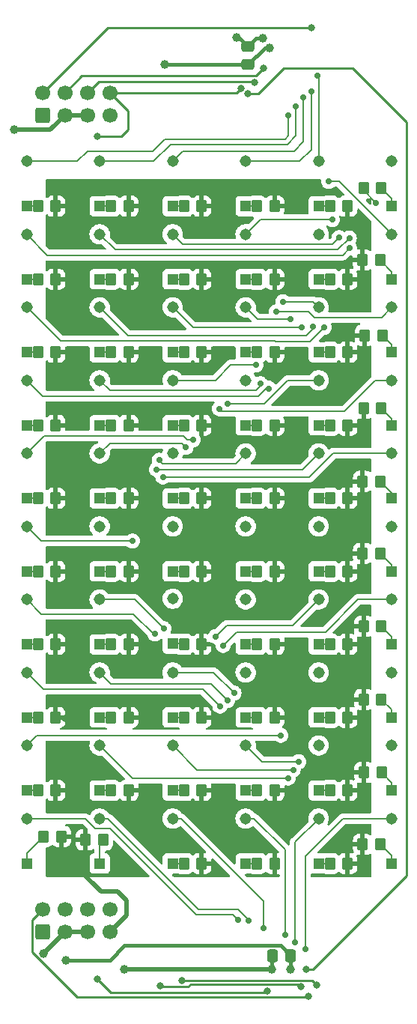
<source format=gbl>
G04 #@! TF.GenerationSoftware,KiCad,Pcbnew,7.0.5*
G04 #@! TF.CreationDate,2023-09-06T13:43:01-04:00*
G04 #@! TF.ProjectId,INS-1 Matrix_DRC,494e532d-3120-44d6-9174-7269785f4452,rev?*
G04 #@! TF.SameCoordinates,Original*
G04 #@! TF.FileFunction,Copper,L2,Bot*
G04 #@! TF.FilePolarity,Positive*
%FSLAX46Y46*%
G04 Gerber Fmt 4.6, Leading zero omitted, Abs format (unit mm)*
G04 Created by KiCad (PCBNEW 7.0.5) date 2023-09-06 13:43:01*
%MOMM*%
%LPD*%
G01*
G04 APERTURE LIST*
G04 Aperture macros list*
%AMRoundRect*
0 Rectangle with rounded corners*
0 $1 Rounding radius*
0 $2 $3 $4 $5 $6 $7 $8 $9 X,Y pos of 4 corners*
0 Add a 4 corners polygon primitive as box body*
4,1,4,$2,$3,$4,$5,$6,$7,$8,$9,$2,$3,0*
0 Add four circle primitives for the rounded corners*
1,1,$1+$1,$2,$3*
1,1,$1+$1,$4,$5*
1,1,$1+$1,$6,$7*
1,1,$1+$1,$8,$9*
0 Add four rect primitives between the rounded corners*
20,1,$1+$1,$2,$3,$4,$5,0*
20,1,$1+$1,$4,$5,$6,$7,0*
20,1,$1+$1,$6,$7,$8,$9,0*
20,1,$1+$1,$8,$9,$2,$3,0*%
G04 Aperture macros list end*
G04 #@! TA.AperFunction,ComponentPad*
%ADD10R,1.308000X1.308000*%
G04 #@! TD*
G04 #@! TA.AperFunction,ComponentPad*
%ADD11C,1.308000*%
G04 #@! TD*
G04 #@! TA.AperFunction,ComponentPad*
%ADD12RoundRect,0.250000X0.600000X-0.600000X0.600000X0.600000X-0.600000X0.600000X-0.600000X-0.600000X0*%
G04 #@! TD*
G04 #@! TA.AperFunction,ComponentPad*
%ADD13C,1.700000*%
G04 #@! TD*
G04 #@! TA.AperFunction,SMDPad,CuDef*
%ADD14RoundRect,0.250000X-0.350000X-0.450000X0.350000X-0.450000X0.350000X0.450000X-0.350000X0.450000X0*%
G04 #@! TD*
G04 #@! TA.AperFunction,SMDPad,CuDef*
%ADD15RoundRect,0.250000X0.350000X0.450000X-0.350000X0.450000X-0.350000X-0.450000X0.350000X-0.450000X0*%
G04 #@! TD*
G04 #@! TA.AperFunction,SMDPad,CuDef*
%ADD16RoundRect,0.250000X0.337500X0.475000X-0.337500X0.475000X-0.337500X-0.475000X0.337500X-0.475000X0*%
G04 #@! TD*
G04 #@! TA.AperFunction,SMDPad,CuDef*
%ADD17RoundRect,0.250000X-0.475000X0.337500X-0.475000X-0.337500X0.475000X-0.337500X0.475000X0.337500X0*%
G04 #@! TD*
G04 #@! TA.AperFunction,ViaPad*
%ADD18C,1.000000*%
G04 #@! TD*
G04 #@! TA.AperFunction,ViaPad*
%ADD19C,0.800000*%
G04 #@! TD*
G04 #@! TA.AperFunction,ViaPad*
%ADD20C,0.700000*%
G04 #@! TD*
G04 #@! TA.AperFunction,Conductor*
%ADD21C,0.400000*%
G04 #@! TD*
G04 #@! TA.AperFunction,Conductor*
%ADD22C,0.500000*%
G04 #@! TD*
G04 #@! TA.AperFunction,Conductor*
%ADD23C,0.200000*%
G04 #@! TD*
G04 #@! TA.AperFunction,Conductor*
%ADD24C,0.250000*%
G04 #@! TD*
G04 APERTURE END LIST*
D10*
X79629000Y-135890000D03*
D11*
X79629000Y-130810000D03*
D10*
X71374000Y-78105000D03*
D11*
X71374000Y-73025000D03*
D10*
X54864000Y-127635000D03*
D11*
X54864000Y-122555000D03*
D10*
X71374000Y-127635000D03*
D11*
X71374000Y-122555000D03*
D10*
X71374000Y-119380000D03*
D11*
X71374000Y-114300000D03*
D10*
X71374000Y-135890000D03*
D11*
X71374000Y-130810000D03*
D10*
X54864000Y-86360000D03*
D11*
X54864000Y-81280000D03*
D10*
X79629000Y-111125000D03*
D11*
X79629000Y-106045000D03*
D12*
X56642000Y-143637000D03*
D13*
X56642000Y-141097000D03*
X59182000Y-143637000D03*
X59182000Y-141097000D03*
X61722000Y-143637000D03*
X61722000Y-141097000D03*
X64262000Y-143637000D03*
X64262000Y-141097000D03*
D10*
X63119000Y-61595000D03*
D11*
X63119000Y-56515000D03*
D10*
X87884000Y-69850000D03*
D11*
X87884000Y-64770000D03*
D10*
X96139000Y-69850000D03*
D11*
X96139000Y-64770000D03*
D10*
X63119000Y-86360000D03*
D11*
X63119000Y-81280000D03*
D10*
X79629000Y-119380000D03*
D11*
X79629000Y-114300000D03*
D10*
X87884000Y-61595000D03*
D11*
X87884000Y-56515000D03*
D10*
X54864000Y-119380000D03*
D11*
X54864000Y-114300000D03*
D10*
X71374000Y-69850000D03*
D11*
X71374000Y-64770000D03*
D10*
X54864000Y-61595000D03*
D11*
X54864000Y-56515000D03*
D10*
X87884000Y-86360000D03*
D11*
X87884000Y-81280000D03*
D10*
X96139000Y-78105000D03*
D11*
X96139000Y-73025000D03*
D10*
X87884000Y-135890000D03*
D11*
X87884000Y-130810000D03*
D10*
X63119000Y-102870000D03*
D11*
X63119000Y-97790000D03*
D10*
X96139000Y-94615000D03*
D11*
X96139000Y-89535000D03*
D10*
X96139000Y-127635000D03*
D11*
X96139000Y-122555000D03*
D10*
X79629000Y-69850000D03*
D11*
X79629000Y-64770000D03*
D10*
X96139000Y-111125000D03*
D11*
X96139000Y-106045000D03*
D10*
X79629000Y-127635000D03*
D11*
X79629000Y-122555000D03*
D10*
X87884000Y-119380000D03*
D11*
X87884000Y-114300000D03*
D10*
X79629000Y-94615000D03*
D11*
X79629000Y-89535000D03*
D10*
X54864000Y-135890000D03*
D11*
X54864000Y-130810000D03*
D10*
X87884000Y-102870000D03*
D11*
X87884000Y-97790000D03*
D10*
X87884000Y-94615000D03*
D11*
X87884000Y-89535000D03*
D10*
X96139000Y-86360000D03*
D11*
X96139000Y-81280000D03*
D10*
X87884000Y-111125000D03*
D11*
X87884000Y-106045000D03*
D10*
X79629000Y-86360000D03*
D11*
X79629000Y-81280000D03*
D10*
X87884000Y-127635000D03*
D11*
X87884000Y-122555000D03*
D10*
X79629000Y-61595000D03*
D11*
X79629000Y-56515000D03*
D10*
X71374000Y-111045000D03*
D11*
X71374000Y-105965000D03*
D10*
X54864000Y-102870000D03*
D11*
X54864000Y-97790000D03*
D10*
X63119000Y-135890000D03*
D11*
X63119000Y-130810000D03*
D10*
X96139000Y-119380000D03*
D11*
X96139000Y-114300000D03*
D10*
X79629000Y-102870000D03*
D11*
X79629000Y-97790000D03*
D10*
X63119000Y-119380000D03*
D11*
X63119000Y-114300000D03*
D10*
X71374000Y-102870000D03*
D11*
X71374000Y-97790000D03*
D10*
X96139000Y-135890000D03*
D11*
X96139000Y-130810000D03*
D10*
X54864000Y-94615000D03*
D11*
X54864000Y-89535000D03*
D10*
X63119000Y-111125000D03*
D11*
X63119000Y-106045000D03*
D10*
X79629000Y-78105000D03*
D11*
X79629000Y-73025000D03*
D10*
X96139000Y-61595000D03*
D11*
X96139000Y-56515000D03*
D10*
X96139000Y-102870000D03*
D11*
X96139000Y-97790000D03*
D10*
X71374000Y-86360000D03*
D11*
X71374000Y-81280000D03*
D10*
X54864000Y-111125000D03*
D11*
X54864000Y-106045000D03*
D10*
X63119000Y-78105000D03*
D11*
X63119000Y-73025000D03*
D10*
X54864000Y-69850000D03*
D11*
X54864000Y-64770000D03*
D12*
X56642000Y-51308000D03*
D13*
X56642000Y-48768000D03*
X59182000Y-51308000D03*
X59182000Y-48768000D03*
X61722000Y-51308000D03*
X61722000Y-48768000D03*
X64262000Y-51308000D03*
X64262000Y-48768000D03*
D10*
X71374000Y-61595000D03*
D11*
X71374000Y-56515000D03*
D10*
X63119000Y-94615000D03*
D11*
X63119000Y-89535000D03*
D10*
X87884000Y-78105000D03*
D11*
X87884000Y-73025000D03*
D10*
X63119000Y-127635000D03*
D11*
X63119000Y-122555000D03*
D10*
X63119000Y-69850000D03*
D11*
X63119000Y-64770000D03*
D10*
X71374000Y-94615000D03*
D11*
X71374000Y-89535000D03*
D10*
X54864000Y-78105000D03*
D11*
X54864000Y-73025000D03*
D14*
X56134000Y-94615000D03*
X58134000Y-94615000D03*
D15*
X94853000Y-100838000D03*
X92853000Y-100838000D03*
D14*
X89154000Y-127635000D03*
X91154000Y-127635000D03*
X64389000Y-69850000D03*
X66389000Y-69850000D03*
X72644000Y-69850000D03*
X74644000Y-69850000D03*
X89154000Y-111125000D03*
X91154000Y-111125000D03*
X64389000Y-78105000D03*
X66389000Y-78105000D03*
X56134000Y-127635000D03*
X58134000Y-127635000D03*
X64389000Y-127635000D03*
X66389000Y-127635000D03*
D15*
X94980000Y-109093000D03*
X92980000Y-109093000D03*
D16*
X84709000Y-146304000D03*
X82634000Y-146304000D03*
D14*
X56134000Y-78105000D03*
X58134000Y-78105000D03*
X56134000Y-69850000D03*
X58134000Y-69850000D03*
D15*
X94854000Y-92705000D03*
X92854000Y-92705000D03*
D14*
X72644000Y-135890000D03*
X74644000Y-135890000D03*
D15*
X63500000Y-133223000D03*
X61500000Y-133223000D03*
D14*
X80899000Y-135890000D03*
X82899000Y-135890000D03*
X56134000Y-86360000D03*
X58134000Y-86360000D03*
D15*
X94949000Y-59558000D03*
X92949000Y-59558000D03*
D14*
X80899000Y-94615000D03*
X82899000Y-94615000D03*
X89154000Y-102870000D03*
X91154000Y-102870000D03*
D15*
X94996000Y-125603000D03*
X92996000Y-125603000D03*
X95076000Y-76195000D03*
X93076000Y-76195000D03*
D14*
X64389000Y-111125000D03*
X66389000Y-111125000D03*
X80899000Y-102870000D03*
X82899000Y-102870000D03*
X64389000Y-119380000D03*
X66389000Y-119380000D03*
X80899000Y-61595000D03*
X82899000Y-61595000D03*
X64389000Y-86360000D03*
X66389000Y-86360000D03*
X80899000Y-111125000D03*
X82899000Y-111125000D03*
X80899000Y-127635000D03*
X82899000Y-127635000D03*
X89154000Y-86360000D03*
X91154000Y-86360000D03*
D15*
X94853000Y-133731000D03*
X92853000Y-133731000D03*
D14*
X64389000Y-61595000D03*
X66389000Y-61595000D03*
X72644000Y-111125000D03*
X74644000Y-111125000D03*
D15*
X94965000Y-84450000D03*
X92965000Y-84450000D03*
D14*
X80899000Y-119380000D03*
X82899000Y-119380000D03*
X72644000Y-61595000D03*
X74644000Y-61595000D03*
D15*
X94838000Y-67686000D03*
X92838000Y-67686000D03*
D14*
X89154000Y-135890000D03*
X91154000Y-135890000D03*
X72644000Y-127635000D03*
X74644000Y-127635000D03*
X89154000Y-94615000D03*
X91154000Y-94615000D03*
D15*
X94980000Y-117348000D03*
X92980000Y-117348000D03*
D14*
X56134000Y-102870000D03*
X58134000Y-102870000D03*
X72644000Y-94615000D03*
X74644000Y-94615000D03*
X80899000Y-78105000D03*
X82899000Y-78105000D03*
X64389000Y-102870000D03*
X66389000Y-102870000D03*
X72644000Y-86360000D03*
X74644000Y-86360000D03*
X80899000Y-86360000D03*
X82899000Y-86360000D03*
X56785000Y-132842000D03*
X58785000Y-132842000D03*
X64389000Y-94615000D03*
X66389000Y-94615000D03*
X89154000Y-119380000D03*
X91154000Y-119380000D03*
X72644000Y-102870000D03*
X74644000Y-102870000D03*
X56134000Y-119380000D03*
X58134000Y-119380000D03*
X89154000Y-69850000D03*
X91154000Y-69850000D03*
X89154000Y-78105000D03*
X91154000Y-78105000D03*
X56134000Y-111125000D03*
X58134000Y-111125000D03*
D17*
X79883000Y-43539500D03*
X79883000Y-45614500D03*
D14*
X56134000Y-61595000D03*
X58134000Y-61595000D03*
X80899000Y-69850000D03*
X82899000Y-69850000D03*
X72644000Y-119380000D03*
X74644000Y-119380000D03*
X72644000Y-78105000D03*
X74644000Y-78105000D03*
X89154000Y-61595000D03*
X91154000Y-61595000D03*
D18*
X84697490Y-147839510D03*
X59309000Y-146812000D03*
X81523500Y-42615132D03*
X78613000Y-42527133D03*
X53467000Y-52959000D03*
X65913000Y-147828000D03*
X82296000Y-43688000D03*
X56780510Y-146038490D03*
X70485000Y-45593000D03*
X82550000Y-147828000D03*
D19*
X59055000Y-114554000D03*
X92329000Y-129667000D03*
X91186000Y-75692000D03*
X59182000Y-119507000D03*
D18*
X58801000Y-134620000D03*
D20*
X93472000Y-65913000D03*
D18*
X59055000Y-129286000D03*
X66167000Y-59309000D03*
D19*
X58801000Y-74803000D03*
X91059000Y-72517000D03*
X58928000Y-64643000D03*
X59182000Y-109093000D03*
X59182000Y-106680000D03*
X92075000Y-131953000D03*
X58801000Y-68326000D03*
D20*
X94361000Y-61214000D03*
D19*
X58928000Y-79629000D03*
X58801000Y-84201000D03*
X58928000Y-122682000D03*
X58674000Y-88773000D03*
X85852000Y-149828500D03*
X69977000Y-149733000D03*
X80629914Y-47587500D03*
X82042000Y-150278500D03*
X81661000Y-45974000D03*
X62865000Y-148971000D03*
X72390000Y-149104000D03*
X62865000Y-53721000D03*
X79071390Y-48311652D03*
X87630000Y-149606000D03*
X86741000Y-150876000D03*
X87058000Y-41402000D03*
D20*
X91371376Y-66352376D03*
X91342188Y-65180188D03*
X90170000Y-65151000D03*
X89408000Y-63119000D03*
X89008500Y-58801000D03*
X88519000Y-75311000D03*
X87219812Y-75213188D03*
X85979000Y-75311000D03*
X84680500Y-74374683D03*
X83820000Y-72390000D03*
X83071500Y-73525183D03*
X82234636Y-82206506D03*
X81280000Y-81661000D03*
X80772000Y-79554500D03*
X77597000Y-83907500D03*
X76660798Y-84484070D03*
X73660000Y-88011000D03*
X72871883Y-88846588D03*
X69850000Y-90297000D03*
X69547943Y-91354198D03*
X70263762Y-92203698D03*
X66802000Y-99441000D03*
X69370500Y-109956894D03*
X70358000Y-109347000D03*
X76200000Y-110236000D03*
X77089000Y-111252000D03*
X76708000Y-118110000D03*
X77587602Y-117450298D03*
X78311160Y-116622428D03*
X83615500Y-121412000D03*
X84415500Y-126238000D03*
X84992070Y-125301798D03*
X85604084Y-124388373D03*
X78774312Y-142274312D03*
X79976041Y-142391500D03*
X81661000Y-143191500D03*
X84074000Y-143991500D03*
X85217000Y-144791500D03*
X86360000Y-145566500D03*
X84455000Y-51308000D03*
D19*
X86487000Y-147828000D03*
X79883000Y-48895000D03*
D20*
X85323191Y-50292000D03*
X86172691Y-49323781D03*
X87034500Y-48641000D03*
X87757000Y-46863000D03*
D21*
X84697490Y-146315510D02*
X84709000Y-146304000D01*
X83566000Y-145161000D02*
X65913000Y-145161000D01*
X80807368Y-42615132D02*
X79883000Y-43539500D01*
X64262000Y-146812000D02*
X59309000Y-146812000D01*
X78613000Y-42527133D02*
X78870633Y-42527133D01*
X83566000Y-145161000D02*
X84709000Y-146304000D01*
X78870633Y-42527133D02*
X79883000Y-43539500D01*
X84697490Y-147839510D02*
X84697490Y-146315510D01*
X65913000Y-145161000D02*
X64262000Y-146812000D01*
X81523500Y-42615132D02*
X80807368Y-42615132D01*
X82550000Y-147828000D02*
X82550000Y-146388000D01*
D22*
X53467000Y-52959000D02*
X57531000Y-52959000D01*
D21*
X82550000Y-146388000D02*
X82634000Y-146304000D01*
X71479500Y-45614500D02*
X71458000Y-45593000D01*
X71458000Y-45593000D02*
X70485000Y-45593000D01*
X71479500Y-45614500D02*
X79883000Y-45614500D01*
D22*
X57531000Y-52959000D02*
X59182000Y-51308000D01*
D21*
X81809500Y-43688000D02*
X79883000Y-45614500D01*
D22*
X59182000Y-143637000D02*
X61722000Y-143637000D01*
X56780510Y-146038490D02*
X59182000Y-143637000D01*
D21*
X82296000Y-43688000D02*
X81809500Y-43688000D01*
D22*
X65926000Y-147828000D02*
X82550000Y-147828000D01*
X65926000Y-147828000D02*
X65913000Y-147828000D01*
X59182000Y-51308000D02*
X61722000Y-51308000D01*
X65151000Y-139065000D02*
X66167000Y-140081000D01*
D23*
X92949000Y-59802000D02*
X94361000Y-61214000D01*
D22*
X66167000Y-140081000D02*
X66167000Y-141732000D01*
X58801000Y-134620000D02*
X63246000Y-139065000D01*
X63246000Y-139065000D02*
X65151000Y-139065000D01*
X66167000Y-141732000D02*
X64262000Y-143637000D01*
D23*
X92949000Y-59558000D02*
X92949000Y-59802000D01*
D24*
X73406000Y-149554000D02*
X85577500Y-149554000D01*
X73131000Y-149829000D02*
X73406000Y-149554000D01*
X62992000Y-47498000D02*
X61722000Y-48768000D01*
X85577500Y-149554000D02*
X85852000Y-149828500D01*
X80629914Y-47587500D02*
X80540414Y-47498000D01*
X70073000Y-149829000D02*
X73131000Y-149829000D01*
X80540414Y-47498000D02*
X62992000Y-47498000D01*
X69977000Y-149733000D02*
X70073000Y-149829000D01*
X62865000Y-148971000D02*
X64352000Y-150458000D01*
X82042000Y-150278500D02*
X81862500Y-150458000D01*
X61087000Y-46863000D02*
X80772000Y-46863000D01*
X64352000Y-150458000D02*
X65532000Y-150458000D01*
X80772000Y-46863000D02*
X81661000Y-45974000D01*
X81862500Y-150458000D02*
X65532000Y-150458000D01*
X59182000Y-48768000D02*
X61087000Y-46863000D01*
X79071390Y-48311652D02*
X78615042Y-48768000D01*
X66294000Y-50800000D02*
X66294000Y-52959000D01*
X66294000Y-52959000D02*
X65532000Y-53721000D01*
X87128000Y-149104000D02*
X87630000Y-149606000D01*
X64262000Y-48768000D02*
X66294000Y-50800000D01*
X72390000Y-149104000D02*
X87128000Y-149104000D01*
X65532000Y-53721000D02*
X62865000Y-53721000D01*
X78615042Y-48768000D02*
X64262000Y-48768000D01*
X55467000Y-142272000D02*
X55467000Y-145891000D01*
X60579000Y-151003000D02*
X86614000Y-151003000D01*
X86614000Y-151003000D02*
X86741000Y-150876000D01*
X55467000Y-145891000D02*
X60579000Y-151003000D01*
X56642000Y-141097000D02*
X55467000Y-142272000D01*
X56642000Y-48768000D02*
X64008000Y-41402000D01*
X64008000Y-41402000D02*
X87058000Y-41402000D01*
D23*
X94949000Y-59558000D02*
X96139000Y-60748000D01*
X96139000Y-60748000D02*
X96139000Y-61595000D01*
X54864000Y-69850000D02*
X56134000Y-69850000D01*
X63119000Y-69850000D02*
X64389000Y-69850000D01*
X71374000Y-69850000D02*
X72644000Y-69850000D01*
X79629000Y-69850000D02*
X80899000Y-69850000D01*
X87884000Y-69850000D02*
X89154000Y-69850000D01*
X94838000Y-67686000D02*
X96139000Y-68987000D01*
X96139000Y-68987000D02*
X96139000Y-69850000D01*
X54864000Y-78105000D02*
X56134000Y-78105000D01*
X63119000Y-78105000D02*
X64389000Y-78105000D01*
X71374000Y-78105000D02*
X72644000Y-78105000D01*
X79629000Y-78105000D02*
X80899000Y-78105000D01*
X87884000Y-78105000D02*
X89154000Y-78105000D01*
X96139000Y-77258000D02*
X96139000Y-78105000D01*
X95076000Y-76195000D02*
X96139000Y-77258000D01*
X54864000Y-86360000D02*
X56134000Y-86360000D01*
X63119000Y-86360000D02*
X64389000Y-86360000D01*
X71374000Y-86360000D02*
X72644000Y-86360000D01*
X79629000Y-86360000D02*
X80899000Y-86360000D01*
X87884000Y-86360000D02*
X89154000Y-86360000D01*
X94965000Y-84450000D02*
X96139000Y-85624000D01*
X96139000Y-85624000D02*
X96139000Y-86360000D01*
X54864000Y-94615000D02*
X56134000Y-94615000D01*
X63119000Y-94615000D02*
X64389000Y-94615000D01*
X71374000Y-94615000D02*
X72644000Y-94615000D01*
X79629000Y-94615000D02*
X80899000Y-94615000D01*
X87884000Y-94615000D02*
X89154000Y-94615000D01*
X96139000Y-93990000D02*
X96139000Y-94615000D01*
X94854000Y-92705000D02*
X96139000Y-93990000D01*
X54864000Y-102870000D02*
X56134000Y-102870000D01*
X63119000Y-102870000D02*
X64389000Y-102870000D01*
X71374000Y-102870000D02*
X72644000Y-102870000D01*
X79629000Y-102870000D02*
X80899000Y-102870000D01*
X87884000Y-102870000D02*
X89154000Y-102870000D01*
X96139000Y-102124000D02*
X96139000Y-102870000D01*
X94853000Y-100838000D02*
X96139000Y-102124000D01*
X54864000Y-111125000D02*
X56134000Y-111125000D01*
X63119000Y-111125000D02*
X64389000Y-111125000D01*
X71374000Y-111045000D02*
X72564000Y-111045000D01*
X72564000Y-111045000D02*
X72644000Y-111125000D01*
X80899000Y-111125000D02*
X79629000Y-111125000D01*
X87884000Y-111125000D02*
X89154000Y-111125000D01*
X96139000Y-110252000D02*
X96139000Y-111125000D01*
X94980000Y-109093000D02*
X96139000Y-110252000D01*
X54864000Y-119380000D02*
X56134000Y-119380000D01*
X63119000Y-119380000D02*
X64389000Y-119380000D01*
X71374000Y-119380000D02*
X72644000Y-119380000D01*
X79629000Y-119380000D02*
X80899000Y-119380000D01*
X87884000Y-119380000D02*
X89154000Y-119380000D01*
X94980000Y-117348000D02*
X96139000Y-118507000D01*
X96139000Y-118507000D02*
X96139000Y-119380000D01*
X54864000Y-127635000D02*
X56134000Y-127635000D01*
X63119000Y-127635000D02*
X64389000Y-127635000D01*
X71374000Y-127635000D02*
X72644000Y-127635000D01*
X79629000Y-127635000D02*
X80899000Y-127635000D01*
X87884000Y-127635000D02*
X89154000Y-127635000D01*
X94996000Y-125603000D02*
X96139000Y-126746000D01*
X96139000Y-126746000D02*
X96139000Y-127635000D01*
X56785000Y-132842000D02*
X54864000Y-134763000D01*
X54864000Y-134763000D02*
X54864000Y-135890000D01*
X63500000Y-133223000D02*
X63119000Y-133604000D01*
X63119000Y-133604000D02*
X63119000Y-135890000D01*
X71374000Y-135890000D02*
X72644000Y-135890000D01*
X79629000Y-135890000D02*
X80899000Y-135890000D01*
X87884000Y-135890000D02*
X89154000Y-135890000D01*
X94853000Y-133731000D02*
X96139000Y-135017000D01*
X96139000Y-135017000D02*
X96139000Y-135890000D01*
X54864000Y-61595000D02*
X56134000Y-61595000D01*
X63119000Y-61595000D02*
X64389000Y-61595000D01*
X71374000Y-61595000D02*
X72644000Y-61595000D01*
X79629000Y-61595000D02*
X80899000Y-61595000D01*
X89154000Y-61595000D02*
X87884000Y-61595000D01*
X57218000Y-67124000D02*
X54864000Y-64770000D01*
X90599752Y-67124000D02*
X57218000Y-67124000D01*
X91371376Y-66352376D02*
X90599752Y-67124000D01*
X91342188Y-65180188D02*
X89998376Y-66524000D01*
X64873000Y-66524000D02*
X63119000Y-64770000D01*
X89998376Y-66524000D02*
X64873000Y-66524000D01*
X89397000Y-65924000D02*
X72528000Y-65924000D01*
X72528000Y-65924000D02*
X71374000Y-64770000D01*
X90170000Y-65151000D02*
X89397000Y-65924000D01*
X81280000Y-63119000D02*
X79629000Y-64770000D01*
X89408000Y-63119000D02*
X81280000Y-63119000D01*
X90220660Y-58801000D02*
X96139000Y-64719340D01*
X89008500Y-58801000D02*
X90220660Y-58801000D01*
X96139000Y-64719340D02*
X96139000Y-64770000D01*
X58674000Y-76835000D02*
X54864000Y-73025000D01*
X82931000Y-76835000D02*
X58674000Y-76835000D01*
X83001000Y-76905000D02*
X82931000Y-76835000D01*
X86925000Y-76905000D02*
X83001000Y-76905000D01*
X88519000Y-75311000D02*
X86925000Y-76905000D01*
X86487000Y-76200000D02*
X66294000Y-76200000D01*
X87219812Y-75213188D02*
X87219812Y-75467188D01*
X66294000Y-76200000D02*
X63119000Y-73025000D01*
X87219812Y-75467188D02*
X86487000Y-76200000D01*
X73660000Y-75311000D02*
X71374000Y-73025000D01*
X85979000Y-75311000D02*
X73660000Y-75311000D01*
X80978683Y-74374683D02*
X79629000Y-73025000D01*
X84680500Y-74374683D02*
X80978683Y-74374683D01*
X83820000Y-72390000D02*
X87249000Y-72390000D01*
X87249000Y-72390000D02*
X87884000Y-73025000D01*
X87405997Y-74179000D02*
X94985000Y-74179000D01*
X94985000Y-74179000D02*
X96139000Y-73025000D01*
X86752180Y-73525183D02*
X87405997Y-74179000D01*
X83071500Y-73525183D02*
X86752180Y-73525183D01*
X82234636Y-81908446D02*
X81085082Y-83058000D01*
X82234636Y-82206506D02*
X82234636Y-81908446D01*
X56642000Y-83058000D02*
X54864000Y-81280000D01*
X81085082Y-83058000D02*
X56642000Y-83058000D01*
X64273000Y-82434000D02*
X63119000Y-81280000D01*
X80761000Y-82434000D02*
X64273000Y-82434000D01*
X81280000Y-81915000D02*
X80761000Y-82434000D01*
X81280000Y-81661000D02*
X81280000Y-81915000D01*
X71374000Y-81280000D02*
X76200000Y-81280000D01*
X77925500Y-79554500D02*
X80772000Y-79554500D01*
X76200000Y-81280000D02*
X77925500Y-79554500D01*
X81735724Y-83907500D02*
X84363224Y-81280000D01*
X84363224Y-81280000D02*
X87884000Y-81280000D01*
X77597000Y-83907500D02*
X81735724Y-83907500D01*
X94274340Y-81280000D02*
X90796840Y-84757500D01*
X96139000Y-81280000D02*
X94274340Y-81280000D01*
X90796840Y-84757500D02*
X76934228Y-84757500D01*
X76934228Y-84757500D02*
X76660798Y-84484070D01*
X73660000Y-88011000D02*
X73025000Y-88011000D01*
X72574000Y-87560000D02*
X56839000Y-87560000D01*
X56839000Y-87560000D02*
X54864000Y-89535000D01*
X73025000Y-88011000D02*
X72574000Y-87560000D01*
X64273000Y-88381000D02*
X63119000Y-89535000D01*
X72406295Y-88381000D02*
X64273000Y-88381000D01*
X72871883Y-88846588D02*
X72406295Y-88381000D01*
X78475000Y-90689000D02*
X79629000Y-89535000D01*
X69850000Y-90297000D02*
X70242000Y-90689000D01*
X70242000Y-90689000D02*
X78475000Y-90689000D01*
X86064802Y-91354198D02*
X87884000Y-89535000D01*
X69547943Y-91354198D02*
X86064802Y-91354198D01*
X70263762Y-92203698D02*
X86847305Y-92203698D01*
X89516003Y-89535000D02*
X96139000Y-89535000D01*
X86847305Y-92203698D02*
X89516003Y-89535000D01*
X54864000Y-97790000D02*
X56515000Y-99441000D01*
X56515000Y-99441000D02*
X66802000Y-99441000D01*
X69370500Y-109956894D02*
X69338606Y-109925000D01*
X66929000Y-107696000D02*
X56515000Y-107696000D01*
X69158000Y-109925000D02*
X66929000Y-107696000D01*
X69338606Y-109925000D02*
X69158000Y-109925000D01*
X56515000Y-107696000D02*
X54864000Y-106045000D01*
X67056000Y-106045000D02*
X63119000Y-106045000D01*
X70358000Y-109347000D02*
X67056000Y-106045000D01*
X77470000Y-108966000D02*
X84963000Y-108966000D01*
X87884000Y-106045000D02*
X84963000Y-108966000D01*
X76200000Y-110236000D02*
X77470000Y-108966000D01*
X88646000Y-109728000D02*
X92329000Y-106045000D01*
X78613000Y-109728000D02*
X88646000Y-109728000D01*
X77089000Y-111252000D02*
X78613000Y-109728000D01*
X92329000Y-106045000D02*
X96139000Y-106045000D01*
X74803000Y-116205000D02*
X56769000Y-116205000D01*
X56769000Y-116205000D02*
X54864000Y-114300000D01*
X76708000Y-118110000D02*
X74803000Y-116205000D01*
X77587602Y-117450298D02*
X75707304Y-115570000D01*
X75707304Y-115570000D02*
X64389000Y-115570000D01*
X64389000Y-115570000D02*
X63119000Y-114300000D01*
X78311160Y-116622428D02*
X75988732Y-114300000D01*
X75988732Y-114300000D02*
X71374000Y-114300000D01*
X83615500Y-121412000D02*
X83604500Y-121401000D01*
X83604500Y-121401000D02*
X56018000Y-121401000D01*
X56018000Y-121401000D02*
X54864000Y-122555000D01*
X84415500Y-126238000D02*
X66802000Y-126238000D01*
X66802000Y-126238000D02*
X63119000Y-122555000D01*
X84992070Y-125301798D02*
X74120798Y-125301798D01*
X74120798Y-125301798D02*
X71374000Y-122555000D01*
X81462373Y-124388373D02*
X79629000Y-122555000D01*
X85604084Y-124388373D02*
X81462373Y-124388373D01*
X63597003Y-131964000D02*
X62622000Y-131964000D01*
X78774312Y-142274312D02*
X78197000Y-141697000D01*
X74056660Y-141697000D02*
X64312660Y-131953000D01*
X64312660Y-131953000D02*
X63608003Y-131953000D01*
X62622000Y-131964000D02*
X61468000Y-130810000D01*
X61468000Y-130810000D02*
X54864000Y-130810000D01*
X63608003Y-131953000D02*
X63597003Y-131964000D01*
X78197000Y-141697000D02*
X74056660Y-141697000D01*
X78799082Y-141097000D02*
X74305188Y-141097000D01*
X79976041Y-142273959D02*
X78799082Y-141097000D01*
X74305188Y-141097000D02*
X64018188Y-130810000D01*
X79976041Y-142391500D02*
X79976041Y-142273959D01*
X64018188Y-130810000D02*
X63119000Y-130810000D01*
X72298895Y-130810000D02*
X81661000Y-140172105D01*
X81661000Y-143191500D02*
X81661000Y-140172105D01*
X71374000Y-130810000D02*
X72298895Y-130810000D01*
X79629000Y-130810000D02*
X80553895Y-130810000D01*
X84074000Y-143991500D02*
X84074000Y-134330106D01*
X80553895Y-130810000D02*
X84074000Y-134330106D01*
X85217000Y-133477000D02*
X87884000Y-130810000D01*
X85217000Y-144791500D02*
X85217000Y-133477000D01*
X86360000Y-145566500D02*
X86360000Y-135106000D01*
X86360000Y-135106000D02*
X90656000Y-130810000D01*
X96139000Y-130810000D02*
X90656000Y-130810000D01*
X61733000Y-55361000D02*
X69134000Y-55361000D01*
X70485000Y-54010000D02*
X84079472Y-54010000D01*
X69134000Y-55361000D02*
X70485000Y-54010000D01*
X84079472Y-54010000D02*
X84455000Y-53634472D01*
X84455000Y-53634472D02*
X84455000Y-51308000D01*
X54864000Y-56515000D02*
X60579000Y-56515000D01*
X60579000Y-56515000D02*
X61733000Y-55361000D01*
D24*
X87249000Y-147828000D02*
X86487000Y-147828000D01*
X81035305Y-48895000D02*
X83942305Y-45988000D01*
X79883000Y-48895000D02*
X81035305Y-48895000D01*
X97790000Y-52070000D02*
X97790000Y-137287000D01*
X97790000Y-137287000D02*
X87249000Y-147828000D01*
X83942305Y-45988000D02*
X91708000Y-45988000D01*
X91708000Y-45988000D02*
X97790000Y-52070000D01*
D23*
X85323191Y-53614809D02*
X84328000Y-54610000D01*
X84328000Y-54610000D02*
X71120000Y-54610000D01*
X71120000Y-54610000D02*
X69215000Y-56515000D01*
X69215000Y-56515000D02*
X63119000Y-56515000D01*
X85323191Y-50292000D02*
X85323191Y-53614809D01*
X86172691Y-54289309D02*
X85101000Y-55361000D01*
X85101000Y-55361000D02*
X72528000Y-55361000D01*
X72528000Y-55361000D02*
X71374000Y-56515000D01*
X86172691Y-49323781D02*
X86172691Y-54289309D01*
X85725000Y-56515000D02*
X79629000Y-56515000D01*
X87034500Y-55205500D02*
X85725000Y-56515000D01*
X87034500Y-48641000D02*
X87034500Y-55205500D01*
X87757000Y-46863000D02*
X87884000Y-46990000D01*
X87884000Y-46990000D02*
X87884000Y-56515000D01*
G04 #@! TA.AperFunction,Conductor*
G36*
X61234942Y-131430185D02*
G01*
X61255583Y-131446818D01*
X61713681Y-131904917D01*
X61747166Y-131966239D01*
X61750000Y-131992597D01*
X61750000Y-134422999D01*
X61899972Y-134422999D01*
X61899986Y-134422998D01*
X62002697Y-134412505D01*
X62169119Y-134357358D01*
X62169124Y-134357356D01*
X62324491Y-134261525D01*
X62325284Y-134262811D01*
X62382370Y-134239774D01*
X62451013Y-134252806D01*
X62501714Y-134300881D01*
X62518500Y-134363179D01*
X62518500Y-134613218D01*
X62498815Y-134680257D01*
X62446011Y-134726012D01*
X62407755Y-134736508D01*
X62357516Y-134741909D01*
X62222671Y-134792202D01*
X62222664Y-134792206D01*
X62107455Y-134878452D01*
X62107452Y-134878455D01*
X62021206Y-134993664D01*
X62021202Y-134993671D01*
X61970908Y-135128517D01*
X61964501Y-135188116D01*
X61964501Y-135188123D01*
X61964500Y-135188135D01*
X61964500Y-136591870D01*
X61964501Y-136591876D01*
X61970908Y-136651483D01*
X62021202Y-136786328D01*
X62021206Y-136786335D01*
X62107452Y-136901544D01*
X62107455Y-136901547D01*
X62222664Y-136987793D01*
X62222671Y-136987797D01*
X62357517Y-137038091D01*
X62357516Y-137038091D01*
X62364444Y-137038835D01*
X62417127Y-137044500D01*
X63820872Y-137044499D01*
X63880483Y-137038091D01*
X64015331Y-136987796D01*
X64130546Y-136901546D01*
X64216796Y-136786331D01*
X64267091Y-136651483D01*
X64273500Y-136591873D01*
X64273499Y-135188128D01*
X64267091Y-135128517D01*
X64243714Y-135065841D01*
X64216797Y-134993671D01*
X64216793Y-134993664D01*
X64130547Y-134878455D01*
X64130544Y-134878452D01*
X64015335Y-134792206D01*
X64015328Y-134792202D01*
X63880482Y-134741908D01*
X63880484Y-134741908D01*
X63830243Y-134736507D01*
X63765692Y-134709769D01*
X63725844Y-134652376D01*
X63719499Y-134613216D01*
X63719500Y-134547497D01*
X63739186Y-134480458D01*
X63791990Y-134434704D01*
X63843500Y-134423499D01*
X63900002Y-134423499D01*
X63900008Y-134423499D01*
X64002797Y-134412999D01*
X64169334Y-134357814D01*
X64318656Y-134265712D01*
X64442712Y-134141656D01*
X64534814Y-133992334D01*
X64589999Y-133825797D01*
X64600500Y-133723009D01*
X64600499Y-133389434D01*
X64620183Y-133322397D01*
X64672987Y-133276642D01*
X64742146Y-133266698D01*
X64805701Y-133295723D01*
X64812180Y-133301755D01*
X68712744Y-137202319D01*
X68746229Y-137263642D01*
X68741245Y-137333334D01*
X68699373Y-137389267D01*
X68633909Y-137413684D01*
X68625063Y-137414000D01*
X57147000Y-137414000D01*
X57079961Y-137394315D01*
X57034206Y-137341511D01*
X57023000Y-137290000D01*
X57023000Y-134166499D01*
X57042685Y-134099460D01*
X57095489Y-134053705D01*
X57147000Y-134042499D01*
X57185002Y-134042499D01*
X57185008Y-134042499D01*
X57287797Y-134031999D01*
X57454334Y-133976814D01*
X57603656Y-133884712D01*
X57697675Y-133790692D01*
X57758994Y-133757210D01*
X57828686Y-133762194D01*
X57873034Y-133790695D01*
X57966654Y-133884315D01*
X58115875Y-133976356D01*
X58115880Y-133976358D01*
X58282302Y-134031505D01*
X58282309Y-134031506D01*
X58385019Y-134041999D01*
X58534999Y-134041999D01*
X58535000Y-134041998D01*
X58535000Y-133092000D01*
X59035000Y-133092000D01*
X59035000Y-134041999D01*
X59184972Y-134041999D01*
X59184986Y-134041998D01*
X59287697Y-134031505D01*
X59454119Y-133976358D01*
X59454124Y-133976356D01*
X59603345Y-133884315D01*
X59727315Y-133760345D01*
X59819356Y-133611124D01*
X59819358Y-133611119D01*
X59865126Y-133473000D01*
X60400001Y-133473000D01*
X60400001Y-133722986D01*
X60410494Y-133825697D01*
X60465641Y-133992119D01*
X60465643Y-133992124D01*
X60557684Y-134141345D01*
X60681654Y-134265315D01*
X60830875Y-134357356D01*
X60830880Y-134357358D01*
X60997302Y-134412505D01*
X60997309Y-134412506D01*
X61100019Y-134422999D01*
X61249999Y-134422999D01*
X61250000Y-134422998D01*
X61250000Y-133473000D01*
X60400001Y-133473000D01*
X59865126Y-133473000D01*
X59874505Y-133444697D01*
X59874506Y-133444690D01*
X59884999Y-133341986D01*
X59885000Y-133341973D01*
X59885000Y-133092000D01*
X59035000Y-133092000D01*
X58535000Y-133092000D01*
X58535000Y-132973000D01*
X60400000Y-132973000D01*
X61250000Y-132973000D01*
X61250000Y-132023000D01*
X61100027Y-132023000D01*
X61100012Y-132023001D01*
X60997302Y-132033494D01*
X60830880Y-132088641D01*
X60830875Y-132088643D01*
X60681654Y-132180684D01*
X60557684Y-132304654D01*
X60465643Y-132453875D01*
X60465641Y-132453880D01*
X60410494Y-132620302D01*
X60410493Y-132620309D01*
X60400000Y-132723013D01*
X60400000Y-132973000D01*
X58535000Y-132973000D01*
X58535000Y-132716000D01*
X58554685Y-132648961D01*
X58607489Y-132603206D01*
X58659000Y-132592000D01*
X59884999Y-132592000D01*
X59884999Y-132342028D01*
X59884998Y-132342013D01*
X59874505Y-132239302D01*
X59819358Y-132072880D01*
X59819356Y-132072875D01*
X59727315Y-131923654D01*
X59603345Y-131799684D01*
X59454124Y-131707643D01*
X59454119Y-131707641D01*
X59286826Y-131652206D01*
X59229381Y-131612433D01*
X59202558Y-131547918D01*
X59214873Y-131479142D01*
X59262416Y-131427942D01*
X59325830Y-131410500D01*
X61167903Y-131410500D01*
X61234942Y-131430185D01*
G37*
G04 #@! TD.AperFunction*
G04 #@! TA.AperFunction,Conductor*
G36*
X62917783Y-88180185D02*
G01*
X62963538Y-88232989D01*
X62973482Y-88302147D01*
X62944457Y-88365703D01*
X62885679Y-88403477D01*
X62873540Y-88406386D01*
X62801703Y-88419815D01*
X62675533Y-88468693D01*
X62602192Y-88497106D01*
X62602186Y-88497108D01*
X62420286Y-88609736D01*
X62420283Y-88609738D01*
X62420279Y-88609740D01*
X62420278Y-88609742D01*
X62262159Y-88753886D01*
X62262158Y-88753887D01*
X62133219Y-88924629D01*
X62037849Y-89116158D01*
X62037846Y-89116164D01*
X61979296Y-89321949D01*
X61979295Y-89321952D01*
X61959554Y-89534999D01*
X61959554Y-89535000D01*
X61979295Y-89748047D01*
X61979296Y-89748050D01*
X62037846Y-89953835D01*
X62037849Y-89953841D01*
X62130885Y-90140682D01*
X62133219Y-90145370D01*
X62262159Y-90316114D01*
X62420278Y-90460258D01*
X62420283Y-90460261D01*
X62420286Y-90460263D01*
X62602186Y-90572891D01*
X62602187Y-90572891D01*
X62602190Y-90572893D01*
X62801703Y-90650185D01*
X63012020Y-90689500D01*
X63012022Y-90689500D01*
X63225978Y-90689500D01*
X63225980Y-90689500D01*
X63436297Y-90650185D01*
X63635810Y-90572893D01*
X63817722Y-90460258D01*
X63975841Y-90316114D01*
X64104781Y-90145370D01*
X64200151Y-89953840D01*
X64200151Y-89953837D01*
X64200153Y-89953835D01*
X64245534Y-89794335D01*
X64258704Y-89748048D01*
X64278446Y-89535000D01*
X64258704Y-89321952D01*
X64258702Y-89321948D01*
X64258522Y-89320980D01*
X64258569Y-89320505D01*
X64258175Y-89316243D01*
X64259008Y-89316165D01*
X64265548Y-89251464D01*
X64292723Y-89210511D01*
X64485418Y-89017816D01*
X64546741Y-88984334D01*
X64573098Y-88981500D01*
X70166960Y-88981500D01*
X70233999Y-89001185D01*
X70279754Y-89053989D01*
X70289698Y-89123147D01*
X70286226Y-89139434D01*
X70234296Y-89321949D01*
X70234296Y-89321951D01*
X70230146Y-89366730D01*
X70204359Y-89431667D01*
X70147557Y-89472354D01*
X70080894Y-89476577D01*
X69992129Y-89457709D01*
X69939391Y-89446500D01*
X69760609Y-89446500D01*
X69729954Y-89453015D01*
X69585733Y-89483670D01*
X69585728Y-89483672D01*
X69422408Y-89556387D01*
X69277768Y-89661475D01*
X69158140Y-89794336D01*
X69068750Y-89949164D01*
X69068747Y-89949170D01*
X69013504Y-90119192D01*
X69013503Y-90119194D01*
X68994815Y-90297000D01*
X69013503Y-90474805D01*
X69013504Y-90474807D01*
X69042550Y-90564202D01*
X69044545Y-90634044D01*
X69008464Y-90693876D01*
X68997509Y-90702835D01*
X68975712Y-90718672D01*
X68975707Y-90718676D01*
X68856083Y-90851534D01*
X68766693Y-91006362D01*
X68766690Y-91006368D01*
X68711447Y-91176390D01*
X68711446Y-91176392D01*
X68692758Y-91354197D01*
X68711446Y-91532003D01*
X68711447Y-91532005D01*
X68766690Y-91702027D01*
X68766693Y-91702033D01*
X68856084Y-91856863D01*
X68897755Y-91903144D01*
X68975707Y-91989719D01*
X68975710Y-91989721D01*
X68975713Y-91989724D01*
X69120350Y-92094810D01*
X69283676Y-92167527D01*
X69319421Y-92175124D01*
X69380901Y-92208315D01*
X69414678Y-92269478D01*
X69416960Y-92283452D01*
X69427265Y-92381503D01*
X69427266Y-92381505D01*
X69482509Y-92551527D01*
X69482512Y-92551533D01*
X69571903Y-92706363D01*
X69591596Y-92728234D01*
X69691526Y-92839219D01*
X69691529Y-92839221D01*
X69691532Y-92839224D01*
X69836169Y-92944310D01*
X69999495Y-93017027D01*
X70174371Y-93054198D01*
X70174372Y-93054198D01*
X70353151Y-93054198D01*
X70353153Y-93054198D01*
X70528029Y-93017027D01*
X70691355Y-92944310D01*
X70835992Y-92839224D01*
X70836000Y-92839215D01*
X70839517Y-92836049D01*
X70902509Y-92805819D01*
X70922491Y-92804198D01*
X86803877Y-92804198D01*
X86811975Y-92804728D01*
X86847305Y-92809380D01*
X86847306Y-92809380D01*
X86899558Y-92802500D01*
X87004067Y-92788742D01*
X87150146Y-92728234D01*
X87178649Y-92706363D01*
X87275587Y-92631980D01*
X87297289Y-92603696D01*
X87302615Y-92597621D01*
X87445236Y-92455000D01*
X91754000Y-92455000D01*
X92604000Y-92455000D01*
X92603999Y-91505000D01*
X92454027Y-91505000D01*
X92454012Y-91505001D01*
X92351302Y-91515494D01*
X92184880Y-91570641D01*
X92184875Y-91570643D01*
X92035654Y-91662684D01*
X91911684Y-91786654D01*
X91819643Y-91935875D01*
X91819641Y-91935880D01*
X91764494Y-92102302D01*
X91764493Y-92102309D01*
X91754000Y-92205013D01*
X91754000Y-92455000D01*
X87445236Y-92455000D01*
X89728418Y-90171819D01*
X89789742Y-90138334D01*
X89816100Y-90135500D01*
X93729000Y-90135500D01*
X93796039Y-90155185D01*
X93841794Y-90207989D01*
X93853000Y-90259500D01*
X93853000Y-91551938D01*
X93833315Y-91618977D01*
X93780511Y-91664732D01*
X93711353Y-91674676D01*
X93663903Y-91657477D01*
X93523124Y-91570643D01*
X93523119Y-91570641D01*
X93356697Y-91515494D01*
X93356690Y-91515493D01*
X93253986Y-91505000D01*
X93104000Y-91505000D01*
X93104000Y-93904999D01*
X93253972Y-93904999D01*
X93253986Y-93904998D01*
X93356697Y-93894505D01*
X93523119Y-93839358D01*
X93523130Y-93839353D01*
X93663903Y-93752523D01*
X93731295Y-93734082D01*
X93797959Y-93755004D01*
X93842728Y-93808646D01*
X93853000Y-93858061D01*
X93853000Y-99685554D01*
X93833315Y-99752593D01*
X93780511Y-99798348D01*
X93711353Y-99808292D01*
X93663904Y-99791093D01*
X93522128Y-99703645D01*
X93522119Y-99703641D01*
X93355697Y-99648494D01*
X93355690Y-99648493D01*
X93252986Y-99638000D01*
X93103000Y-99638000D01*
X93103000Y-102037999D01*
X93252972Y-102037999D01*
X93252986Y-102037998D01*
X93355697Y-102027505D01*
X93522119Y-101972358D01*
X93522124Y-101972356D01*
X93663903Y-101884906D01*
X93731295Y-101866466D01*
X93797959Y-101887388D01*
X93842729Y-101941030D01*
X93853000Y-101990445D01*
X93853000Y-105320500D01*
X93833315Y-105387539D01*
X93780511Y-105433294D01*
X93729000Y-105444500D01*
X92372434Y-105444500D01*
X92364334Y-105443969D01*
X92329000Y-105439317D01*
X92328999Y-105439317D01*
X92150912Y-105462761D01*
X92150105Y-105463910D01*
X92120329Y-105481457D01*
X92026158Y-105520464D01*
X91900719Y-105616716D01*
X91879019Y-105644994D01*
X91873668Y-105651096D01*
X88433584Y-109091181D01*
X88372261Y-109124666D01*
X88345903Y-109127500D01*
X85950097Y-109127500D01*
X85883058Y-109107815D01*
X85837303Y-109055011D01*
X85827359Y-108985853D01*
X85856384Y-108922297D01*
X85862416Y-108915819D01*
X86281735Y-108496500D01*
X87563746Y-107214487D01*
X87625067Y-107181004D01*
X87674210Y-107180281D01*
X87777020Y-107199500D01*
X87777022Y-107199500D01*
X87990978Y-107199500D01*
X87990980Y-107199500D01*
X88201297Y-107160185D01*
X88400810Y-107082893D01*
X88582722Y-106970258D01*
X88740841Y-106826114D01*
X88869781Y-106655370D01*
X88965151Y-106463840D01*
X88965151Y-106463837D01*
X88965153Y-106463835D01*
X89023288Y-106259510D01*
X89023704Y-106258048D01*
X89043446Y-106045000D01*
X89023704Y-105831952D01*
X88998156Y-105742159D01*
X88965153Y-105626164D01*
X88965150Y-105626158D01*
X88893098Y-105481457D01*
X88869781Y-105434630D01*
X88740841Y-105263886D01*
X88582722Y-105119742D01*
X88582716Y-105119738D01*
X88582713Y-105119736D01*
X88400813Y-105007108D01*
X88400807Y-105007106D01*
X88201297Y-104929815D01*
X87990980Y-104890500D01*
X87777020Y-104890500D01*
X87566703Y-104929815D01*
X87440533Y-104978693D01*
X87367192Y-105007106D01*
X87367186Y-105007108D01*
X87185286Y-105119736D01*
X87185283Y-105119738D01*
X87185279Y-105119740D01*
X87185278Y-105119742D01*
X87114914Y-105183887D01*
X87027158Y-105263887D01*
X86898219Y-105434629D01*
X86802849Y-105626158D01*
X86802846Y-105626164D01*
X86744296Y-105831949D01*
X86744295Y-105831952D01*
X86724554Y-106044999D01*
X86724554Y-106045000D01*
X86744296Y-106258049D01*
X86744480Y-106259033D01*
X86744431Y-106259510D01*
X86744825Y-106263756D01*
X86743994Y-106263832D01*
X86737445Y-106328547D01*
X86710271Y-106369492D01*
X84750584Y-108329181D01*
X84689261Y-108362666D01*
X84662903Y-108365500D01*
X77513428Y-108365500D01*
X77505329Y-108364969D01*
X77470000Y-108360318D01*
X77430639Y-108365500D01*
X77313239Y-108380955D01*
X77313237Y-108380956D01*
X77167160Y-108441463D01*
X77041714Y-108537721D01*
X77020024Y-108565990D01*
X77014671Y-108572094D01*
X76237584Y-109349181D01*
X76176261Y-109382666D01*
X76149903Y-109385500D01*
X76110609Y-109385500D01*
X76079954Y-109392015D01*
X75935733Y-109422670D01*
X75935728Y-109422672D01*
X75772408Y-109495387D01*
X75627768Y-109600475D01*
X75508140Y-109733336D01*
X75418750Y-109888164D01*
X75418744Y-109888178D01*
X75416960Y-109893669D01*
X75377519Y-109951342D01*
X75313158Y-109978536D01*
X75260028Y-109973049D01*
X75146697Y-109935494D01*
X75146690Y-109935493D01*
X75043986Y-109925000D01*
X74894000Y-109925000D01*
X74894000Y-110875000D01*
X75592261Y-110875000D01*
X75659300Y-110894685D01*
X75665141Y-110898677D01*
X75772407Y-110976612D01*
X75935733Y-111049329D01*
X76110609Y-111086500D01*
X76113494Y-111086500D01*
X76115102Y-111086972D01*
X76117077Y-111087180D01*
X76117039Y-111087540D01*
X76180533Y-111106185D01*
X76226288Y-111158989D01*
X76236814Y-111223460D01*
X76234381Y-111246616D01*
X76233815Y-111252000D01*
X76252503Y-111429805D01*
X76252504Y-111429807D01*
X76307747Y-111599829D01*
X76307750Y-111599835D01*
X76397141Y-111754665D01*
X76438812Y-111800946D01*
X76516764Y-111887521D01*
X76516767Y-111887523D01*
X76516770Y-111887526D01*
X76661407Y-111992612D01*
X76824733Y-112065329D01*
X76999609Y-112102500D01*
X76999610Y-112102500D01*
X77178389Y-112102500D01*
X77178391Y-112102500D01*
X77353267Y-112065329D01*
X77516593Y-111992612D01*
X77661230Y-111887526D01*
X77662170Y-111886483D01*
X77687148Y-111858741D01*
X77780859Y-111754665D01*
X77870250Y-111599835D01*
X77925497Y-111429803D01*
X77940294Y-111289018D01*
X77966877Y-111224406D01*
X77975924Y-111214310D01*
X78262821Y-110927413D01*
X78324142Y-110893930D01*
X78393834Y-110898914D01*
X78449767Y-110940786D01*
X78474184Y-111006250D01*
X78474500Y-111015096D01*
X78474500Y-111826870D01*
X78474501Y-111826876D01*
X78480908Y-111886483D01*
X78531202Y-112021328D01*
X78531206Y-112021335D01*
X78617452Y-112136544D01*
X78617455Y-112136547D01*
X78732664Y-112222793D01*
X78732671Y-112222797D01*
X78867517Y-112273091D01*
X78867516Y-112273091D01*
X78874444Y-112273835D01*
X78927127Y-112279500D01*
X80269061Y-112279499D01*
X80308064Y-112285793D01*
X80352454Y-112300502D01*
X80396203Y-112314999D01*
X80498991Y-112325500D01*
X81299008Y-112325499D01*
X81299016Y-112325498D01*
X81299019Y-112325498D01*
X81355302Y-112319748D01*
X81401797Y-112314999D01*
X81568334Y-112259814D01*
X81717656Y-112167712D01*
X81811675Y-112073692D01*
X81872994Y-112040210D01*
X81942686Y-112045194D01*
X81987034Y-112073695D01*
X82080654Y-112167315D01*
X82229875Y-112259356D01*
X82229880Y-112259358D01*
X82396302Y-112314505D01*
X82396309Y-112314506D01*
X82499019Y-112324999D01*
X82648999Y-112324999D01*
X82649000Y-112324998D01*
X82649000Y-111375000D01*
X83149000Y-111375000D01*
X83149000Y-112324999D01*
X83298972Y-112324999D01*
X83298986Y-112324998D01*
X83401697Y-112314505D01*
X83568119Y-112259358D01*
X83568124Y-112259356D01*
X83717345Y-112167315D01*
X83841315Y-112043345D01*
X83933356Y-111894124D01*
X83933358Y-111894119D01*
X83988505Y-111727697D01*
X83988506Y-111727690D01*
X83998999Y-111624986D01*
X83999000Y-111624973D01*
X83999000Y-111375000D01*
X83149000Y-111375000D01*
X82649000Y-111375000D01*
X82649000Y-110999000D01*
X82668685Y-110931961D01*
X82721489Y-110886206D01*
X82773000Y-110875000D01*
X83998999Y-110875000D01*
X83998999Y-110625028D01*
X83998998Y-110625013D01*
X83988505Y-110522302D01*
X83978300Y-110491504D01*
X83975898Y-110421676D01*
X84011630Y-110361634D01*
X84074150Y-110330441D01*
X84096006Y-110328500D01*
X86605500Y-110328500D01*
X86672539Y-110348185D01*
X86718294Y-110400989D01*
X86729500Y-110452500D01*
X86729500Y-111826870D01*
X86729501Y-111826876D01*
X86735908Y-111886483D01*
X86786202Y-112021328D01*
X86786206Y-112021335D01*
X86872452Y-112136544D01*
X86872455Y-112136547D01*
X86987664Y-112222793D01*
X86987671Y-112222797D01*
X87122517Y-112273091D01*
X87122516Y-112273091D01*
X87129444Y-112273835D01*
X87182127Y-112279500D01*
X88524061Y-112279499D01*
X88563064Y-112285793D01*
X88607454Y-112300502D01*
X88651203Y-112314999D01*
X88753991Y-112325500D01*
X89554008Y-112325499D01*
X89554016Y-112325498D01*
X89554019Y-112325498D01*
X89610302Y-112319748D01*
X89656797Y-112314999D01*
X89823334Y-112259814D01*
X89972656Y-112167712D01*
X90066675Y-112073692D01*
X90127994Y-112040210D01*
X90197686Y-112045194D01*
X90242034Y-112073695D01*
X90335654Y-112167315D01*
X90484875Y-112259356D01*
X90484880Y-112259358D01*
X90651302Y-112314505D01*
X90651309Y-112314506D01*
X90754019Y-112324999D01*
X90903999Y-112324999D01*
X90904000Y-112324998D01*
X90904000Y-111375000D01*
X91404000Y-111375000D01*
X91404000Y-112324999D01*
X91553972Y-112324999D01*
X91553986Y-112324998D01*
X91656697Y-112314505D01*
X91823119Y-112259358D01*
X91823124Y-112259356D01*
X91972345Y-112167315D01*
X92096315Y-112043345D01*
X92188356Y-111894124D01*
X92188358Y-111894119D01*
X92243505Y-111727697D01*
X92243506Y-111727690D01*
X92253999Y-111624986D01*
X92254000Y-111624973D01*
X92254000Y-111375000D01*
X91404000Y-111375000D01*
X90904000Y-111375000D01*
X90904000Y-110875000D01*
X91404000Y-110875000D01*
X92253999Y-110875000D01*
X92253999Y-110625028D01*
X92253998Y-110625013D01*
X92243505Y-110522302D01*
X92203068Y-110400271D01*
X92200666Y-110330443D01*
X92236398Y-110270401D01*
X92298918Y-110239208D01*
X92359778Y-110243561D01*
X92477302Y-110282505D01*
X92477309Y-110282506D01*
X92580019Y-110292999D01*
X92729999Y-110292999D01*
X92730000Y-110292998D01*
X92730000Y-109343000D01*
X91880001Y-109343000D01*
X91880001Y-109592986D01*
X91890494Y-109695697D01*
X91930931Y-109817728D01*
X91933333Y-109887557D01*
X91897601Y-109947598D01*
X91835081Y-109978791D01*
X91774221Y-109974438D01*
X91656697Y-109935494D01*
X91656690Y-109935493D01*
X91553986Y-109925000D01*
X91404000Y-109925000D01*
X91404000Y-110875000D01*
X90904000Y-110875000D01*
X90904000Y-109925000D01*
X90754027Y-109925000D01*
X90754012Y-109925001D01*
X90651302Y-109935494D01*
X90484880Y-109990641D01*
X90484875Y-109990643D01*
X90335657Y-110082682D01*
X90242034Y-110176305D01*
X90180710Y-110209789D01*
X90111019Y-110204805D01*
X90066672Y-110176304D01*
X89972657Y-110082289D01*
X89972656Y-110082288D01*
X89823334Y-109990186D01*
X89656797Y-109935001D01*
X89656795Y-109935000D01*
X89581991Y-109927358D01*
X89517300Y-109900961D01*
X89477149Y-109843780D01*
X89474287Y-109773969D01*
X89506912Y-109716321D01*
X90380233Y-108843000D01*
X91880000Y-108843000D01*
X92730000Y-108843000D01*
X92730000Y-107893000D01*
X92580027Y-107893000D01*
X92580012Y-107893001D01*
X92477302Y-107903494D01*
X92310880Y-107958641D01*
X92310875Y-107958643D01*
X92161654Y-108050684D01*
X92037684Y-108174654D01*
X91945643Y-108323875D01*
X91945641Y-108323880D01*
X91890494Y-108490302D01*
X91890493Y-108490309D01*
X91880000Y-108593013D01*
X91880000Y-108843000D01*
X90380233Y-108843000D01*
X92541415Y-106681819D01*
X92602739Y-106648334D01*
X92629097Y-106645500D01*
X93729000Y-106645500D01*
X93796039Y-106665185D01*
X93841794Y-106717989D01*
X93853000Y-106769500D01*
X93853000Y-107862220D01*
X93833315Y-107929259D01*
X93780511Y-107975014D01*
X93711353Y-107984958D01*
X93663905Y-107967760D01*
X93649126Y-107958645D01*
X93649119Y-107958641D01*
X93482697Y-107903494D01*
X93482690Y-107903493D01*
X93379986Y-107893000D01*
X93230000Y-107893000D01*
X93230000Y-110292999D01*
X93379972Y-110292999D01*
X93379986Y-110292998D01*
X93482697Y-110282505D01*
X93649119Y-110227358D01*
X93649121Y-110227357D01*
X93663901Y-110218241D01*
X93731293Y-110199800D01*
X93797957Y-110220721D01*
X93842728Y-110274363D01*
X93853000Y-110323779D01*
X93853000Y-116117220D01*
X93833315Y-116184259D01*
X93780511Y-116230014D01*
X93711353Y-116239958D01*
X93663905Y-116222760D01*
X93649126Y-116213645D01*
X93649119Y-116213641D01*
X93482697Y-116158494D01*
X93482690Y-116158493D01*
X93379986Y-116148000D01*
X93230000Y-116148000D01*
X93230000Y-118547999D01*
X93379972Y-118547999D01*
X93379986Y-118547998D01*
X93482697Y-118537505D01*
X93649119Y-118482358D01*
X93649121Y-118482357D01*
X93663901Y-118473241D01*
X93731293Y-118454800D01*
X93797957Y-118475721D01*
X93842728Y-118529363D01*
X93853000Y-118578779D01*
X93853000Y-124362351D01*
X93833315Y-124429390D01*
X93780511Y-124475145D01*
X93711353Y-124485089D01*
X93672064Y-124470850D01*
X93671670Y-124471696D01*
X93665119Y-124468641D01*
X93498697Y-124413494D01*
X93498690Y-124413493D01*
X93395986Y-124403000D01*
X93246000Y-124403000D01*
X93246000Y-126802999D01*
X93395972Y-126802999D01*
X93395986Y-126802998D01*
X93498697Y-126792505D01*
X93665119Y-126737358D01*
X93671670Y-126734304D01*
X93672365Y-126735795D01*
X93731289Y-126719669D01*
X93797953Y-126740588D01*
X93842726Y-126794227D01*
X93853000Y-126843648D01*
X93853000Y-130085500D01*
X93833315Y-130152539D01*
X93780511Y-130198294D01*
X93729000Y-130209500D01*
X90699428Y-130209500D01*
X90691329Y-130208969D01*
X90656000Y-130204318D01*
X90616639Y-130209500D01*
X90499239Y-130224955D01*
X90499237Y-130224956D01*
X90353157Y-130285464D01*
X90227719Y-130381716D01*
X90206022Y-130409990D01*
X90200671Y-130416092D01*
X89083360Y-131533402D01*
X89022037Y-131566887D01*
X88952345Y-131561903D01*
X88896412Y-131520031D01*
X88871995Y-131454567D01*
X88884678Y-131390451D01*
X88965151Y-131228840D01*
X88965151Y-131228837D01*
X88965153Y-131228835D01*
X89023288Y-131024510D01*
X89023704Y-131023048D01*
X89043446Y-130810000D01*
X89023704Y-130596952D01*
X88998156Y-130507159D01*
X88965153Y-130391164D01*
X88965150Y-130391158D01*
X88912520Y-130285463D01*
X88869781Y-130199630D01*
X88740841Y-130028886D01*
X88582722Y-129884742D01*
X88582716Y-129884738D01*
X88582713Y-129884736D01*
X88400813Y-129772108D01*
X88400807Y-129772106D01*
X88201297Y-129694815D01*
X87990980Y-129655500D01*
X87777020Y-129655500D01*
X87566703Y-129694815D01*
X87440533Y-129743693D01*
X87367192Y-129772106D01*
X87367186Y-129772108D01*
X87185286Y-129884736D01*
X87185283Y-129884738D01*
X87185279Y-129884740D01*
X87185278Y-129884742D01*
X87027159Y-130028886D01*
X87027158Y-130028887D01*
X86898219Y-130199629D01*
X86802849Y-130391158D01*
X86802846Y-130391164D01*
X86744296Y-130596949D01*
X86744295Y-130596952D01*
X86724554Y-130809999D01*
X86724554Y-130810000D01*
X86744296Y-131023049D01*
X86744480Y-131024033D01*
X86744431Y-131024510D01*
X86744825Y-131028756D01*
X86743994Y-131028832D01*
X86737445Y-131093547D01*
X86710271Y-131134492D01*
X84823096Y-133021668D01*
X84816994Y-133027019D01*
X84788716Y-133048719D01*
X84692464Y-133174157D01*
X84631956Y-133320237D01*
X84631955Y-133320239D01*
X84611318Y-133476998D01*
X84611318Y-133476999D01*
X84615969Y-133512326D01*
X84616500Y-133520428D01*
X84616500Y-133724008D01*
X84596815Y-133791047D01*
X84544011Y-133836802D01*
X84474853Y-133846746D01*
X84411297Y-133817721D01*
X84404819Y-133811689D01*
X82722634Y-132129504D01*
X81009215Y-130416085D01*
X81003875Y-130409995D01*
X80982177Y-130381718D01*
X80856736Y-130285464D01*
X80710657Y-130224956D01*
X80696555Y-130223099D01*
X80676910Y-130220513D01*
X80613013Y-130192246D01*
X80594142Y-130172300D01*
X80485844Y-130028889D01*
X80485841Y-130028886D01*
X80327722Y-129884742D01*
X80327716Y-129884738D01*
X80327713Y-129884736D01*
X80145813Y-129772108D01*
X80145807Y-129772106D01*
X79946297Y-129694815D01*
X79735980Y-129655500D01*
X79522020Y-129655500D01*
X79311703Y-129694815D01*
X79185533Y-129743693D01*
X79112192Y-129772106D01*
X79112186Y-129772108D01*
X78930286Y-129884736D01*
X78930283Y-129884738D01*
X78930279Y-129884740D01*
X78930278Y-129884742D01*
X78772159Y-130028886D01*
X78772158Y-130028887D01*
X78643219Y-130199629D01*
X78547849Y-130391158D01*
X78547846Y-130391164D01*
X78489296Y-130596949D01*
X78489295Y-130596952D01*
X78469554Y-130809999D01*
X78469554Y-130810000D01*
X78489295Y-131023047D01*
X78489296Y-131023050D01*
X78547846Y-131228835D01*
X78547849Y-131228841D01*
X78643219Y-131420370D01*
X78772159Y-131591114D01*
X78930278Y-131735258D01*
X78930283Y-131735261D01*
X78930286Y-131735263D01*
X79112186Y-131847891D01*
X79112187Y-131847891D01*
X79112190Y-131847893D01*
X79311703Y-131925185D01*
X79522020Y-131964500D01*
X79522022Y-131964500D01*
X79735978Y-131964500D01*
X79735980Y-131964500D01*
X79946297Y-131925185D01*
X80145810Y-131847893D01*
X80327722Y-131735258D01*
X80398308Y-131670909D01*
X80461110Y-131640294D01*
X80530497Y-131648491D01*
X80569526Y-131674867D01*
X83372979Y-134478319D01*
X83406464Y-134539642D01*
X83401480Y-134609334D01*
X83359608Y-134665267D01*
X83294144Y-134689684D01*
X83285298Y-134690000D01*
X83149000Y-134690000D01*
X83149000Y-137089999D01*
X83298972Y-137089999D01*
X83298984Y-137089998D01*
X83336897Y-137086125D01*
X83405590Y-137098894D01*
X83456475Y-137146774D01*
X83473500Y-137209483D01*
X83473500Y-137290000D01*
X83453815Y-137357039D01*
X83401011Y-137402794D01*
X83349500Y-137414000D01*
X79803492Y-137414000D01*
X79736453Y-137394315D01*
X79715811Y-137377681D01*
X79594310Y-137256180D01*
X79560825Y-137194857D01*
X79565809Y-137125165D01*
X79607681Y-137069232D01*
X79673145Y-137044815D01*
X79681991Y-137044499D01*
X80269061Y-137044499D01*
X80308064Y-137050793D01*
X80352454Y-137065502D01*
X80396203Y-137079999D01*
X80498991Y-137090500D01*
X81299008Y-137090499D01*
X81299016Y-137090498D01*
X81299019Y-137090498D01*
X81355302Y-137084748D01*
X81401797Y-137079999D01*
X81568334Y-137024814D01*
X81717656Y-136932712D01*
X81811675Y-136838692D01*
X81872994Y-136805210D01*
X81942686Y-136810194D01*
X81987034Y-136838695D01*
X82080654Y-136932315D01*
X82229875Y-137024356D01*
X82229880Y-137024358D01*
X82396302Y-137079505D01*
X82396309Y-137079506D01*
X82499019Y-137089999D01*
X82648999Y-137089999D01*
X82649000Y-137089998D01*
X82649000Y-134690000D01*
X82499027Y-134690000D01*
X82499012Y-134690001D01*
X82396302Y-134700494D01*
X82229880Y-134755641D01*
X82229875Y-134755643D01*
X82080657Y-134847682D01*
X81987034Y-134941305D01*
X81925710Y-134974789D01*
X81856019Y-134969805D01*
X81811672Y-134941304D01*
X81717657Y-134847289D01*
X81717656Y-134847288D01*
X81568334Y-134755186D01*
X81401797Y-134700001D01*
X81401795Y-134700000D01*
X81299010Y-134689500D01*
X80498998Y-134689500D01*
X80498980Y-134689501D01*
X80396203Y-134700000D01*
X80396200Y-134700001D01*
X80308067Y-134729206D01*
X80269063Y-134735500D01*
X78927129Y-134735500D01*
X78927123Y-134735501D01*
X78867516Y-134741908D01*
X78732671Y-134792202D01*
X78732664Y-134792206D01*
X78617455Y-134878452D01*
X78617452Y-134878455D01*
X78531206Y-134993664D01*
X78531202Y-134993671D01*
X78480908Y-135128517D01*
X78474501Y-135188116D01*
X78474501Y-135188123D01*
X78474500Y-135188135D01*
X78474500Y-135837008D01*
X78454815Y-135904047D01*
X78402011Y-135949802D01*
X78332853Y-135959746D01*
X78269297Y-135930721D01*
X78262819Y-135924689D01*
X75512287Y-133174157D01*
X72754215Y-130416085D01*
X72748875Y-130409995D01*
X72727177Y-130381718D01*
X72601736Y-130285464D01*
X72455657Y-130224956D01*
X72441555Y-130223099D01*
X72421910Y-130220513D01*
X72358013Y-130192246D01*
X72339142Y-130172300D01*
X72230844Y-130028889D01*
X72230841Y-130028886D01*
X72072722Y-129884742D01*
X72072716Y-129884738D01*
X72072713Y-129884736D01*
X71890813Y-129772108D01*
X71890807Y-129772106D01*
X71691297Y-129694815D01*
X71480980Y-129655500D01*
X71267020Y-129655500D01*
X71056703Y-129694815D01*
X70930533Y-129743693D01*
X70857192Y-129772106D01*
X70857186Y-129772108D01*
X70675286Y-129884736D01*
X70675283Y-129884738D01*
X70675279Y-129884740D01*
X70675278Y-129884742D01*
X70517159Y-130028886D01*
X70517158Y-130028887D01*
X70388219Y-130199629D01*
X70292849Y-130391158D01*
X70292846Y-130391164D01*
X70234296Y-130596949D01*
X70234295Y-130596952D01*
X70214554Y-130809999D01*
X70214554Y-130810000D01*
X70234295Y-131023047D01*
X70234296Y-131023050D01*
X70292846Y-131228835D01*
X70292849Y-131228841D01*
X70388219Y-131420369D01*
X70388219Y-131420370D01*
X70517159Y-131591114D01*
X70675278Y-131735258D01*
X70675283Y-131735261D01*
X70675286Y-131735263D01*
X70857186Y-131847891D01*
X70857187Y-131847891D01*
X70857190Y-131847893D01*
X71056703Y-131925185D01*
X71267020Y-131964500D01*
X71267022Y-131964500D01*
X71480978Y-131964500D01*
X71480980Y-131964500D01*
X71691297Y-131925185D01*
X71890810Y-131847893D01*
X72072722Y-131735258D01*
X72143307Y-131670910D01*
X72206109Y-131640293D01*
X72275497Y-131648490D01*
X72314526Y-131674866D01*
X75117979Y-134478319D01*
X75151464Y-134539642D01*
X75146480Y-134609334D01*
X75104608Y-134665267D01*
X75039144Y-134689684D01*
X75030298Y-134690000D01*
X74894000Y-134690000D01*
X74894000Y-135640000D01*
X75743999Y-135640000D01*
X75743999Y-135403701D01*
X75763684Y-135336662D01*
X75816488Y-135290907D01*
X75885646Y-135280963D01*
X75949202Y-135309988D01*
X75955680Y-135316020D01*
X77841979Y-137202319D01*
X77875464Y-137263642D01*
X77870480Y-137333334D01*
X77828608Y-137389267D01*
X77763144Y-137413684D01*
X77754298Y-137414000D01*
X71522785Y-137414000D01*
X71455746Y-137394315D01*
X71435104Y-137377681D01*
X71313603Y-137256180D01*
X71280118Y-137194857D01*
X71285102Y-137125165D01*
X71326974Y-137069232D01*
X71392438Y-137044815D01*
X71401284Y-137044499D01*
X72014061Y-137044499D01*
X72053064Y-137050793D01*
X72097454Y-137065502D01*
X72141203Y-137079999D01*
X72243991Y-137090500D01*
X73044008Y-137090499D01*
X73044016Y-137090498D01*
X73044019Y-137090498D01*
X73100302Y-137084748D01*
X73146797Y-137079999D01*
X73313334Y-137024814D01*
X73462656Y-136932712D01*
X73556675Y-136838692D01*
X73617994Y-136805210D01*
X73687686Y-136810194D01*
X73732034Y-136838695D01*
X73825654Y-136932315D01*
X73974875Y-137024356D01*
X73974880Y-137024358D01*
X74141302Y-137079505D01*
X74141309Y-137079506D01*
X74244019Y-137089999D01*
X74393999Y-137089999D01*
X74394000Y-137089998D01*
X74394000Y-136140000D01*
X74894000Y-136140000D01*
X74894000Y-137089999D01*
X75043972Y-137089999D01*
X75043986Y-137089998D01*
X75146697Y-137079505D01*
X75313119Y-137024358D01*
X75313124Y-137024356D01*
X75462345Y-136932315D01*
X75586315Y-136808345D01*
X75678356Y-136659124D01*
X75678358Y-136659119D01*
X75733505Y-136492697D01*
X75733506Y-136492690D01*
X75743999Y-136389986D01*
X75744000Y-136389973D01*
X75744000Y-136140000D01*
X74894000Y-136140000D01*
X74394000Y-136140000D01*
X74394000Y-134690000D01*
X74244027Y-134690000D01*
X74244012Y-134690001D01*
X74141302Y-134700494D01*
X73974880Y-134755641D01*
X73974875Y-134755643D01*
X73825657Y-134847682D01*
X73732034Y-134941305D01*
X73670710Y-134974789D01*
X73601019Y-134969805D01*
X73556672Y-134941304D01*
X73462657Y-134847289D01*
X73462656Y-134847288D01*
X73313334Y-134755186D01*
X73146797Y-134700001D01*
X73146795Y-134700000D01*
X73044010Y-134689500D01*
X72243998Y-134689500D01*
X72243980Y-134689501D01*
X72141203Y-134700000D01*
X72141200Y-134700001D01*
X72053067Y-134729206D01*
X72014063Y-134735500D01*
X70672129Y-134735500D01*
X70672123Y-134735501D01*
X70612516Y-134741908D01*
X70477671Y-134792202D01*
X70477664Y-134792206D01*
X70362455Y-134878452D01*
X70362452Y-134878455D01*
X70276206Y-134993664D01*
X70276202Y-134993671D01*
X70225908Y-135128517D01*
X70219501Y-135188116D01*
X70219501Y-135188123D01*
X70219500Y-135188135D01*
X70219500Y-135862714D01*
X70199815Y-135929753D01*
X70147011Y-135975508D01*
X70077853Y-135985452D01*
X70014297Y-135956427D01*
X70007819Y-135950395D01*
X65857105Y-131799682D01*
X64473508Y-130416085D01*
X64468168Y-130409995D01*
X64446470Y-130381718D01*
X64321029Y-130285464D01*
X64174950Y-130224956D01*
X64169745Y-130224270D01*
X64105850Y-130196003D01*
X64086980Y-130176058D01*
X63975844Y-130028889D01*
X63975841Y-130028886D01*
X63817722Y-129884742D01*
X63817716Y-129884738D01*
X63817713Y-129884736D01*
X63635813Y-129772108D01*
X63635807Y-129772106D01*
X63436297Y-129694815D01*
X63225980Y-129655500D01*
X63012020Y-129655500D01*
X62801703Y-129694815D01*
X62675533Y-129743693D01*
X62602192Y-129772106D01*
X62602186Y-129772108D01*
X62420286Y-129884736D01*
X62420283Y-129884738D01*
X62420279Y-129884740D01*
X62420278Y-129884742D01*
X62262159Y-130028886D01*
X62262158Y-130028887D01*
X62133219Y-130199629D01*
X62069197Y-130328201D01*
X62021693Y-130379438D01*
X61954030Y-130396859D01*
X61887690Y-130374933D01*
X61882739Y-130371326D01*
X61770841Y-130285464D01*
X61624762Y-130224956D01*
X61624760Y-130224955D01*
X61507361Y-130209500D01*
X61468000Y-130204318D01*
X61432670Y-130208969D01*
X61424572Y-130209500D01*
X57147000Y-130209500D01*
X57079961Y-130189815D01*
X57034206Y-130137011D01*
X57023000Y-130085500D01*
X57023000Y-129655500D01*
X57023000Y-128684019D01*
X57042684Y-128616984D01*
X57095487Y-128571229D01*
X57164646Y-128561285D01*
X57228202Y-128590310D01*
X57234680Y-128596341D01*
X57315657Y-128677317D01*
X57464875Y-128769356D01*
X57464880Y-128769358D01*
X57631302Y-128824505D01*
X57631309Y-128824506D01*
X57734019Y-128834999D01*
X57883999Y-128834999D01*
X57884000Y-128834998D01*
X57884000Y-127885000D01*
X58384000Y-127885000D01*
X58384000Y-128834999D01*
X58533972Y-128834999D01*
X58533986Y-128834998D01*
X58636697Y-128824505D01*
X58803119Y-128769358D01*
X58803124Y-128769356D01*
X58952345Y-128677315D01*
X59076315Y-128553345D01*
X59168356Y-128404124D01*
X59168358Y-128404119D01*
X59223505Y-128237697D01*
X59223506Y-128237690D01*
X59233999Y-128134986D01*
X59234000Y-128134973D01*
X59234000Y-127885000D01*
X58384000Y-127885000D01*
X57884000Y-127885000D01*
X57884000Y-126435000D01*
X58384000Y-126435000D01*
X58384000Y-127385000D01*
X59233999Y-127385000D01*
X59233999Y-127135028D01*
X59233998Y-127135013D01*
X59223505Y-127032302D01*
X59168358Y-126865880D01*
X59168356Y-126865875D01*
X59076315Y-126716654D01*
X58952345Y-126592684D01*
X58803124Y-126500643D01*
X58803119Y-126500641D01*
X58636697Y-126445494D01*
X58636690Y-126445493D01*
X58533986Y-126435000D01*
X58384000Y-126435000D01*
X57884000Y-126435000D01*
X57734027Y-126435000D01*
X57734012Y-126435001D01*
X57631302Y-126445494D01*
X57464880Y-126500641D01*
X57464875Y-126500643D01*
X57315654Y-126592684D01*
X57234681Y-126673658D01*
X57173358Y-126707143D01*
X57103666Y-126702159D01*
X57047733Y-126660287D01*
X57023316Y-126594823D01*
X57023000Y-126585977D01*
X57023000Y-122125500D01*
X57042685Y-122058461D01*
X57095489Y-122012706D01*
X57147000Y-122001500D01*
X61911960Y-122001500D01*
X61978999Y-122021185D01*
X62024754Y-122073989D01*
X62034698Y-122143147D01*
X62031226Y-122159434D01*
X61979296Y-122341949D01*
X61979295Y-122341952D01*
X61959554Y-122554999D01*
X61959554Y-122555000D01*
X61979295Y-122768047D01*
X61979296Y-122768050D01*
X62037846Y-122973835D01*
X62037849Y-122973840D01*
X62133219Y-123165370D01*
X62262159Y-123336114D01*
X62420278Y-123480258D01*
X62420283Y-123480261D01*
X62420286Y-123480263D01*
X62602186Y-123592891D01*
X62602187Y-123592891D01*
X62602190Y-123592893D01*
X62801703Y-123670185D01*
X63012020Y-123709500D01*
X63012022Y-123709500D01*
X63225978Y-123709500D01*
X63225980Y-123709500D01*
X63328789Y-123690281D01*
X63398303Y-123697312D01*
X63439254Y-123724489D01*
X65950743Y-126235978D01*
X65984228Y-126297301D01*
X65979244Y-126366993D01*
X65937372Y-126422926D01*
X65892691Y-126443243D01*
X65892731Y-126443364D01*
X65891609Y-126443735D01*
X65889027Y-126444910D01*
X65886309Y-126445491D01*
X65719880Y-126500641D01*
X65719875Y-126500643D01*
X65570657Y-126592682D01*
X65477034Y-126686305D01*
X65415710Y-126719789D01*
X65346019Y-126714805D01*
X65301672Y-126686304D01*
X65207657Y-126592289D01*
X65207657Y-126592288D01*
X65207656Y-126592288D01*
X65058334Y-126500186D01*
X64891797Y-126445001D01*
X64891795Y-126445000D01*
X64789010Y-126434500D01*
X63988998Y-126434500D01*
X63988980Y-126434501D01*
X63886203Y-126445000D01*
X63886200Y-126445001D01*
X63798067Y-126474206D01*
X63759063Y-126480500D01*
X62417129Y-126480500D01*
X62417123Y-126480501D01*
X62357516Y-126486908D01*
X62222671Y-126537202D01*
X62222664Y-126537206D01*
X62107455Y-126623452D01*
X62107452Y-126623455D01*
X62021206Y-126738664D01*
X62021202Y-126738671D01*
X61970908Y-126873517D01*
X61964501Y-126933116D01*
X61964500Y-126933135D01*
X61964500Y-128336870D01*
X61964501Y-128336876D01*
X61970908Y-128396483D01*
X62021202Y-128531328D01*
X62021206Y-128531335D01*
X62107452Y-128646544D01*
X62107455Y-128646547D01*
X62222664Y-128732793D01*
X62222671Y-128732797D01*
X62357517Y-128783091D01*
X62357516Y-128783091D01*
X62364444Y-128783835D01*
X62417127Y-128789500D01*
X63759061Y-128789499D01*
X63798064Y-128795793D01*
X63842454Y-128810502D01*
X63886203Y-128824999D01*
X63988991Y-128835500D01*
X64789008Y-128835499D01*
X64789016Y-128835498D01*
X64789019Y-128835498D01*
X64845302Y-128829748D01*
X64891797Y-128824999D01*
X65058334Y-128769814D01*
X65207656Y-128677712D01*
X65301675Y-128583692D01*
X65362994Y-128550210D01*
X65432686Y-128555194D01*
X65477034Y-128583695D01*
X65570654Y-128677315D01*
X65719875Y-128769356D01*
X65719880Y-128769358D01*
X65886302Y-128824505D01*
X65886309Y-128824506D01*
X65989019Y-128834999D01*
X66138999Y-128834999D01*
X66638999Y-128834999D01*
X66788972Y-128834999D01*
X66788986Y-128834998D01*
X66891697Y-128824505D01*
X67058119Y-128769358D01*
X67058124Y-128769356D01*
X67207345Y-128677315D01*
X67331315Y-128553345D01*
X67423356Y-128404124D01*
X67423358Y-128404119D01*
X67478505Y-128237697D01*
X67478506Y-128237690D01*
X67488999Y-128134986D01*
X67489000Y-128134973D01*
X67489000Y-127885000D01*
X66639000Y-127885000D01*
X66638999Y-128834999D01*
X66138999Y-128834999D01*
X66139000Y-128834998D01*
X66139000Y-127509000D01*
X66158685Y-127441961D01*
X66211489Y-127396206D01*
X66263000Y-127385000D01*
X67488999Y-127385000D01*
X67488999Y-127135028D01*
X67488998Y-127135013D01*
X67478505Y-127032302D01*
X67468300Y-127001504D01*
X67465898Y-126931676D01*
X67501630Y-126871634D01*
X67564150Y-126840441D01*
X67586006Y-126838500D01*
X70095500Y-126838500D01*
X70162539Y-126858185D01*
X70208294Y-126910989D01*
X70219500Y-126962500D01*
X70219500Y-128336870D01*
X70219501Y-128336876D01*
X70225908Y-128396483D01*
X70276202Y-128531328D01*
X70276206Y-128531335D01*
X70362452Y-128646544D01*
X70362455Y-128646547D01*
X70477664Y-128732793D01*
X70477671Y-128732797D01*
X70612517Y-128783091D01*
X70612516Y-128783091D01*
X70619444Y-128783835D01*
X70672127Y-128789500D01*
X72014061Y-128789499D01*
X72053064Y-128795793D01*
X72097454Y-128810502D01*
X72141203Y-128824999D01*
X72243991Y-128835500D01*
X73044008Y-128835499D01*
X73044016Y-128835498D01*
X73044019Y-128835498D01*
X73100302Y-128829748D01*
X73146797Y-128824999D01*
X73313334Y-128769814D01*
X73462656Y-128677712D01*
X73556675Y-128583692D01*
X73617994Y-128550210D01*
X73687686Y-128555194D01*
X73732034Y-128583695D01*
X73825654Y-128677315D01*
X73974875Y-128769356D01*
X73974880Y-128769358D01*
X74141302Y-128824505D01*
X74141309Y-128824506D01*
X74244019Y-128834999D01*
X74393999Y-128834999D01*
X74394000Y-128834998D01*
X74394000Y-127885000D01*
X74894000Y-127885000D01*
X74894000Y-128834999D01*
X75043972Y-128834999D01*
X75043986Y-128834998D01*
X75146697Y-128824505D01*
X75313119Y-128769358D01*
X75313124Y-128769356D01*
X75462345Y-128677315D01*
X75586315Y-128553345D01*
X75678356Y-128404124D01*
X75678358Y-128404119D01*
X75733505Y-128237697D01*
X75733506Y-128237690D01*
X75743999Y-128134986D01*
X75744000Y-128134973D01*
X75744000Y-127885000D01*
X74894000Y-127885000D01*
X74394000Y-127885000D01*
X74394000Y-127509000D01*
X74413685Y-127441961D01*
X74466489Y-127396206D01*
X74518000Y-127385000D01*
X75743999Y-127385000D01*
X75743999Y-127135028D01*
X75743998Y-127135013D01*
X75733505Y-127032302D01*
X75723300Y-127001504D01*
X75720898Y-126931676D01*
X75756630Y-126871634D01*
X75819150Y-126840441D01*
X75841006Y-126838500D01*
X78350500Y-126838500D01*
X78417539Y-126858185D01*
X78463294Y-126910989D01*
X78474500Y-126962500D01*
X78474500Y-128336870D01*
X78474501Y-128336876D01*
X78480908Y-128396483D01*
X78531202Y-128531328D01*
X78531206Y-128531335D01*
X78617452Y-128646544D01*
X78617455Y-128646547D01*
X78732664Y-128732793D01*
X78732671Y-128732797D01*
X78867517Y-128783091D01*
X78867516Y-128783091D01*
X78874444Y-128783835D01*
X78927127Y-128789500D01*
X80269061Y-128789499D01*
X80308064Y-128795793D01*
X80352454Y-128810502D01*
X80396203Y-128824999D01*
X80498991Y-128835500D01*
X81299008Y-128835499D01*
X81299016Y-128835498D01*
X81299019Y-128835498D01*
X81355302Y-128829748D01*
X81401797Y-128824999D01*
X81568334Y-128769814D01*
X81717656Y-128677712D01*
X81811675Y-128583692D01*
X81872994Y-128550210D01*
X81942686Y-128555194D01*
X81987034Y-128583695D01*
X82080654Y-128677315D01*
X82229875Y-128769356D01*
X82229880Y-128769358D01*
X82396302Y-128824505D01*
X82396309Y-128824506D01*
X82499019Y-128834999D01*
X82648999Y-128834999D01*
X82649000Y-128834998D01*
X82649000Y-127885000D01*
X83149000Y-127885000D01*
X83149000Y-128834999D01*
X83298972Y-128834999D01*
X83298986Y-128834998D01*
X83401697Y-128824505D01*
X83568119Y-128769358D01*
X83568124Y-128769356D01*
X83717345Y-128677315D01*
X83841315Y-128553345D01*
X83933356Y-128404124D01*
X83933358Y-128404119D01*
X83955642Y-128336870D01*
X86729500Y-128336870D01*
X86729501Y-128336876D01*
X86735908Y-128396483D01*
X86786202Y-128531328D01*
X86786206Y-128531335D01*
X86872452Y-128646544D01*
X86872455Y-128646547D01*
X86987664Y-128732793D01*
X86987671Y-128732797D01*
X87122517Y-128783091D01*
X87122516Y-128783091D01*
X87129444Y-128783835D01*
X87182127Y-128789500D01*
X88524061Y-128789499D01*
X88563064Y-128795793D01*
X88607454Y-128810502D01*
X88651203Y-128824999D01*
X88753991Y-128835500D01*
X89554008Y-128835499D01*
X89554016Y-128835498D01*
X89554019Y-128835498D01*
X89610302Y-128829748D01*
X89656797Y-128824999D01*
X89823334Y-128769814D01*
X89972656Y-128677712D01*
X90066675Y-128583692D01*
X90127994Y-128550210D01*
X90197686Y-128555194D01*
X90242034Y-128583695D01*
X90335654Y-128677315D01*
X90484875Y-128769356D01*
X90484880Y-128769358D01*
X90651302Y-128824505D01*
X90651309Y-128824506D01*
X90754019Y-128834999D01*
X90903999Y-128834999D01*
X90904000Y-128834998D01*
X90904000Y-127885000D01*
X91404000Y-127885000D01*
X91404000Y-128834999D01*
X91553972Y-128834999D01*
X91553986Y-128834998D01*
X91656697Y-128824505D01*
X91823119Y-128769358D01*
X91823124Y-128769356D01*
X91972345Y-128677315D01*
X92096315Y-128553345D01*
X92188356Y-128404124D01*
X92188358Y-128404119D01*
X92243505Y-128237697D01*
X92243506Y-128237690D01*
X92253999Y-128134986D01*
X92254000Y-128134973D01*
X92254000Y-127885000D01*
X91404000Y-127885000D01*
X90904000Y-127885000D01*
X90904000Y-127385000D01*
X91404000Y-127385000D01*
X92253999Y-127385000D01*
X92253999Y-127135028D01*
X92253998Y-127135013D01*
X92243506Y-127032304D01*
X92201094Y-126904316D01*
X92198692Y-126834487D01*
X92234423Y-126774445D01*
X92296944Y-126743252D01*
X92357804Y-126747605D01*
X92493302Y-126792505D01*
X92493309Y-126792506D01*
X92596019Y-126802999D01*
X92745999Y-126802999D01*
X92746000Y-126802998D01*
X92746000Y-125853000D01*
X91896001Y-125853000D01*
X91896001Y-126102986D01*
X91906494Y-126205697D01*
X91948905Y-126333684D01*
X91951307Y-126403512D01*
X91915575Y-126463554D01*
X91853055Y-126494747D01*
X91792195Y-126490394D01*
X91656697Y-126445494D01*
X91656690Y-126445493D01*
X91553986Y-126435000D01*
X91404000Y-126435000D01*
X91404000Y-127385000D01*
X90904000Y-127385000D01*
X90904000Y-126435000D01*
X90754027Y-126435000D01*
X90754012Y-126435001D01*
X90651302Y-126445494D01*
X90484880Y-126500641D01*
X90484875Y-126500643D01*
X90335657Y-126592682D01*
X90242034Y-126686305D01*
X90180710Y-126719789D01*
X90111019Y-126714805D01*
X90066672Y-126686304D01*
X89972657Y-126592289D01*
X89972656Y-126592288D01*
X89823334Y-126500186D01*
X89656797Y-126445001D01*
X89656795Y-126445000D01*
X89554010Y-126434500D01*
X88753998Y-126434500D01*
X88753980Y-126434501D01*
X88651203Y-126445000D01*
X88651200Y-126445001D01*
X88563067Y-126474206D01*
X88524063Y-126480500D01*
X87182129Y-126480500D01*
X87182123Y-126480501D01*
X87122516Y-126486908D01*
X86987671Y-126537202D01*
X86987664Y-126537206D01*
X86872455Y-126623452D01*
X86872452Y-126623455D01*
X86786206Y-126738664D01*
X86786202Y-126738671D01*
X86735908Y-126873517D01*
X86729501Y-126933116D01*
X86729500Y-126933135D01*
X86729500Y-128336870D01*
X83955642Y-128336870D01*
X83988505Y-128237697D01*
X83988506Y-128237690D01*
X83998999Y-128134986D01*
X83999000Y-128134973D01*
X83999000Y-127885000D01*
X83149000Y-127885000D01*
X82649000Y-127885000D01*
X82649000Y-127509000D01*
X82668685Y-127441961D01*
X82721489Y-127396206D01*
X82773000Y-127385000D01*
X83998999Y-127385000D01*
X83998999Y-127172097D01*
X84018684Y-127105058D01*
X84071488Y-127059303D01*
X84140646Y-127049359D01*
X84148780Y-127050807D01*
X84151230Y-127051327D01*
X84151233Y-127051329D01*
X84326109Y-127088500D01*
X84326110Y-127088500D01*
X84504889Y-127088500D01*
X84504891Y-127088500D01*
X84679767Y-127051329D01*
X84843093Y-126978612D01*
X84987730Y-126873526D01*
X84987739Y-126873517D01*
X85033184Y-126823044D01*
X85107359Y-126740665D01*
X85196750Y-126585835D01*
X85251997Y-126415803D01*
X85270685Y-126238000D01*
X85267123Y-126204113D01*
X85279692Y-126135385D01*
X85327424Y-126084361D01*
X85340004Y-126077875D01*
X85419663Y-126042410D01*
X85564300Y-125937324D01*
X85683929Y-125804463D01*
X85773320Y-125649633D01*
X85828567Y-125479601D01*
X85841873Y-125353000D01*
X91896000Y-125353000D01*
X92746000Y-125353000D01*
X92746000Y-124403000D01*
X92596027Y-124403000D01*
X92596012Y-124403001D01*
X92493302Y-124413494D01*
X92326880Y-124468641D01*
X92326875Y-124468643D01*
X92177654Y-124560684D01*
X92053684Y-124684654D01*
X91961643Y-124833875D01*
X91961641Y-124833880D01*
X91906494Y-125000302D01*
X91906493Y-125000309D01*
X91896000Y-125103013D01*
X91896000Y-125353000D01*
X85841873Y-125353000D01*
X85847255Y-125301798D01*
X85847255Y-125301795D01*
X85847255Y-125295299D01*
X85849297Y-125295299D01*
X85860123Y-125236037D01*
X85907846Y-125185005D01*
X85920433Y-125178513D01*
X86031677Y-125128985D01*
X86176314Y-125023899D01*
X86295943Y-124891038D01*
X86385334Y-124736208D01*
X86440581Y-124566176D01*
X86459269Y-124388373D01*
X86440581Y-124210570D01*
X86385334Y-124040538D01*
X86295943Y-123885708D01*
X86207852Y-123787873D01*
X86176319Y-123752851D01*
X86176316Y-123752849D01*
X86176315Y-123752848D01*
X86176314Y-123752847D01*
X86031677Y-123647761D01*
X85868351Y-123575044D01*
X85868349Y-123575043D01*
X85740678Y-123547906D01*
X85693475Y-123537873D01*
X85514693Y-123537873D01*
X85484038Y-123544388D01*
X85339817Y-123575043D01*
X85339812Y-123575045D01*
X85176492Y-123647760D01*
X85031856Y-123752845D01*
X85028329Y-123756022D01*
X84965337Y-123786252D01*
X84945355Y-123787873D01*
X81762470Y-123787873D01*
X81695431Y-123768188D01*
X81674789Y-123751554D01*
X80802728Y-122879493D01*
X80769243Y-122818170D01*
X80768592Y-122773795D01*
X80768175Y-122773757D01*
X80768534Y-122769876D01*
X80768522Y-122769016D01*
X80768698Y-122768068D01*
X80768704Y-122768048D01*
X80788446Y-122555000D01*
X86724554Y-122555000D01*
X86744295Y-122768047D01*
X86744296Y-122768050D01*
X86802846Y-122973835D01*
X86802849Y-122973840D01*
X86898219Y-123165370D01*
X87027159Y-123336114D01*
X87185278Y-123480258D01*
X87185283Y-123480261D01*
X87185286Y-123480263D01*
X87367186Y-123592891D01*
X87367187Y-123592891D01*
X87367190Y-123592893D01*
X87566703Y-123670185D01*
X87777020Y-123709500D01*
X87777022Y-123709500D01*
X87990978Y-123709500D01*
X87990980Y-123709500D01*
X88201297Y-123670185D01*
X88400810Y-123592893D01*
X88582722Y-123480258D01*
X88740841Y-123336114D01*
X88869781Y-123165370D01*
X88965151Y-122973840D01*
X88965151Y-122973837D01*
X88965153Y-122973835D01*
X89009443Y-122818170D01*
X89023704Y-122768048D01*
X89043446Y-122555000D01*
X89023704Y-122341952D01*
X88990522Y-122225329D01*
X88965153Y-122136164D01*
X88965150Y-122136158D01*
X88959843Y-122125500D01*
X88869781Y-121944630D01*
X88740841Y-121773886D01*
X88582722Y-121629742D01*
X88582716Y-121629738D01*
X88582713Y-121629736D01*
X88400813Y-121517108D01*
X88400807Y-121517106D01*
X88201297Y-121439815D01*
X87990980Y-121400500D01*
X87777020Y-121400500D01*
X87566703Y-121439815D01*
X87440533Y-121488693D01*
X87367192Y-121517106D01*
X87367186Y-121517108D01*
X87185286Y-121629736D01*
X87185283Y-121629738D01*
X87185279Y-121629740D01*
X87185278Y-121629742D01*
X87103995Y-121703841D01*
X87027158Y-121773887D01*
X86898219Y-121944629D01*
X86802849Y-122136158D01*
X86802846Y-122136164D01*
X86744296Y-122341949D01*
X86744295Y-122341952D01*
X86724554Y-122554999D01*
X86724554Y-122555000D01*
X80788446Y-122555000D01*
X80768704Y-122341952D01*
X80735522Y-122225329D01*
X80716774Y-122159434D01*
X80717361Y-122089567D01*
X80755628Y-122031108D01*
X80819425Y-122002618D01*
X80836040Y-122001500D01*
X82946620Y-122001500D01*
X83013659Y-122021185D01*
X83038769Y-122042527D01*
X83043270Y-122047526D01*
X83187907Y-122152612D01*
X83351233Y-122225329D01*
X83526109Y-122262500D01*
X83526110Y-122262500D01*
X83704889Y-122262500D01*
X83704891Y-122262500D01*
X83879767Y-122225329D01*
X84043093Y-122152612D01*
X84187730Y-122047526D01*
X84192230Y-122042529D01*
X84229172Y-122001500D01*
X84307359Y-121914665D01*
X84396750Y-121759835D01*
X84451997Y-121589803D01*
X84470685Y-121412000D01*
X84451997Y-121234197D01*
X84424373Y-121149180D01*
X84396752Y-121064170D01*
X84396749Y-121064164D01*
X84343953Y-120972718D01*
X84307359Y-120909335D01*
X84260503Y-120857296D01*
X84187735Y-120776478D01*
X84187732Y-120776476D01*
X84187731Y-120776475D01*
X84187730Y-120776474D01*
X84043093Y-120671388D01*
X83879767Y-120598671D01*
X83879765Y-120598670D01*
X83823764Y-120586767D01*
X83762282Y-120553575D01*
X83728506Y-120492412D01*
X83733158Y-120422697D01*
X83761864Y-120377795D01*
X83841317Y-120298342D01*
X83933356Y-120149124D01*
X83933358Y-120149119D01*
X83955642Y-120081870D01*
X86729500Y-120081870D01*
X86729501Y-120081876D01*
X86735908Y-120141483D01*
X86786202Y-120276328D01*
X86786206Y-120276335D01*
X86872452Y-120391544D01*
X86872455Y-120391547D01*
X86987664Y-120477793D01*
X86987671Y-120477797D01*
X87122517Y-120528091D01*
X87122516Y-120528091D01*
X87129444Y-120528835D01*
X87182127Y-120534500D01*
X88524061Y-120534499D01*
X88563064Y-120540793D01*
X88607454Y-120555502D01*
X88651203Y-120569999D01*
X88753991Y-120580500D01*
X89554008Y-120580499D01*
X89554016Y-120580498D01*
X89554019Y-120580498D01*
X89610302Y-120574748D01*
X89656797Y-120569999D01*
X89823334Y-120514814D01*
X89972656Y-120422712D01*
X90066675Y-120328692D01*
X90127994Y-120295210D01*
X90197686Y-120300194D01*
X90242034Y-120328695D01*
X90335654Y-120422315D01*
X90484875Y-120514356D01*
X90484880Y-120514358D01*
X90651302Y-120569505D01*
X90651309Y-120569506D01*
X90754019Y-120579999D01*
X90903999Y-120579999D01*
X90904000Y-120579998D01*
X90904000Y-119630000D01*
X91404000Y-119630000D01*
X91404000Y-120579999D01*
X91553972Y-120579999D01*
X91553986Y-120579998D01*
X91656697Y-120569505D01*
X91823119Y-120514358D01*
X91823124Y-120514356D01*
X91972345Y-120422315D01*
X92096315Y-120298345D01*
X92188356Y-120149124D01*
X92188358Y-120149119D01*
X92243505Y-119982697D01*
X92243506Y-119982690D01*
X92253999Y-119879986D01*
X92254000Y-119879973D01*
X92254000Y-119630000D01*
X91404000Y-119630000D01*
X90904000Y-119630000D01*
X90904000Y-119130000D01*
X91404000Y-119130000D01*
X92253999Y-119130000D01*
X92253999Y-118880028D01*
X92253998Y-118880013D01*
X92243505Y-118777302D01*
X92203068Y-118655271D01*
X92200666Y-118585443D01*
X92236398Y-118525401D01*
X92298918Y-118494208D01*
X92359778Y-118498561D01*
X92477302Y-118537505D01*
X92477309Y-118537506D01*
X92580019Y-118547999D01*
X92729999Y-118547999D01*
X92730000Y-118547998D01*
X92730000Y-117598000D01*
X91880001Y-117598000D01*
X91880001Y-117847986D01*
X91890494Y-117950697D01*
X91930931Y-118072728D01*
X91933333Y-118142557D01*
X91897601Y-118202598D01*
X91835081Y-118233791D01*
X91774221Y-118229438D01*
X91656697Y-118190494D01*
X91656690Y-118190493D01*
X91553986Y-118180000D01*
X91404000Y-118180000D01*
X91404000Y-119130000D01*
X90904000Y-119130000D01*
X90904000Y-118180000D01*
X90754027Y-118180000D01*
X90754012Y-118180001D01*
X90651302Y-118190494D01*
X90484880Y-118245641D01*
X90484875Y-118245643D01*
X90335657Y-118337682D01*
X90242034Y-118431305D01*
X90180710Y-118464789D01*
X90111019Y-118459805D01*
X90066672Y-118431304D01*
X89972657Y-118337289D01*
X89972656Y-118337288D01*
X89823334Y-118245186D01*
X89656797Y-118190001D01*
X89656795Y-118190000D01*
X89554010Y-118179500D01*
X88753998Y-118179500D01*
X88753980Y-118179501D01*
X88651203Y-118190000D01*
X88651200Y-118190001D01*
X88563067Y-118219206D01*
X88524063Y-118225500D01*
X87182129Y-118225500D01*
X87182123Y-118225501D01*
X87122516Y-118231908D01*
X86987671Y-118282202D01*
X86987664Y-118282206D01*
X86872455Y-118368452D01*
X86872452Y-118368455D01*
X86786206Y-118483664D01*
X86786202Y-118483671D01*
X86735908Y-118618517D01*
X86729501Y-118678116D01*
X86729500Y-118678135D01*
X86729500Y-120081870D01*
X83955642Y-120081870D01*
X83988505Y-119982697D01*
X83988506Y-119982690D01*
X83998999Y-119879986D01*
X83999000Y-119879973D01*
X83999000Y-119630000D01*
X82773000Y-119630000D01*
X82705961Y-119610315D01*
X82660206Y-119557511D01*
X82649000Y-119506000D01*
X82649000Y-118180000D01*
X83149000Y-118180000D01*
X83149000Y-119130000D01*
X83998999Y-119130000D01*
X83998999Y-118880028D01*
X83998998Y-118880013D01*
X83988505Y-118777302D01*
X83933358Y-118610880D01*
X83933356Y-118610875D01*
X83841315Y-118461654D01*
X83717345Y-118337684D01*
X83568124Y-118245643D01*
X83568119Y-118245641D01*
X83401697Y-118190494D01*
X83401690Y-118190493D01*
X83298986Y-118180000D01*
X83149000Y-118180000D01*
X82649000Y-118180000D01*
X82499027Y-118180000D01*
X82499012Y-118180001D01*
X82396302Y-118190494D01*
X82229880Y-118245641D01*
X82229875Y-118245643D01*
X82080657Y-118337682D01*
X81987034Y-118431305D01*
X81925710Y-118464789D01*
X81856019Y-118459805D01*
X81811672Y-118431304D01*
X81717657Y-118337289D01*
X81717656Y-118337288D01*
X81568334Y-118245186D01*
X81401797Y-118190001D01*
X81401795Y-118190000D01*
X81299010Y-118179500D01*
X80498998Y-118179500D01*
X80498980Y-118179501D01*
X80396203Y-118190000D01*
X80396200Y-118190001D01*
X80308067Y-118219206D01*
X80269063Y-118225500D01*
X78927129Y-118225500D01*
X78927123Y-118225501D01*
X78867516Y-118231908D01*
X78732671Y-118282202D01*
X78732664Y-118282206D01*
X78617455Y-118368452D01*
X78617452Y-118368455D01*
X78531206Y-118483664D01*
X78531202Y-118483671D01*
X78480908Y-118618517D01*
X78474501Y-118678116D01*
X78474500Y-118678135D01*
X78474500Y-120081870D01*
X78474501Y-120081876D01*
X78480908Y-120141483D01*
X78531202Y-120276328D01*
X78531206Y-120276335D01*
X78617452Y-120391544D01*
X78617455Y-120391547D01*
X78732664Y-120477793D01*
X78732671Y-120477797D01*
X78867517Y-120528091D01*
X78867516Y-120528091D01*
X78874444Y-120528835D01*
X78927127Y-120534500D01*
X80269061Y-120534499D01*
X80308064Y-120540793D01*
X80362389Y-120558794D01*
X80419834Y-120598566D01*
X80446658Y-120663081D01*
X80434344Y-120731857D01*
X80386801Y-120783058D01*
X80323386Y-120800500D01*
X75218027Y-120800500D01*
X75150988Y-120780815D01*
X75105233Y-120728011D01*
X75095289Y-120658853D01*
X75124314Y-120595297D01*
X75179023Y-120558794D01*
X75313119Y-120514358D01*
X75313124Y-120514356D01*
X75462345Y-120422315D01*
X75586315Y-120298345D01*
X75678356Y-120149124D01*
X75678358Y-120149119D01*
X75733505Y-119982697D01*
X75733506Y-119982690D01*
X75743999Y-119879986D01*
X75744000Y-119879973D01*
X75744000Y-119630000D01*
X74518000Y-119630000D01*
X74450961Y-119610315D01*
X74405206Y-119557511D01*
X74394000Y-119506000D01*
X74394000Y-118180000D01*
X74894000Y-118180000D01*
X74894000Y-119130000D01*
X75743999Y-119130000D01*
X75743999Y-118880028D01*
X75743998Y-118880013D01*
X75733505Y-118777302D01*
X75678358Y-118610880D01*
X75678356Y-118610875D01*
X75586315Y-118461654D01*
X75462345Y-118337684D01*
X75313124Y-118245643D01*
X75313119Y-118245641D01*
X75146697Y-118190494D01*
X75146690Y-118190493D01*
X75043986Y-118180000D01*
X74894000Y-118180000D01*
X74394000Y-118180000D01*
X74244027Y-118180000D01*
X74244012Y-118180001D01*
X74141302Y-118190494D01*
X73974880Y-118245641D01*
X73974875Y-118245643D01*
X73825657Y-118337682D01*
X73732034Y-118431305D01*
X73670710Y-118464789D01*
X73601019Y-118459805D01*
X73556672Y-118431304D01*
X73462657Y-118337289D01*
X73462656Y-118337288D01*
X73313334Y-118245186D01*
X73146797Y-118190001D01*
X73146795Y-118190000D01*
X73044010Y-118179500D01*
X72243998Y-118179500D01*
X72243980Y-118179501D01*
X72141203Y-118190000D01*
X72141200Y-118190001D01*
X72053067Y-118219206D01*
X72014063Y-118225500D01*
X70672129Y-118225500D01*
X70672123Y-118225501D01*
X70612516Y-118231908D01*
X70477671Y-118282202D01*
X70477664Y-118282206D01*
X70362455Y-118368452D01*
X70362452Y-118368455D01*
X70276206Y-118483664D01*
X70276202Y-118483671D01*
X70225908Y-118618517D01*
X70219501Y-118678116D01*
X70219500Y-118678135D01*
X70219500Y-120081870D01*
X70219501Y-120081876D01*
X70225908Y-120141483D01*
X70276202Y-120276328D01*
X70276206Y-120276335D01*
X70362452Y-120391544D01*
X70362455Y-120391547D01*
X70477664Y-120477793D01*
X70477671Y-120477797D01*
X70612517Y-120528091D01*
X70612516Y-120528091D01*
X70619444Y-120528835D01*
X70672127Y-120534500D01*
X72014061Y-120534499D01*
X72053064Y-120540793D01*
X72107389Y-120558794D01*
X72164834Y-120598566D01*
X72191658Y-120663081D01*
X72179344Y-120731857D01*
X72131801Y-120783058D01*
X72068386Y-120800500D01*
X66963027Y-120800500D01*
X66895988Y-120780815D01*
X66850233Y-120728011D01*
X66840289Y-120658853D01*
X66869314Y-120595297D01*
X66924023Y-120558794D01*
X67058119Y-120514358D01*
X67058124Y-120514356D01*
X67207345Y-120422315D01*
X67331315Y-120298345D01*
X67423356Y-120149124D01*
X67423358Y-120149119D01*
X67478505Y-119982697D01*
X67478506Y-119982690D01*
X67488999Y-119879986D01*
X67489000Y-119879973D01*
X67489000Y-119630000D01*
X66263000Y-119630000D01*
X66195961Y-119610315D01*
X66150206Y-119557511D01*
X66139000Y-119506000D01*
X66139000Y-118180000D01*
X66639000Y-118180000D01*
X66639000Y-119130000D01*
X67488999Y-119130000D01*
X67488999Y-118880028D01*
X67488998Y-118880013D01*
X67478505Y-118777302D01*
X67423358Y-118610880D01*
X67423356Y-118610875D01*
X67331315Y-118461654D01*
X67207345Y-118337684D01*
X67058124Y-118245643D01*
X67058119Y-118245641D01*
X66891697Y-118190494D01*
X66891690Y-118190493D01*
X66788986Y-118180000D01*
X66639000Y-118180000D01*
X66139000Y-118180000D01*
X65989027Y-118180000D01*
X65989012Y-118180001D01*
X65886302Y-118190494D01*
X65719880Y-118245641D01*
X65719875Y-118245643D01*
X65570657Y-118337682D01*
X65477034Y-118431305D01*
X65415710Y-118464789D01*
X65346019Y-118459805D01*
X65301672Y-118431304D01*
X65207657Y-118337289D01*
X65207656Y-118337288D01*
X65058334Y-118245186D01*
X64891797Y-118190001D01*
X64891795Y-118190000D01*
X64789010Y-118179500D01*
X63988998Y-118179500D01*
X63988980Y-118179501D01*
X63886203Y-118190000D01*
X63886200Y-118190001D01*
X63798067Y-118219206D01*
X63759063Y-118225500D01*
X62417129Y-118225500D01*
X62417123Y-118225501D01*
X62357516Y-118231908D01*
X62222671Y-118282202D01*
X62222664Y-118282206D01*
X62107455Y-118368452D01*
X62107452Y-118368455D01*
X62021206Y-118483664D01*
X62021202Y-118483671D01*
X61970908Y-118618517D01*
X61964501Y-118678116D01*
X61964500Y-118678135D01*
X61964500Y-120081870D01*
X61964501Y-120081876D01*
X61970908Y-120141483D01*
X62021202Y-120276328D01*
X62021206Y-120276335D01*
X62107452Y-120391544D01*
X62107455Y-120391547D01*
X62222664Y-120477793D01*
X62222671Y-120477797D01*
X62357517Y-120528091D01*
X62357516Y-120528091D01*
X62364444Y-120528835D01*
X62417127Y-120534500D01*
X63759061Y-120534499D01*
X63798064Y-120540793D01*
X63852389Y-120558794D01*
X63909834Y-120598566D01*
X63936658Y-120663081D01*
X63924344Y-120731857D01*
X63876801Y-120783058D01*
X63813386Y-120800500D01*
X58708027Y-120800500D01*
X58640988Y-120780815D01*
X58595233Y-120728011D01*
X58585289Y-120658853D01*
X58614314Y-120595297D01*
X58669023Y-120558794D01*
X58803119Y-120514358D01*
X58803124Y-120514356D01*
X58952345Y-120422315D01*
X59076315Y-120298345D01*
X59168356Y-120149124D01*
X59168358Y-120149119D01*
X59223505Y-119982697D01*
X59223506Y-119982690D01*
X59233999Y-119879986D01*
X59234000Y-119879973D01*
X59234000Y-119630000D01*
X58008000Y-119630000D01*
X57940961Y-119610315D01*
X57895206Y-119557511D01*
X57884000Y-119506000D01*
X57884000Y-118180000D01*
X58384000Y-118180000D01*
X58384000Y-119130000D01*
X59233999Y-119130000D01*
X59233999Y-118880028D01*
X59233998Y-118880013D01*
X59223505Y-118777302D01*
X59168358Y-118610880D01*
X59168356Y-118610875D01*
X59076315Y-118461654D01*
X58952345Y-118337684D01*
X58803124Y-118245643D01*
X58803119Y-118245641D01*
X58636697Y-118190494D01*
X58636690Y-118190493D01*
X58533986Y-118180000D01*
X58384000Y-118180000D01*
X57884000Y-118180000D01*
X57734027Y-118180000D01*
X57734012Y-118180001D01*
X57631302Y-118190494D01*
X57464880Y-118245641D01*
X57464875Y-118245643D01*
X57315657Y-118337682D01*
X57234681Y-118418658D01*
X57173357Y-118452142D01*
X57103666Y-118447158D01*
X57047732Y-118405286D01*
X57023316Y-118339821D01*
X57023000Y-118330976D01*
X57023000Y-116929500D01*
X57042685Y-116862461D01*
X57095489Y-116816706D01*
X57147000Y-116805500D01*
X74502903Y-116805500D01*
X74569942Y-116825185D01*
X74590584Y-116841819D01*
X75821066Y-118072301D01*
X75854551Y-118133624D01*
X75856706Y-118147020D01*
X75871503Y-118287804D01*
X75871504Y-118287807D01*
X75926747Y-118457829D01*
X75926750Y-118457835D01*
X76016141Y-118612665D01*
X76054504Y-118655271D01*
X76135764Y-118745521D01*
X76135767Y-118745523D01*
X76135770Y-118745526D01*
X76280407Y-118850612D01*
X76443733Y-118923329D01*
X76618609Y-118960500D01*
X76618610Y-118960500D01*
X76797389Y-118960500D01*
X76797391Y-118960500D01*
X76972267Y-118923329D01*
X77135593Y-118850612D01*
X77280230Y-118745526D01*
X77399859Y-118612665D01*
X77489250Y-118457835D01*
X77512434Y-118386480D01*
X77551872Y-118328804D01*
X77616231Y-118301606D01*
X77630366Y-118300798D01*
X77676991Y-118300798D01*
X77676993Y-118300798D01*
X77851869Y-118263627D01*
X78015195Y-118190910D01*
X78159832Y-118085824D01*
X78279461Y-117952963D01*
X78368852Y-117798133D01*
X78424099Y-117628101D01*
X78431902Y-117553856D01*
X78458485Y-117489245D01*
X78515782Y-117449260D01*
X78529421Y-117445535D01*
X78575427Y-117435757D01*
X78738753Y-117363040D01*
X78883390Y-117257954D01*
X79003019Y-117125093D01*
X79018661Y-117098000D01*
X91880000Y-117098000D01*
X92730000Y-117098000D01*
X92730000Y-116148000D01*
X92580027Y-116148000D01*
X92580012Y-116148001D01*
X92477302Y-116158494D01*
X92310880Y-116213641D01*
X92310875Y-116213643D01*
X92161654Y-116305684D01*
X92037684Y-116429654D01*
X91945643Y-116578875D01*
X91945641Y-116578880D01*
X91890494Y-116745302D01*
X91890493Y-116745309D01*
X91880000Y-116848013D01*
X91880000Y-117098000D01*
X79018661Y-117098000D01*
X79092410Y-116970263D01*
X79147657Y-116800231D01*
X79166345Y-116622428D01*
X79147657Y-116444625D01*
X79092410Y-116274593D01*
X79003019Y-116119763D01*
X78956163Y-116067724D01*
X78883395Y-115986906D01*
X78883392Y-115986904D01*
X78883391Y-115986903D01*
X78883390Y-115986902D01*
X78738753Y-115881816D01*
X78575427Y-115809099D01*
X78575425Y-115809098D01*
X78447754Y-115781961D01*
X78400551Y-115771928D01*
X78400550Y-115771928D01*
X78361257Y-115771928D01*
X78294218Y-115752243D01*
X78273576Y-115735609D01*
X77396981Y-114859014D01*
X76837967Y-114300000D01*
X78469554Y-114300000D01*
X78489295Y-114513047D01*
X78489296Y-114513050D01*
X78547846Y-114718835D01*
X78547849Y-114718841D01*
X78583396Y-114790229D01*
X78643219Y-114910370D01*
X78772159Y-115081114D01*
X78930278Y-115225258D01*
X78930283Y-115225261D01*
X78930286Y-115225263D01*
X79112186Y-115337891D01*
X79112187Y-115337891D01*
X79112190Y-115337893D01*
X79311703Y-115415185D01*
X79522020Y-115454500D01*
X79522022Y-115454500D01*
X79735978Y-115454500D01*
X79735980Y-115454500D01*
X79946297Y-115415185D01*
X80145810Y-115337893D01*
X80327722Y-115225258D01*
X80485841Y-115081114D01*
X80614781Y-114910370D01*
X80710151Y-114718840D01*
X80710151Y-114718837D01*
X80710153Y-114718835D01*
X80754443Y-114563170D01*
X80768704Y-114513048D01*
X80788446Y-114300000D01*
X86724554Y-114300000D01*
X86744295Y-114513047D01*
X86744296Y-114513050D01*
X86802846Y-114718835D01*
X86802849Y-114718841D01*
X86838396Y-114790229D01*
X86898219Y-114910370D01*
X87027159Y-115081114D01*
X87185278Y-115225258D01*
X87185283Y-115225261D01*
X87185286Y-115225263D01*
X87367186Y-115337891D01*
X87367187Y-115337891D01*
X87367190Y-115337893D01*
X87566703Y-115415185D01*
X87777020Y-115454500D01*
X87777022Y-115454500D01*
X87990978Y-115454500D01*
X87990980Y-115454500D01*
X88201297Y-115415185D01*
X88400810Y-115337893D01*
X88582722Y-115225258D01*
X88740841Y-115081114D01*
X88869781Y-114910370D01*
X88965151Y-114718840D01*
X88965151Y-114718837D01*
X88965153Y-114718835D01*
X89009443Y-114563170D01*
X89023704Y-114513048D01*
X89043446Y-114300000D01*
X89023704Y-114086952D01*
X88998156Y-113997159D01*
X88965153Y-113881164D01*
X88965150Y-113881158D01*
X88912520Y-113775463D01*
X88869781Y-113689630D01*
X88740841Y-113518886D01*
X88582722Y-113374742D01*
X88582716Y-113374738D01*
X88582713Y-113374736D01*
X88400813Y-113262108D01*
X88400807Y-113262106D01*
X88201297Y-113184815D01*
X87990980Y-113145500D01*
X87777020Y-113145500D01*
X87566703Y-113184815D01*
X87440533Y-113233693D01*
X87367192Y-113262106D01*
X87367186Y-113262108D01*
X87185286Y-113374736D01*
X87185283Y-113374738D01*
X87185279Y-113374740D01*
X87185278Y-113374742D01*
X87027159Y-113518886D01*
X87027158Y-113518887D01*
X86898219Y-113689629D01*
X86802849Y-113881158D01*
X86802846Y-113881164D01*
X86744296Y-114086949D01*
X86744295Y-114086952D01*
X86724554Y-114299999D01*
X86724554Y-114300000D01*
X80788446Y-114300000D01*
X80768704Y-114086952D01*
X80743156Y-113997159D01*
X80710153Y-113881164D01*
X80710150Y-113881158D01*
X80657520Y-113775463D01*
X80614781Y-113689630D01*
X80485841Y-113518886D01*
X80327722Y-113374742D01*
X80327716Y-113374738D01*
X80327713Y-113374736D01*
X80145813Y-113262108D01*
X80145807Y-113262106D01*
X79946297Y-113184815D01*
X79735980Y-113145500D01*
X79522020Y-113145500D01*
X79311703Y-113184815D01*
X79185533Y-113233693D01*
X79112192Y-113262106D01*
X79112186Y-113262108D01*
X78930286Y-113374736D01*
X78930283Y-113374738D01*
X78930279Y-113374740D01*
X78930278Y-113374742D01*
X78772159Y-113518886D01*
X78772158Y-113518887D01*
X78643219Y-113689629D01*
X78547849Y-113881158D01*
X78547846Y-113881164D01*
X78489296Y-114086949D01*
X78489295Y-114086952D01*
X78469554Y-114299999D01*
X78469554Y-114300000D01*
X76837967Y-114300000D01*
X76444052Y-113906085D01*
X76438712Y-113899995D01*
X76417014Y-113871718D01*
X76291573Y-113775464D01*
X76145494Y-113714956D01*
X76145492Y-113714955D01*
X76028093Y-113699500D01*
X75988732Y-113694318D01*
X75953402Y-113698969D01*
X75945304Y-113699500D01*
X72428979Y-113699500D01*
X72361940Y-113679815D01*
X72330025Y-113650227D01*
X72230841Y-113518886D01*
X72072722Y-113374742D01*
X72072716Y-113374738D01*
X72072713Y-113374736D01*
X71890813Y-113262108D01*
X71890807Y-113262106D01*
X71691297Y-113184815D01*
X71480980Y-113145500D01*
X71267020Y-113145500D01*
X71056703Y-113184815D01*
X70930533Y-113233693D01*
X70857192Y-113262106D01*
X70857186Y-113262108D01*
X70675286Y-113374736D01*
X70675283Y-113374738D01*
X70675279Y-113374740D01*
X70675278Y-113374742D01*
X70517159Y-113518886D01*
X70517158Y-113518887D01*
X70388219Y-113689629D01*
X70292849Y-113881158D01*
X70292846Y-113881164D01*
X70234296Y-114086949D01*
X70234295Y-114086952D01*
X70214554Y-114299999D01*
X70214554Y-114300000D01*
X70234295Y-114513047D01*
X70234296Y-114513050D01*
X70292846Y-114718835D01*
X70292851Y-114718846D01*
X70328395Y-114790229D01*
X70340656Y-114859014D01*
X70313783Y-114923509D01*
X70256306Y-114963237D01*
X70217395Y-114969500D01*
X64689097Y-114969500D01*
X64622058Y-114949815D01*
X64601416Y-114933181D01*
X64292728Y-114624493D01*
X64259243Y-114563170D01*
X64258592Y-114518795D01*
X64258175Y-114518757D01*
X64258534Y-114514876D01*
X64258522Y-114514016D01*
X64258698Y-114513068D01*
X64258704Y-114513048D01*
X64278446Y-114300000D01*
X64258704Y-114086952D01*
X64233156Y-113997159D01*
X64200153Y-113881164D01*
X64200150Y-113881158D01*
X64147520Y-113775463D01*
X64104781Y-113689630D01*
X63975841Y-113518886D01*
X63817722Y-113374742D01*
X63817716Y-113374738D01*
X63817713Y-113374736D01*
X63635813Y-113262108D01*
X63635807Y-113262106D01*
X63436297Y-113184815D01*
X63225980Y-113145500D01*
X63012020Y-113145500D01*
X62801703Y-113184815D01*
X62675533Y-113233693D01*
X62602192Y-113262106D01*
X62602186Y-113262108D01*
X62420286Y-113374736D01*
X62420283Y-113374738D01*
X62420279Y-113374740D01*
X62420278Y-113374742D01*
X62262159Y-113518886D01*
X62262158Y-113518887D01*
X62133219Y-113689629D01*
X62037849Y-113881158D01*
X62037846Y-113881164D01*
X61979296Y-114086949D01*
X61979295Y-114086952D01*
X61959554Y-114299999D01*
X61959554Y-114300000D01*
X61979295Y-114513047D01*
X61979296Y-114513050D01*
X62037846Y-114718835D01*
X62037849Y-114718841D01*
X62073396Y-114790229D01*
X62133219Y-114910370D01*
X62262159Y-115081114D01*
X62420278Y-115225258D01*
X62420283Y-115225261D01*
X62420286Y-115225263D01*
X62602186Y-115337891D01*
X62602187Y-115337891D01*
X62602190Y-115337893D01*
X62671834Y-115364873D01*
X62727235Y-115407446D01*
X62750826Y-115473213D01*
X62735115Y-115541293D01*
X62685091Y-115590072D01*
X62627040Y-115604500D01*
X57147000Y-115604500D01*
X57079961Y-115584815D01*
X57034206Y-115532011D01*
X57023000Y-115480500D01*
X57023000Y-112174023D01*
X57042685Y-112106984D01*
X57095489Y-112061229D01*
X57164647Y-112051285D01*
X57228203Y-112080310D01*
X57234681Y-112086342D01*
X57315654Y-112167315D01*
X57464875Y-112259356D01*
X57464880Y-112259358D01*
X57631302Y-112314505D01*
X57631309Y-112314506D01*
X57734019Y-112324999D01*
X57883999Y-112324999D01*
X57884000Y-112324998D01*
X57884000Y-111375000D01*
X58384000Y-111375000D01*
X58384000Y-112324999D01*
X58533972Y-112324999D01*
X58533986Y-112324998D01*
X58636697Y-112314505D01*
X58803119Y-112259358D01*
X58803124Y-112259356D01*
X58952345Y-112167315D01*
X59076315Y-112043345D01*
X59168356Y-111894124D01*
X59168358Y-111894119D01*
X59190642Y-111826870D01*
X61964500Y-111826870D01*
X61964501Y-111826876D01*
X61970908Y-111886483D01*
X62021202Y-112021328D01*
X62021206Y-112021335D01*
X62107452Y-112136544D01*
X62107455Y-112136547D01*
X62222664Y-112222793D01*
X62222671Y-112222797D01*
X62357517Y-112273091D01*
X62357516Y-112273091D01*
X62364444Y-112273835D01*
X62417127Y-112279500D01*
X63759061Y-112279499D01*
X63798064Y-112285793D01*
X63842454Y-112300502D01*
X63886203Y-112314999D01*
X63988991Y-112325500D01*
X64789008Y-112325499D01*
X64789016Y-112325498D01*
X64789019Y-112325498D01*
X64845302Y-112319748D01*
X64891797Y-112314999D01*
X65058334Y-112259814D01*
X65207656Y-112167712D01*
X65301675Y-112073692D01*
X65362994Y-112040210D01*
X65432686Y-112045194D01*
X65477034Y-112073695D01*
X65570654Y-112167315D01*
X65719875Y-112259356D01*
X65719880Y-112259358D01*
X65886302Y-112314505D01*
X65886309Y-112314506D01*
X65989019Y-112324999D01*
X66138999Y-112324999D01*
X66638999Y-112324999D01*
X66788972Y-112324999D01*
X66788986Y-112324998D01*
X66891697Y-112314505D01*
X67058119Y-112259358D01*
X67058124Y-112259356D01*
X67207345Y-112167315D01*
X67331315Y-112043345D01*
X67423356Y-111894124D01*
X67423358Y-111894119D01*
X67478505Y-111727697D01*
X67478506Y-111727690D01*
X67488999Y-111624986D01*
X67489000Y-111624973D01*
X67489000Y-111375000D01*
X66639000Y-111375000D01*
X66638999Y-112324999D01*
X66138999Y-112324999D01*
X66139000Y-112324998D01*
X66139000Y-109925000D01*
X66639000Y-109925000D01*
X66639000Y-110875000D01*
X67488999Y-110875000D01*
X67488999Y-110625028D01*
X67488998Y-110625013D01*
X67478505Y-110522302D01*
X67423358Y-110355880D01*
X67423356Y-110355875D01*
X67331315Y-110206654D01*
X67207345Y-110082684D01*
X67058124Y-109990643D01*
X67058119Y-109990641D01*
X66891697Y-109935494D01*
X66891690Y-109935493D01*
X66788986Y-109925000D01*
X66639000Y-109925000D01*
X66139000Y-109925000D01*
X65989027Y-109925000D01*
X65989012Y-109925001D01*
X65886302Y-109935494D01*
X65719880Y-109990641D01*
X65719875Y-109990643D01*
X65570657Y-110082682D01*
X65477034Y-110176305D01*
X65415710Y-110209789D01*
X65346019Y-110204805D01*
X65301672Y-110176304D01*
X65207657Y-110082289D01*
X65207656Y-110082288D01*
X65058334Y-109990186D01*
X64891797Y-109935001D01*
X64891795Y-109935000D01*
X64789010Y-109924500D01*
X63988998Y-109924500D01*
X63988980Y-109924501D01*
X63886203Y-109935000D01*
X63886200Y-109935001D01*
X63798067Y-109964206D01*
X63759063Y-109970500D01*
X62417129Y-109970500D01*
X62417123Y-109970501D01*
X62357516Y-109976908D01*
X62222671Y-110027202D01*
X62222664Y-110027206D01*
X62107455Y-110113452D01*
X62107452Y-110113455D01*
X62021206Y-110228664D01*
X62021202Y-110228671D01*
X61970908Y-110363517D01*
X61964501Y-110423116D01*
X61964500Y-110423135D01*
X61964500Y-111826870D01*
X59190642Y-111826870D01*
X59223505Y-111727697D01*
X59223506Y-111727690D01*
X59233999Y-111624986D01*
X59234000Y-111624973D01*
X59234000Y-111375000D01*
X58384000Y-111375000D01*
X57884000Y-111375000D01*
X57884000Y-109925000D01*
X58384000Y-109925000D01*
X58384000Y-110875000D01*
X59233999Y-110875000D01*
X59233999Y-110625028D01*
X59233998Y-110625013D01*
X59223505Y-110522302D01*
X59168358Y-110355880D01*
X59168356Y-110355875D01*
X59076315Y-110206654D01*
X58952345Y-110082684D01*
X58803124Y-109990643D01*
X58803119Y-109990641D01*
X58636697Y-109935494D01*
X58636690Y-109935493D01*
X58533986Y-109925000D01*
X58384000Y-109925000D01*
X57884000Y-109925000D01*
X57734027Y-109925000D01*
X57734012Y-109925001D01*
X57631302Y-109935494D01*
X57464880Y-109990641D01*
X57464875Y-109990643D01*
X57315654Y-110082684D01*
X57234681Y-110163658D01*
X57173358Y-110197143D01*
X57103666Y-110192159D01*
X57047733Y-110150287D01*
X57023316Y-110084823D01*
X57023000Y-110075977D01*
X57023000Y-108420500D01*
X57042685Y-108353461D01*
X57095489Y-108307706D01*
X57147000Y-108296500D01*
X66628903Y-108296500D01*
X66695942Y-108316185D01*
X66716584Y-108332819D01*
X68520432Y-110136667D01*
X68550682Y-110186030D01*
X68589247Y-110304722D01*
X68589250Y-110304729D01*
X68678641Y-110459559D01*
X68704651Y-110488446D01*
X68798264Y-110592415D01*
X68798267Y-110592417D01*
X68798270Y-110592420D01*
X68942907Y-110697506D01*
X69106233Y-110770223D01*
X69281109Y-110807394D01*
X69281110Y-110807394D01*
X69459889Y-110807394D01*
X69459891Y-110807394D01*
X69634767Y-110770223D01*
X69798093Y-110697506D01*
X69942730Y-110592420D01*
X70003349Y-110525095D01*
X70062836Y-110488446D01*
X70132693Y-110489776D01*
X70190742Y-110528663D01*
X70218552Y-110592759D01*
X70219500Y-110608067D01*
X70219500Y-111746870D01*
X70219501Y-111746876D01*
X70225908Y-111806483D01*
X70276202Y-111941328D01*
X70276206Y-111941335D01*
X70362452Y-112056544D01*
X70362455Y-112056547D01*
X70477664Y-112142793D01*
X70477671Y-112142797D01*
X70612517Y-112193091D01*
X70612516Y-112193091D01*
X70619444Y-112193835D01*
X70672127Y-112199500D01*
X71841713Y-112199499D01*
X71906809Y-112217960D01*
X71974659Y-112259810D01*
X71974660Y-112259810D01*
X71974666Y-112259814D01*
X72141203Y-112314999D01*
X72243991Y-112325500D01*
X73044008Y-112325499D01*
X73044016Y-112325498D01*
X73044019Y-112325498D01*
X73100302Y-112319748D01*
X73146797Y-112314999D01*
X73313334Y-112259814D01*
X73462656Y-112167712D01*
X73556675Y-112073692D01*
X73617994Y-112040210D01*
X73687686Y-112045194D01*
X73732034Y-112073695D01*
X73825654Y-112167315D01*
X73974875Y-112259356D01*
X73974880Y-112259358D01*
X74141302Y-112314505D01*
X74141309Y-112314506D01*
X74244019Y-112324999D01*
X74393999Y-112324999D01*
X74394000Y-112324998D01*
X74394000Y-111375000D01*
X74894000Y-111375000D01*
X74894000Y-112324999D01*
X75043972Y-112324999D01*
X75043986Y-112324998D01*
X75146697Y-112314505D01*
X75313119Y-112259358D01*
X75313124Y-112259356D01*
X75462345Y-112167315D01*
X75586315Y-112043345D01*
X75678356Y-111894124D01*
X75678358Y-111894119D01*
X75733505Y-111727697D01*
X75733506Y-111727690D01*
X75743999Y-111624986D01*
X75744000Y-111624973D01*
X75744000Y-111375000D01*
X74894000Y-111375000D01*
X74394000Y-111375000D01*
X74394000Y-109925000D01*
X74244027Y-109925000D01*
X74244012Y-109925001D01*
X74141302Y-109935494D01*
X73974880Y-109990641D01*
X73974875Y-109990643D01*
X73825657Y-110082682D01*
X73732034Y-110176305D01*
X73670710Y-110209789D01*
X73601019Y-110204805D01*
X73556672Y-110176304D01*
X73462657Y-110082289D01*
X73462656Y-110082288D01*
X73313334Y-109990186D01*
X73146797Y-109935001D01*
X73146795Y-109935000D01*
X73044010Y-109924500D01*
X72244002Y-109924500D01*
X72240841Y-109924662D01*
X72240792Y-109923709D01*
X72189757Y-109917151D01*
X72135484Y-109896909D01*
X72135482Y-109896908D01*
X72075883Y-109890501D01*
X72075881Y-109890500D01*
X72075873Y-109890500D01*
X72075865Y-109890500D01*
X71241057Y-109890500D01*
X71174018Y-109870815D01*
X71128263Y-109818011D01*
X71118319Y-109748853D01*
X71133669Y-109704502D01*
X71138752Y-109695697D01*
X71139250Y-109694835D01*
X71194497Y-109524803D01*
X71213185Y-109347000D01*
X71194497Y-109169197D01*
X71139250Y-108999165D01*
X71049859Y-108844335D01*
X71003003Y-108792296D01*
X70930235Y-108711478D01*
X70930232Y-108711476D01*
X70930231Y-108711475D01*
X70930230Y-108711474D01*
X70785593Y-108606388D01*
X70622267Y-108533671D01*
X70622265Y-108533670D01*
X70494594Y-108506533D01*
X70447391Y-108496500D01*
X70447390Y-108496500D01*
X70408097Y-108496500D01*
X70341058Y-108476815D01*
X70320416Y-108460181D01*
X68927464Y-107067229D01*
X67825235Y-105965000D01*
X70214554Y-105965000D01*
X70234295Y-106178047D01*
X70234296Y-106178050D01*
X70292846Y-106383835D01*
X70292849Y-106383841D01*
X70385314Y-106569536D01*
X70388219Y-106575370D01*
X70517159Y-106746114D01*
X70675278Y-106890258D01*
X70675283Y-106890261D01*
X70675286Y-106890263D01*
X70857186Y-107002891D01*
X70857187Y-107002891D01*
X70857190Y-107002893D01*
X71056703Y-107080185D01*
X71267020Y-107119500D01*
X71267022Y-107119500D01*
X71480978Y-107119500D01*
X71480980Y-107119500D01*
X71691297Y-107080185D01*
X71890810Y-107002893D01*
X72072722Y-106890258D01*
X72230841Y-106746114D01*
X72359781Y-106575370D01*
X72455151Y-106383840D01*
X72455151Y-106383837D01*
X72455153Y-106383835D01*
X72490942Y-106258047D01*
X72513704Y-106178048D01*
X72526033Y-106045000D01*
X78469554Y-106045000D01*
X78489295Y-106258047D01*
X78489296Y-106258050D01*
X78547846Y-106463835D01*
X78547849Y-106463841D01*
X78642107Y-106653137D01*
X78643219Y-106655370D01*
X78772159Y-106826114D01*
X78930278Y-106970258D01*
X78930283Y-106970261D01*
X78930286Y-106970263D01*
X79112186Y-107082891D01*
X79112187Y-107082891D01*
X79112190Y-107082893D01*
X79311703Y-107160185D01*
X79522020Y-107199500D01*
X79522022Y-107199500D01*
X79735978Y-107199500D01*
X79735980Y-107199500D01*
X79946297Y-107160185D01*
X80145810Y-107082893D01*
X80327722Y-106970258D01*
X80485841Y-106826114D01*
X80614781Y-106655370D01*
X80710151Y-106463840D01*
X80710151Y-106463837D01*
X80710153Y-106463835D01*
X80768288Y-106259510D01*
X80768704Y-106258048D01*
X80788446Y-106045000D01*
X80768704Y-105831952D01*
X80743156Y-105742159D01*
X80710153Y-105626164D01*
X80710150Y-105626158D01*
X80638098Y-105481457D01*
X80614781Y-105434630D01*
X80485841Y-105263886D01*
X80327722Y-105119742D01*
X80327716Y-105119738D01*
X80327713Y-105119736D01*
X80145813Y-105007108D01*
X80145807Y-105007106D01*
X79946297Y-104929815D01*
X79735980Y-104890500D01*
X79522020Y-104890500D01*
X79311703Y-104929815D01*
X79185533Y-104978693D01*
X79112192Y-105007106D01*
X79112186Y-105007108D01*
X78930286Y-105119736D01*
X78930283Y-105119738D01*
X78930279Y-105119740D01*
X78930278Y-105119742D01*
X78859914Y-105183887D01*
X78772158Y-105263887D01*
X78643219Y-105434629D01*
X78547849Y-105626158D01*
X78547846Y-105626164D01*
X78489296Y-105831949D01*
X78489295Y-105831952D01*
X78469554Y-106044999D01*
X78469554Y-106045000D01*
X72526033Y-106045000D01*
X72533446Y-105965000D01*
X72513704Y-105751952D01*
X72485008Y-105651096D01*
X72455153Y-105546164D01*
X72455150Y-105546158D01*
X72422933Y-105481457D01*
X72359781Y-105354630D01*
X72230841Y-105183886D01*
X72072722Y-105039742D01*
X72072716Y-105039738D01*
X72072713Y-105039736D01*
X71890813Y-104927108D01*
X71890807Y-104927106D01*
X71691297Y-104849815D01*
X71480980Y-104810500D01*
X71267020Y-104810500D01*
X71056703Y-104849815D01*
X70951683Y-104890500D01*
X70857192Y-104927106D01*
X70857186Y-104927108D01*
X70675286Y-105039736D01*
X70675283Y-105039738D01*
X70675279Y-105039740D01*
X70675278Y-105039742D01*
X70587522Y-105119742D01*
X70517158Y-105183887D01*
X70388219Y-105354629D01*
X70292849Y-105546158D01*
X70292846Y-105546164D01*
X70234296Y-105751949D01*
X70234295Y-105751952D01*
X70214554Y-105964999D01*
X70214554Y-105965000D01*
X67825235Y-105965000D01*
X67511320Y-105651085D01*
X67505979Y-105644994D01*
X67484282Y-105616718D01*
X67358841Y-105520464D01*
X67212762Y-105459956D01*
X67212760Y-105459955D01*
X67095361Y-105444500D01*
X67056000Y-105439318D01*
X67020670Y-105443969D01*
X67012572Y-105444500D01*
X64173979Y-105444500D01*
X64106940Y-105424815D01*
X64075025Y-105395227D01*
X64069219Y-105387539D01*
X63975841Y-105263886D01*
X63817722Y-105119742D01*
X63817716Y-105119738D01*
X63817713Y-105119736D01*
X63635813Y-105007108D01*
X63635807Y-105007106D01*
X63436297Y-104929815D01*
X63225980Y-104890500D01*
X63012020Y-104890500D01*
X62801703Y-104929815D01*
X62675533Y-104978693D01*
X62602192Y-105007106D01*
X62602186Y-105007108D01*
X62420286Y-105119736D01*
X62420283Y-105119738D01*
X62420279Y-105119740D01*
X62420278Y-105119742D01*
X62349914Y-105183887D01*
X62262158Y-105263887D01*
X62133219Y-105434629D01*
X62037849Y-105626158D01*
X62037846Y-105626164D01*
X61979296Y-105831949D01*
X61979295Y-105831952D01*
X61959554Y-106044999D01*
X61959554Y-106045000D01*
X61979295Y-106258047D01*
X61979296Y-106258050D01*
X62037846Y-106463835D01*
X62037849Y-106463841D01*
X62132107Y-106653137D01*
X62133219Y-106655370D01*
X62262159Y-106826114D01*
X62321120Y-106879864D01*
X62357400Y-106939573D01*
X62355640Y-107009421D01*
X62316397Y-107067229D01*
X62252130Y-107094643D01*
X62237581Y-107095500D01*
X57147000Y-107095500D01*
X57079961Y-107075815D01*
X57034206Y-107023011D01*
X57023000Y-106971500D01*
X57023000Y-103919023D01*
X57042685Y-103851984D01*
X57095489Y-103806229D01*
X57164647Y-103796285D01*
X57228203Y-103825310D01*
X57234681Y-103831342D01*
X57315654Y-103912315D01*
X57464875Y-104004356D01*
X57464880Y-104004358D01*
X57631302Y-104059505D01*
X57631309Y-104059506D01*
X57734019Y-104069999D01*
X57883999Y-104069999D01*
X57884000Y-104069998D01*
X57884000Y-103120000D01*
X58384000Y-103120000D01*
X58384000Y-104069999D01*
X58533972Y-104069999D01*
X58533986Y-104069998D01*
X58636697Y-104059505D01*
X58803119Y-104004358D01*
X58803124Y-104004356D01*
X58952345Y-103912315D01*
X59076315Y-103788345D01*
X59168356Y-103639124D01*
X59168358Y-103639119D01*
X59190642Y-103571870D01*
X61964500Y-103571870D01*
X61964501Y-103571876D01*
X61970908Y-103631483D01*
X62021202Y-103766328D01*
X62021206Y-103766335D01*
X62107452Y-103881544D01*
X62107455Y-103881547D01*
X62222664Y-103967793D01*
X62222671Y-103967797D01*
X62357517Y-104018091D01*
X62357516Y-104018091D01*
X62364444Y-104018835D01*
X62417127Y-104024500D01*
X63759061Y-104024499D01*
X63798064Y-104030793D01*
X63842454Y-104045502D01*
X63886203Y-104059999D01*
X63988991Y-104070500D01*
X64789008Y-104070499D01*
X64789016Y-104070498D01*
X64789019Y-104070498D01*
X64845302Y-104064748D01*
X64891797Y-104059999D01*
X65058334Y-104004814D01*
X65207656Y-103912712D01*
X65301675Y-103818692D01*
X65362994Y-103785210D01*
X65432686Y-103790194D01*
X65477034Y-103818695D01*
X65570654Y-103912315D01*
X65719875Y-104004356D01*
X65719880Y-104004358D01*
X65886302Y-104059505D01*
X65886309Y-104059506D01*
X65989019Y-104069999D01*
X66138999Y-104069999D01*
X66638999Y-104069999D01*
X66788972Y-104069999D01*
X66788986Y-104069998D01*
X66891697Y-104059505D01*
X67058119Y-104004358D01*
X67058124Y-104004356D01*
X67207345Y-103912315D01*
X67331315Y-103788345D01*
X67423356Y-103639124D01*
X67423358Y-103639119D01*
X67445642Y-103571870D01*
X70219500Y-103571870D01*
X70219501Y-103571876D01*
X70225908Y-103631483D01*
X70276202Y-103766328D01*
X70276206Y-103766335D01*
X70362452Y-103881544D01*
X70362455Y-103881547D01*
X70477664Y-103967793D01*
X70477671Y-103967797D01*
X70612517Y-104018091D01*
X70612516Y-104018091D01*
X70619444Y-104018835D01*
X70672127Y-104024500D01*
X72014061Y-104024499D01*
X72053064Y-104030793D01*
X72097454Y-104045502D01*
X72141203Y-104059999D01*
X72243991Y-104070500D01*
X73044008Y-104070499D01*
X73044016Y-104070498D01*
X73044019Y-104070498D01*
X73100302Y-104064748D01*
X73146797Y-104059999D01*
X73313334Y-104004814D01*
X73462656Y-103912712D01*
X73556675Y-103818692D01*
X73617994Y-103785210D01*
X73687686Y-103790194D01*
X73732034Y-103818695D01*
X73825654Y-103912315D01*
X73974875Y-104004356D01*
X73974880Y-104004358D01*
X74141302Y-104059505D01*
X74141309Y-104059506D01*
X74244019Y-104069999D01*
X74393999Y-104069999D01*
X74394000Y-104069998D01*
X74394000Y-103120000D01*
X74894000Y-103120000D01*
X74894000Y-104069999D01*
X75043972Y-104069999D01*
X75043986Y-104069998D01*
X75146697Y-104059505D01*
X75313119Y-104004358D01*
X75313124Y-104004356D01*
X75462345Y-103912315D01*
X75586315Y-103788345D01*
X75678356Y-103639124D01*
X75678358Y-103639119D01*
X75700642Y-103571870D01*
X78474500Y-103571870D01*
X78474501Y-103571876D01*
X78480908Y-103631483D01*
X78531202Y-103766328D01*
X78531206Y-103766335D01*
X78617452Y-103881544D01*
X78617455Y-103881547D01*
X78732664Y-103967793D01*
X78732671Y-103967797D01*
X78867517Y-104018091D01*
X78867516Y-104018091D01*
X78874444Y-104018835D01*
X78927127Y-104024500D01*
X80269061Y-104024499D01*
X80308064Y-104030793D01*
X80352454Y-104045502D01*
X80396203Y-104059999D01*
X80498991Y-104070500D01*
X81299008Y-104070499D01*
X81299016Y-104070498D01*
X81299019Y-104070498D01*
X81355302Y-104064748D01*
X81401797Y-104059999D01*
X81568334Y-104004814D01*
X81717656Y-103912712D01*
X81811675Y-103818692D01*
X81872994Y-103785210D01*
X81942686Y-103790194D01*
X81987034Y-103818695D01*
X82080654Y-103912315D01*
X82229875Y-104004356D01*
X82229880Y-104004358D01*
X82396302Y-104059505D01*
X82396309Y-104059506D01*
X82499019Y-104069999D01*
X82648999Y-104069999D01*
X82649000Y-104069998D01*
X82649000Y-103120000D01*
X83149000Y-103120000D01*
X83149000Y-104069999D01*
X83298972Y-104069999D01*
X83298986Y-104069998D01*
X83401697Y-104059505D01*
X83568119Y-104004358D01*
X83568124Y-104004356D01*
X83717345Y-103912315D01*
X83841315Y-103788345D01*
X83933356Y-103639124D01*
X83933358Y-103639119D01*
X83955642Y-103571870D01*
X86729500Y-103571870D01*
X86729501Y-103571876D01*
X86735908Y-103631483D01*
X86786202Y-103766328D01*
X86786206Y-103766335D01*
X86872452Y-103881544D01*
X86872455Y-103881547D01*
X86987664Y-103967793D01*
X86987671Y-103967797D01*
X87122517Y-104018091D01*
X87122516Y-104018091D01*
X87129444Y-104018835D01*
X87182127Y-104024500D01*
X88524061Y-104024499D01*
X88563064Y-104030793D01*
X88607454Y-104045502D01*
X88651203Y-104059999D01*
X88753991Y-104070500D01*
X89554008Y-104070499D01*
X89554016Y-104070498D01*
X89554019Y-104070498D01*
X89610302Y-104064748D01*
X89656797Y-104059999D01*
X89823334Y-104004814D01*
X89972656Y-103912712D01*
X90066675Y-103818692D01*
X90127994Y-103785210D01*
X90197686Y-103790194D01*
X90242034Y-103818695D01*
X90335654Y-103912315D01*
X90484875Y-104004356D01*
X90484880Y-104004358D01*
X90651302Y-104059505D01*
X90651309Y-104059506D01*
X90754019Y-104069999D01*
X90903999Y-104069999D01*
X90904000Y-104069998D01*
X90904000Y-103120000D01*
X91404000Y-103120000D01*
X91404000Y-104069999D01*
X91553972Y-104069999D01*
X91553986Y-104069998D01*
X91656697Y-104059505D01*
X91823119Y-104004358D01*
X91823124Y-104004356D01*
X91972345Y-103912315D01*
X92096315Y-103788345D01*
X92188356Y-103639124D01*
X92188358Y-103639119D01*
X92243505Y-103472697D01*
X92243506Y-103472690D01*
X92253999Y-103369986D01*
X92254000Y-103369973D01*
X92254000Y-103120000D01*
X91404000Y-103120000D01*
X90904000Y-103120000D01*
X90904000Y-102620000D01*
X91404000Y-102620000D01*
X92253999Y-102620000D01*
X92253999Y-102370028D01*
X92253998Y-102370013D01*
X92243506Y-102267304D01*
X92217770Y-102189641D01*
X92215368Y-102119813D01*
X92251099Y-102059771D01*
X92313619Y-102028578D01*
X92348080Y-102027278D01*
X92453021Y-102037999D01*
X92602999Y-102037999D01*
X92603000Y-102037998D01*
X92603000Y-101088000D01*
X91753001Y-101088000D01*
X91753001Y-101337986D01*
X91763494Y-101440697D01*
X91789229Y-101518359D01*
X91791631Y-101588187D01*
X91755899Y-101648229D01*
X91693379Y-101679422D01*
X91658920Y-101680721D01*
X91553986Y-101670000D01*
X91404000Y-101670000D01*
X91404000Y-102620000D01*
X90904000Y-102620000D01*
X90904000Y-101670000D01*
X90754027Y-101670000D01*
X90754012Y-101670001D01*
X90651302Y-101680494D01*
X90484880Y-101735641D01*
X90484875Y-101735643D01*
X90335657Y-101827682D01*
X90242034Y-101921305D01*
X90180710Y-101954789D01*
X90111019Y-101949805D01*
X90066672Y-101921304D01*
X89972657Y-101827289D01*
X89972656Y-101827289D01*
X89972656Y-101827288D01*
X89823334Y-101735186D01*
X89656797Y-101680001D01*
X89656795Y-101680000D01*
X89554010Y-101669500D01*
X88753998Y-101669500D01*
X88753980Y-101669501D01*
X88651203Y-101680000D01*
X88651200Y-101680001D01*
X88563067Y-101709206D01*
X88524063Y-101715500D01*
X87182129Y-101715500D01*
X87182123Y-101715501D01*
X87122516Y-101721908D01*
X86987671Y-101772202D01*
X86987664Y-101772206D01*
X86872455Y-101858452D01*
X86872452Y-101858455D01*
X86786206Y-101973664D01*
X86786202Y-101973671D01*
X86735908Y-102108517D01*
X86729501Y-102168116D01*
X86729500Y-102168135D01*
X86729500Y-103571870D01*
X83955642Y-103571870D01*
X83988505Y-103472697D01*
X83988506Y-103472690D01*
X83998999Y-103369986D01*
X83999000Y-103369973D01*
X83999000Y-103120000D01*
X83149000Y-103120000D01*
X82649000Y-103120000D01*
X82649000Y-101670000D01*
X83149000Y-101670000D01*
X83149000Y-102620000D01*
X83998999Y-102620000D01*
X83998999Y-102370028D01*
X83998998Y-102370013D01*
X83988505Y-102267302D01*
X83933358Y-102100880D01*
X83933356Y-102100875D01*
X83841315Y-101951654D01*
X83717345Y-101827684D01*
X83568124Y-101735643D01*
X83568119Y-101735641D01*
X83401697Y-101680494D01*
X83401690Y-101680493D01*
X83298986Y-101670000D01*
X83149000Y-101670000D01*
X82649000Y-101670000D01*
X82499027Y-101670000D01*
X82499012Y-101670001D01*
X82396302Y-101680494D01*
X82229880Y-101735641D01*
X82229875Y-101735643D01*
X82080657Y-101827682D01*
X81987034Y-101921305D01*
X81925710Y-101954789D01*
X81856019Y-101949805D01*
X81811672Y-101921304D01*
X81717657Y-101827289D01*
X81717656Y-101827288D01*
X81568334Y-101735186D01*
X81401797Y-101680001D01*
X81401795Y-101680000D01*
X81299010Y-101669500D01*
X80498998Y-101669500D01*
X80498980Y-101669501D01*
X80396203Y-101680000D01*
X80396200Y-101680001D01*
X80308067Y-101709206D01*
X80269063Y-101715500D01*
X78927129Y-101715500D01*
X78927123Y-101715501D01*
X78867516Y-101721908D01*
X78732671Y-101772202D01*
X78732664Y-101772206D01*
X78617455Y-101858452D01*
X78617452Y-101858455D01*
X78531206Y-101973664D01*
X78531202Y-101973671D01*
X78480908Y-102108517D01*
X78474501Y-102168116D01*
X78474500Y-102168135D01*
X78474500Y-103571870D01*
X75700642Y-103571870D01*
X75733505Y-103472697D01*
X75733506Y-103472690D01*
X75743999Y-103369986D01*
X75744000Y-103369973D01*
X75744000Y-103120000D01*
X74894000Y-103120000D01*
X74394000Y-103120000D01*
X74394000Y-101670000D01*
X74894000Y-101670000D01*
X74894000Y-102620000D01*
X75743999Y-102620000D01*
X75743999Y-102370028D01*
X75743998Y-102370013D01*
X75733505Y-102267302D01*
X75678358Y-102100880D01*
X75678356Y-102100875D01*
X75586315Y-101951654D01*
X75462345Y-101827684D01*
X75313124Y-101735643D01*
X75313119Y-101735641D01*
X75146697Y-101680494D01*
X75146690Y-101680493D01*
X75043986Y-101670000D01*
X74894000Y-101670000D01*
X74394000Y-101670000D01*
X74244027Y-101670000D01*
X74244012Y-101670001D01*
X74141302Y-101680494D01*
X73974880Y-101735641D01*
X73974875Y-101735643D01*
X73825657Y-101827682D01*
X73732034Y-101921305D01*
X73670710Y-101954789D01*
X73601019Y-101949805D01*
X73556672Y-101921304D01*
X73462657Y-101827289D01*
X73462656Y-101827288D01*
X73313334Y-101735186D01*
X73146797Y-101680001D01*
X73146795Y-101680000D01*
X73044010Y-101669500D01*
X72243998Y-101669500D01*
X72243980Y-101669501D01*
X72141203Y-101680000D01*
X72141200Y-101680001D01*
X72053067Y-101709206D01*
X72014063Y-101715500D01*
X70672129Y-101715500D01*
X70672123Y-101715501D01*
X70612516Y-101721908D01*
X70477671Y-101772202D01*
X70477664Y-101772206D01*
X70362455Y-101858452D01*
X70362452Y-101858455D01*
X70276206Y-101973664D01*
X70276202Y-101973671D01*
X70225908Y-102108517D01*
X70219501Y-102168116D01*
X70219500Y-102168135D01*
X70219500Y-103571870D01*
X67445642Y-103571870D01*
X67478505Y-103472697D01*
X67478506Y-103472690D01*
X67488999Y-103369986D01*
X67489000Y-103369973D01*
X67489000Y-103120000D01*
X66639000Y-103120000D01*
X66638999Y-104069999D01*
X66138999Y-104069999D01*
X66139000Y-104069998D01*
X66139000Y-101670000D01*
X66639000Y-101670000D01*
X66639000Y-102620000D01*
X67488999Y-102620000D01*
X67488999Y-102370028D01*
X67488998Y-102370013D01*
X67478505Y-102267302D01*
X67423358Y-102100880D01*
X67423356Y-102100875D01*
X67331315Y-101951654D01*
X67207345Y-101827684D01*
X67058124Y-101735643D01*
X67058119Y-101735641D01*
X66891697Y-101680494D01*
X66891690Y-101680493D01*
X66788986Y-101670000D01*
X66639000Y-101670000D01*
X66139000Y-101670000D01*
X65989027Y-101670000D01*
X65989012Y-101670001D01*
X65886302Y-101680494D01*
X65719880Y-101735641D01*
X65719875Y-101735643D01*
X65570657Y-101827682D01*
X65477034Y-101921305D01*
X65415710Y-101954789D01*
X65346019Y-101949805D01*
X65301672Y-101921304D01*
X65207657Y-101827289D01*
X65207656Y-101827288D01*
X65058334Y-101735186D01*
X64891797Y-101680001D01*
X64891795Y-101680000D01*
X64789010Y-101669500D01*
X63988998Y-101669500D01*
X63988980Y-101669501D01*
X63886203Y-101680000D01*
X63886200Y-101680001D01*
X63798067Y-101709206D01*
X63759063Y-101715500D01*
X62417129Y-101715500D01*
X62417123Y-101715501D01*
X62357516Y-101721908D01*
X62222671Y-101772202D01*
X62222664Y-101772206D01*
X62107455Y-101858452D01*
X62107452Y-101858455D01*
X62021206Y-101973664D01*
X62021202Y-101973671D01*
X61970908Y-102108517D01*
X61964501Y-102168116D01*
X61964500Y-102168135D01*
X61964500Y-103571870D01*
X59190642Y-103571870D01*
X59223505Y-103472697D01*
X59223506Y-103472690D01*
X59233999Y-103369986D01*
X59234000Y-103369973D01*
X59234000Y-103120000D01*
X58384000Y-103120000D01*
X57884000Y-103120000D01*
X57884000Y-101670000D01*
X58384000Y-101670000D01*
X58384000Y-102620000D01*
X59233999Y-102620000D01*
X59233999Y-102370028D01*
X59233998Y-102370013D01*
X59223505Y-102267302D01*
X59168358Y-102100880D01*
X59168356Y-102100875D01*
X59076315Y-101951654D01*
X58952345Y-101827684D01*
X58803124Y-101735643D01*
X58803119Y-101735641D01*
X58636697Y-101680494D01*
X58636690Y-101680493D01*
X58533986Y-101670000D01*
X58384000Y-101670000D01*
X57884000Y-101670000D01*
X57734027Y-101670000D01*
X57734012Y-101670001D01*
X57631302Y-101680494D01*
X57464880Y-101735641D01*
X57464875Y-101735643D01*
X57315657Y-101827682D01*
X57234681Y-101908658D01*
X57173357Y-101942142D01*
X57103666Y-101937158D01*
X57047732Y-101895286D01*
X57023316Y-101829821D01*
X57023000Y-101820976D01*
X57023000Y-100588000D01*
X91753000Y-100588000D01*
X92603000Y-100588000D01*
X92603000Y-99638000D01*
X92453027Y-99638000D01*
X92453012Y-99638001D01*
X92350302Y-99648494D01*
X92183880Y-99703641D01*
X92183875Y-99703643D01*
X92034654Y-99795684D01*
X91910684Y-99919654D01*
X91818643Y-100068875D01*
X91818641Y-100068880D01*
X91763494Y-100235302D01*
X91763493Y-100235309D01*
X91753000Y-100338013D01*
X91753000Y-100588000D01*
X57023000Y-100588000D01*
X57023000Y-100165500D01*
X57042685Y-100098461D01*
X57095489Y-100052706D01*
X57147000Y-100041500D01*
X66143271Y-100041500D01*
X66210310Y-100061185D01*
X66226245Y-100073351D01*
X66229766Y-100076521D01*
X66229770Y-100076526D01*
X66374407Y-100181612D01*
X66537733Y-100254329D01*
X66712609Y-100291500D01*
X66712610Y-100291500D01*
X66891389Y-100291500D01*
X66891391Y-100291500D01*
X67066267Y-100254329D01*
X67229593Y-100181612D01*
X67374230Y-100076526D01*
X67381308Y-100068666D01*
X67419684Y-100026044D01*
X67493859Y-99943665D01*
X67583250Y-99788835D01*
X67638497Y-99618803D01*
X67657185Y-99441000D01*
X67638497Y-99263197D01*
X67583250Y-99093165D01*
X67493859Y-98938335D01*
X67405768Y-98840500D01*
X67374235Y-98805478D01*
X67374232Y-98805476D01*
X67374231Y-98805475D01*
X67374230Y-98805474D01*
X67229593Y-98700388D01*
X67066267Y-98627671D01*
X67066265Y-98627670D01*
X66938594Y-98600533D01*
X66891391Y-98590500D01*
X66712609Y-98590500D01*
X66681954Y-98597015D01*
X66537733Y-98627670D01*
X66537728Y-98627672D01*
X66374408Y-98700387D01*
X66229772Y-98805472D01*
X66226245Y-98808649D01*
X66163253Y-98838879D01*
X66143271Y-98840500D01*
X64000419Y-98840500D01*
X63933380Y-98820815D01*
X63887625Y-98768011D01*
X63877681Y-98698853D01*
X63906706Y-98635297D01*
X63916872Y-98624870D01*
X63975841Y-98571114D01*
X64104781Y-98400370D01*
X64200151Y-98208840D01*
X64200151Y-98208837D01*
X64200153Y-98208835D01*
X64258703Y-98003050D01*
X64258704Y-98003047D01*
X64278446Y-97790000D01*
X70214554Y-97790000D01*
X70234295Y-98003047D01*
X70234296Y-98003050D01*
X70292846Y-98208835D01*
X70292849Y-98208840D01*
X70388219Y-98400370D01*
X70517159Y-98571114D01*
X70675278Y-98715258D01*
X70675283Y-98715261D01*
X70675286Y-98715263D01*
X70857186Y-98827891D01*
X70857187Y-98827891D01*
X70857190Y-98827893D01*
X71056703Y-98905185D01*
X71267020Y-98944500D01*
X71267022Y-98944500D01*
X71480978Y-98944500D01*
X71480980Y-98944500D01*
X71691297Y-98905185D01*
X71890810Y-98827893D01*
X72072722Y-98715258D01*
X72230841Y-98571114D01*
X72359781Y-98400370D01*
X72455151Y-98208840D01*
X72455151Y-98208837D01*
X72455153Y-98208835D01*
X72513703Y-98003050D01*
X72513704Y-98003047D01*
X72533446Y-97790000D01*
X78469554Y-97790000D01*
X78489295Y-98003047D01*
X78489296Y-98003050D01*
X78547846Y-98208835D01*
X78547849Y-98208840D01*
X78643219Y-98400370D01*
X78772159Y-98571114D01*
X78930278Y-98715258D01*
X78930283Y-98715261D01*
X78930286Y-98715263D01*
X79112186Y-98827891D01*
X79112187Y-98827891D01*
X79112190Y-98827893D01*
X79311703Y-98905185D01*
X79522020Y-98944500D01*
X79522022Y-98944500D01*
X79735978Y-98944500D01*
X79735980Y-98944500D01*
X79946297Y-98905185D01*
X80145810Y-98827893D01*
X80327722Y-98715258D01*
X80485841Y-98571114D01*
X80614781Y-98400370D01*
X80710151Y-98208840D01*
X80710151Y-98208837D01*
X80710153Y-98208835D01*
X80768703Y-98003050D01*
X80768704Y-98003047D01*
X80788446Y-97790000D01*
X86724554Y-97790000D01*
X86744295Y-98003047D01*
X86744296Y-98003050D01*
X86802846Y-98208835D01*
X86802849Y-98208840D01*
X86898219Y-98400370D01*
X87027159Y-98571114D01*
X87185278Y-98715258D01*
X87185283Y-98715261D01*
X87185286Y-98715263D01*
X87367186Y-98827891D01*
X87367187Y-98827891D01*
X87367190Y-98827893D01*
X87566703Y-98905185D01*
X87777020Y-98944500D01*
X87777022Y-98944500D01*
X87990978Y-98944500D01*
X87990980Y-98944500D01*
X88201297Y-98905185D01*
X88400810Y-98827893D01*
X88582722Y-98715258D01*
X88740841Y-98571114D01*
X88869781Y-98400370D01*
X88965151Y-98208840D01*
X88965151Y-98208837D01*
X88965153Y-98208835D01*
X89023703Y-98003050D01*
X89023704Y-98003047D01*
X89043446Y-97790000D01*
X89043446Y-97789999D01*
X89023704Y-97576952D01*
X89023703Y-97576949D01*
X88965153Y-97371164D01*
X88965150Y-97371158D01*
X88912521Y-97265464D01*
X88869781Y-97179630D01*
X88740841Y-97008886D01*
X88582722Y-96864742D01*
X88582716Y-96864738D01*
X88582713Y-96864736D01*
X88400813Y-96752108D01*
X88400807Y-96752106D01*
X88201297Y-96674815D01*
X87990980Y-96635500D01*
X87777020Y-96635500D01*
X87566703Y-96674815D01*
X87440533Y-96723693D01*
X87367192Y-96752106D01*
X87367186Y-96752108D01*
X87185286Y-96864736D01*
X87185283Y-96864738D01*
X87185279Y-96864740D01*
X87185278Y-96864742D01*
X87027159Y-97008886D01*
X87027158Y-97008887D01*
X86898219Y-97179629D01*
X86802849Y-97371158D01*
X86802846Y-97371164D01*
X86744296Y-97576949D01*
X86744295Y-97576952D01*
X86724554Y-97789999D01*
X86724554Y-97790000D01*
X80788446Y-97790000D01*
X80788446Y-97789999D01*
X80768704Y-97576952D01*
X80768703Y-97576949D01*
X80710153Y-97371164D01*
X80710150Y-97371158D01*
X80657521Y-97265464D01*
X80614781Y-97179630D01*
X80485841Y-97008886D01*
X80327722Y-96864742D01*
X80327716Y-96864738D01*
X80327713Y-96864736D01*
X80145813Y-96752108D01*
X80145807Y-96752106D01*
X79946297Y-96674815D01*
X79735980Y-96635500D01*
X79522020Y-96635500D01*
X79311703Y-96674815D01*
X79185533Y-96723693D01*
X79112192Y-96752106D01*
X79112186Y-96752108D01*
X78930286Y-96864736D01*
X78930283Y-96864738D01*
X78930279Y-96864740D01*
X78930278Y-96864742D01*
X78772159Y-97008886D01*
X78772158Y-97008887D01*
X78643219Y-97179629D01*
X78547849Y-97371158D01*
X78547846Y-97371164D01*
X78489296Y-97576949D01*
X78489295Y-97576952D01*
X78469554Y-97789999D01*
X78469554Y-97790000D01*
X72533446Y-97790000D01*
X72533446Y-97789999D01*
X72513704Y-97576952D01*
X72513703Y-97576949D01*
X72455153Y-97371164D01*
X72455150Y-97371158D01*
X72402521Y-97265464D01*
X72359781Y-97179630D01*
X72230841Y-97008886D01*
X72072722Y-96864742D01*
X72072716Y-96864738D01*
X72072713Y-96864736D01*
X71890813Y-96752108D01*
X71890807Y-96752106D01*
X71691297Y-96674815D01*
X71480980Y-96635500D01*
X71267020Y-96635500D01*
X71056703Y-96674815D01*
X70930533Y-96723693D01*
X70857192Y-96752106D01*
X70857186Y-96752108D01*
X70675286Y-96864736D01*
X70675283Y-96864738D01*
X70675279Y-96864740D01*
X70675278Y-96864742D01*
X70517159Y-97008886D01*
X70517158Y-97008887D01*
X70388219Y-97179629D01*
X70292849Y-97371158D01*
X70292846Y-97371164D01*
X70234296Y-97576949D01*
X70234295Y-97576952D01*
X70214554Y-97789999D01*
X70214554Y-97790000D01*
X64278446Y-97790000D01*
X64278446Y-97789999D01*
X64258704Y-97576952D01*
X64258703Y-97576949D01*
X64200153Y-97371164D01*
X64200150Y-97371158D01*
X64147521Y-97265464D01*
X64104781Y-97179630D01*
X63975841Y-97008886D01*
X63817722Y-96864742D01*
X63817716Y-96864738D01*
X63817713Y-96864736D01*
X63635813Y-96752108D01*
X63635807Y-96752106D01*
X63436297Y-96674815D01*
X63225980Y-96635500D01*
X63012020Y-96635500D01*
X62801703Y-96674815D01*
X62675533Y-96723693D01*
X62602192Y-96752106D01*
X62602186Y-96752108D01*
X62420286Y-96864736D01*
X62420283Y-96864738D01*
X62420279Y-96864740D01*
X62420278Y-96864742D01*
X62262159Y-97008886D01*
X62262158Y-97008887D01*
X62133219Y-97179629D01*
X62037849Y-97371158D01*
X62037846Y-97371164D01*
X61979296Y-97576949D01*
X61979295Y-97576952D01*
X61959554Y-97789999D01*
X61959554Y-97790000D01*
X61979295Y-98003047D01*
X61979296Y-98003050D01*
X62037846Y-98208835D01*
X62037849Y-98208840D01*
X62133219Y-98400370D01*
X62262159Y-98571114D01*
X62321120Y-98624864D01*
X62357400Y-98684573D01*
X62355640Y-98754421D01*
X62316397Y-98812229D01*
X62252130Y-98839643D01*
X62237581Y-98840500D01*
X57147000Y-98840500D01*
X57079961Y-98820815D01*
X57034206Y-98768011D01*
X57023000Y-98716500D01*
X57023000Y-95664023D01*
X57042685Y-95596984D01*
X57095489Y-95551229D01*
X57164647Y-95541285D01*
X57228203Y-95570310D01*
X57234681Y-95576342D01*
X57315654Y-95657315D01*
X57464875Y-95749356D01*
X57464880Y-95749358D01*
X57631302Y-95804505D01*
X57631309Y-95804506D01*
X57734019Y-95814999D01*
X57883999Y-95814999D01*
X57884000Y-95814998D01*
X57884000Y-94865000D01*
X58384000Y-94865000D01*
X58384000Y-95814999D01*
X58533972Y-95814999D01*
X58533986Y-95814998D01*
X58636697Y-95804505D01*
X58803119Y-95749358D01*
X58803124Y-95749356D01*
X58952345Y-95657315D01*
X59076315Y-95533345D01*
X59168356Y-95384124D01*
X59168358Y-95384119D01*
X59190642Y-95316870D01*
X61964500Y-95316870D01*
X61964501Y-95316876D01*
X61970908Y-95376483D01*
X62021202Y-95511328D01*
X62021206Y-95511335D01*
X62107452Y-95626544D01*
X62107455Y-95626547D01*
X62222664Y-95712793D01*
X62222671Y-95712797D01*
X62357517Y-95763091D01*
X62357516Y-95763091D01*
X62364444Y-95763835D01*
X62417127Y-95769500D01*
X63759061Y-95769499D01*
X63798064Y-95775793D01*
X63842454Y-95790502D01*
X63886203Y-95804999D01*
X63988991Y-95815500D01*
X64789008Y-95815499D01*
X64789016Y-95815498D01*
X64789019Y-95815498D01*
X64845302Y-95809748D01*
X64891797Y-95804999D01*
X65058334Y-95749814D01*
X65207656Y-95657712D01*
X65301675Y-95563692D01*
X65362994Y-95530210D01*
X65432686Y-95535194D01*
X65477034Y-95563695D01*
X65570654Y-95657315D01*
X65719875Y-95749356D01*
X65719880Y-95749358D01*
X65886302Y-95804505D01*
X65886309Y-95804506D01*
X65989019Y-95814999D01*
X66138999Y-95814999D01*
X66638999Y-95814999D01*
X66788972Y-95814999D01*
X66788986Y-95814998D01*
X66891697Y-95804505D01*
X67058119Y-95749358D01*
X67058124Y-95749356D01*
X67207345Y-95657315D01*
X67331315Y-95533345D01*
X67423356Y-95384124D01*
X67423358Y-95384119D01*
X67445642Y-95316870D01*
X70219500Y-95316870D01*
X70219501Y-95316876D01*
X70225908Y-95376483D01*
X70276202Y-95511328D01*
X70276206Y-95511335D01*
X70362452Y-95626544D01*
X70362455Y-95626547D01*
X70477664Y-95712793D01*
X70477671Y-95712797D01*
X70612517Y-95763091D01*
X70612516Y-95763091D01*
X70619444Y-95763835D01*
X70672127Y-95769500D01*
X72014061Y-95769499D01*
X72053064Y-95775793D01*
X72097454Y-95790502D01*
X72141203Y-95804999D01*
X72243991Y-95815500D01*
X73044008Y-95815499D01*
X73044016Y-95815498D01*
X73044019Y-95815498D01*
X73100302Y-95809748D01*
X73146797Y-95804999D01*
X73313334Y-95749814D01*
X73462656Y-95657712D01*
X73556675Y-95563692D01*
X73617994Y-95530210D01*
X73687686Y-95535194D01*
X73732034Y-95563695D01*
X73825654Y-95657315D01*
X73974875Y-95749356D01*
X73974880Y-95749358D01*
X74141302Y-95804505D01*
X74141309Y-95804506D01*
X74244019Y-95814999D01*
X74393999Y-95814999D01*
X74394000Y-95814998D01*
X74394000Y-94865000D01*
X74894000Y-94865000D01*
X74894000Y-95814999D01*
X75043972Y-95814999D01*
X75043986Y-95814998D01*
X75146697Y-95804505D01*
X75313119Y-95749358D01*
X75313124Y-95749356D01*
X75462345Y-95657315D01*
X75586315Y-95533345D01*
X75678356Y-95384124D01*
X75678358Y-95384119D01*
X75700642Y-95316870D01*
X78474500Y-95316870D01*
X78474501Y-95316876D01*
X78480908Y-95376483D01*
X78531202Y-95511328D01*
X78531206Y-95511335D01*
X78617452Y-95626544D01*
X78617455Y-95626547D01*
X78732664Y-95712793D01*
X78732671Y-95712797D01*
X78867517Y-95763091D01*
X78867516Y-95763091D01*
X78874444Y-95763835D01*
X78927127Y-95769500D01*
X80269061Y-95769499D01*
X80308064Y-95775793D01*
X80352454Y-95790502D01*
X80396203Y-95804999D01*
X80498991Y-95815500D01*
X81299008Y-95815499D01*
X81299016Y-95815498D01*
X81299019Y-95815498D01*
X81355302Y-95809748D01*
X81401797Y-95804999D01*
X81568334Y-95749814D01*
X81717656Y-95657712D01*
X81811675Y-95563692D01*
X81872994Y-95530210D01*
X81942686Y-95535194D01*
X81987034Y-95563695D01*
X82080654Y-95657315D01*
X82229875Y-95749356D01*
X82229880Y-95749358D01*
X82396302Y-95804505D01*
X82396309Y-95804506D01*
X82499019Y-95814999D01*
X82648999Y-95814999D01*
X82649000Y-95814998D01*
X82649000Y-94865000D01*
X83149000Y-94865000D01*
X83149000Y-95814999D01*
X83298972Y-95814999D01*
X83298986Y-95814998D01*
X83401697Y-95804505D01*
X83568119Y-95749358D01*
X83568124Y-95749356D01*
X83717345Y-95657315D01*
X83841315Y-95533345D01*
X83933356Y-95384124D01*
X83933358Y-95384119D01*
X83955642Y-95316870D01*
X86729500Y-95316870D01*
X86729501Y-95316876D01*
X86735908Y-95376483D01*
X86786202Y-95511328D01*
X86786206Y-95511335D01*
X86872452Y-95626544D01*
X86872455Y-95626547D01*
X86987664Y-95712793D01*
X86987671Y-95712797D01*
X87122517Y-95763091D01*
X87122516Y-95763091D01*
X87129444Y-95763835D01*
X87182127Y-95769500D01*
X88524061Y-95769499D01*
X88563064Y-95775793D01*
X88607454Y-95790502D01*
X88651203Y-95804999D01*
X88753991Y-95815500D01*
X89554008Y-95815499D01*
X89554016Y-95815498D01*
X89554019Y-95815498D01*
X89610302Y-95809748D01*
X89656797Y-95804999D01*
X89823334Y-95749814D01*
X89972656Y-95657712D01*
X90066675Y-95563692D01*
X90127994Y-95530210D01*
X90197686Y-95535194D01*
X90242034Y-95563695D01*
X90335654Y-95657315D01*
X90484875Y-95749356D01*
X90484880Y-95749358D01*
X90651302Y-95804505D01*
X90651309Y-95804506D01*
X90754019Y-95814999D01*
X90903999Y-95814999D01*
X90904000Y-95814998D01*
X90904000Y-94865000D01*
X91404000Y-94865000D01*
X91404000Y-95814999D01*
X91553972Y-95814999D01*
X91553986Y-95814998D01*
X91656697Y-95804505D01*
X91823119Y-95749358D01*
X91823124Y-95749356D01*
X91972345Y-95657315D01*
X92096315Y-95533345D01*
X92188356Y-95384124D01*
X92188358Y-95384119D01*
X92243505Y-95217697D01*
X92243506Y-95217690D01*
X92253999Y-95114986D01*
X92254000Y-95114973D01*
X92254000Y-94865000D01*
X91404000Y-94865000D01*
X90904000Y-94865000D01*
X90904000Y-94365000D01*
X91404000Y-94365000D01*
X92253999Y-94365000D01*
X92253999Y-94115028D01*
X92253998Y-94115015D01*
X92245677Y-94033566D01*
X92258446Y-93964873D01*
X92306326Y-93913988D01*
X92374116Y-93897067D01*
X92381638Y-93897605D01*
X92454019Y-93904999D01*
X92603999Y-93904999D01*
X92604000Y-93904998D01*
X92604000Y-92955000D01*
X91754001Y-92955000D01*
X91754001Y-93204986D01*
X91762322Y-93286434D01*
X91749552Y-93355127D01*
X91701672Y-93406011D01*
X91633882Y-93422932D01*
X91626362Y-93422394D01*
X91553988Y-93415000D01*
X91404000Y-93415000D01*
X91404000Y-94365000D01*
X90904000Y-94365000D01*
X90904000Y-93415000D01*
X90754027Y-93415000D01*
X90754012Y-93415001D01*
X90651302Y-93425494D01*
X90484880Y-93480641D01*
X90484875Y-93480643D01*
X90335657Y-93572682D01*
X90242034Y-93666305D01*
X90180710Y-93699789D01*
X90111019Y-93694805D01*
X90066672Y-93666304D01*
X89972657Y-93572289D01*
X89972656Y-93572288D01*
X89823334Y-93480186D01*
X89656797Y-93425001D01*
X89656795Y-93425000D01*
X89554010Y-93414500D01*
X88753998Y-93414500D01*
X88753980Y-93414501D01*
X88651203Y-93425000D01*
X88651200Y-93425001D01*
X88563067Y-93454206D01*
X88524063Y-93460500D01*
X87182129Y-93460500D01*
X87182123Y-93460501D01*
X87122516Y-93466908D01*
X86987671Y-93517202D01*
X86987664Y-93517206D01*
X86872455Y-93603452D01*
X86872452Y-93603455D01*
X86786206Y-93718664D01*
X86786202Y-93718671D01*
X86735908Y-93853517D01*
X86729501Y-93913116D01*
X86729500Y-93913135D01*
X86729500Y-95316870D01*
X83955642Y-95316870D01*
X83988505Y-95217697D01*
X83988506Y-95217690D01*
X83998999Y-95114986D01*
X83999000Y-95114973D01*
X83999000Y-94865000D01*
X83149000Y-94865000D01*
X82649000Y-94865000D01*
X82649000Y-93415000D01*
X83149000Y-93415000D01*
X83149000Y-94365000D01*
X83998999Y-94365000D01*
X83998999Y-94115028D01*
X83998998Y-94115013D01*
X83988505Y-94012302D01*
X83933358Y-93845880D01*
X83933356Y-93845875D01*
X83841315Y-93696654D01*
X83717345Y-93572684D01*
X83568124Y-93480643D01*
X83568119Y-93480641D01*
X83401697Y-93425494D01*
X83401690Y-93425493D01*
X83298986Y-93415000D01*
X83149000Y-93415000D01*
X82649000Y-93415000D01*
X82499027Y-93415000D01*
X82499012Y-93415001D01*
X82396302Y-93425494D01*
X82229880Y-93480641D01*
X82229875Y-93480643D01*
X82080657Y-93572682D01*
X81987034Y-93666305D01*
X81925710Y-93699789D01*
X81856019Y-93694805D01*
X81811672Y-93666304D01*
X81717657Y-93572289D01*
X81717656Y-93572288D01*
X81568334Y-93480186D01*
X81401797Y-93425001D01*
X81401795Y-93425000D01*
X81299010Y-93414500D01*
X80498998Y-93414500D01*
X80498980Y-93414501D01*
X80396203Y-93425000D01*
X80396200Y-93425001D01*
X80308067Y-93454206D01*
X80269063Y-93460500D01*
X78927129Y-93460500D01*
X78927123Y-93460501D01*
X78867516Y-93466908D01*
X78732671Y-93517202D01*
X78732664Y-93517206D01*
X78617455Y-93603452D01*
X78617452Y-93603455D01*
X78531206Y-93718664D01*
X78531202Y-93718671D01*
X78480908Y-93853517D01*
X78474501Y-93913116D01*
X78474500Y-93913135D01*
X78474500Y-95316870D01*
X75700642Y-95316870D01*
X75733505Y-95217697D01*
X75733506Y-95217690D01*
X75743999Y-95114986D01*
X75744000Y-95114973D01*
X75744000Y-94865000D01*
X74894000Y-94865000D01*
X74394000Y-94865000D01*
X74394000Y-93415000D01*
X74894000Y-93415000D01*
X74894000Y-94365000D01*
X75743999Y-94365000D01*
X75743999Y-94115028D01*
X75743998Y-94115013D01*
X75733505Y-94012302D01*
X75678358Y-93845880D01*
X75678356Y-93845875D01*
X75586315Y-93696654D01*
X75462345Y-93572684D01*
X75313124Y-93480643D01*
X75313119Y-93480641D01*
X75146697Y-93425494D01*
X75146690Y-93425493D01*
X75043986Y-93415000D01*
X74894000Y-93415000D01*
X74394000Y-93415000D01*
X74244027Y-93415000D01*
X74244012Y-93415001D01*
X74141302Y-93425494D01*
X73974880Y-93480641D01*
X73974875Y-93480643D01*
X73825657Y-93572682D01*
X73732034Y-93666305D01*
X73670710Y-93699789D01*
X73601019Y-93694805D01*
X73556672Y-93666304D01*
X73462657Y-93572289D01*
X73462656Y-93572288D01*
X73313334Y-93480186D01*
X73146797Y-93425001D01*
X73146795Y-93425000D01*
X73044010Y-93414500D01*
X72243998Y-93414500D01*
X72243980Y-93414501D01*
X72141203Y-93425000D01*
X72141200Y-93425001D01*
X72053067Y-93454206D01*
X72014063Y-93460500D01*
X70672129Y-93460500D01*
X70672123Y-93460501D01*
X70612516Y-93466908D01*
X70477671Y-93517202D01*
X70477664Y-93517206D01*
X70362455Y-93603452D01*
X70362452Y-93603455D01*
X70276206Y-93718664D01*
X70276202Y-93718671D01*
X70225908Y-93853517D01*
X70219501Y-93913116D01*
X70219500Y-93913135D01*
X70219500Y-95316870D01*
X67445642Y-95316870D01*
X67478505Y-95217697D01*
X67478506Y-95217690D01*
X67488999Y-95114986D01*
X67489000Y-95114973D01*
X67489000Y-94865000D01*
X66639000Y-94865000D01*
X66638999Y-95814999D01*
X66138999Y-95814999D01*
X66139000Y-95814998D01*
X66139000Y-93415000D01*
X66639000Y-93415000D01*
X66639000Y-94365000D01*
X67488999Y-94365000D01*
X67488999Y-94115028D01*
X67488998Y-94115013D01*
X67478505Y-94012302D01*
X67423358Y-93845880D01*
X67423356Y-93845875D01*
X67331315Y-93696654D01*
X67207345Y-93572684D01*
X67058124Y-93480643D01*
X67058119Y-93480641D01*
X66891697Y-93425494D01*
X66891690Y-93425493D01*
X66788986Y-93415000D01*
X66639000Y-93415000D01*
X66139000Y-93415000D01*
X65989027Y-93415000D01*
X65989012Y-93415001D01*
X65886302Y-93425494D01*
X65719880Y-93480641D01*
X65719875Y-93480643D01*
X65570657Y-93572682D01*
X65477034Y-93666305D01*
X65415710Y-93699789D01*
X65346019Y-93694805D01*
X65301672Y-93666304D01*
X65207657Y-93572289D01*
X65207656Y-93572288D01*
X65058334Y-93480186D01*
X64891797Y-93425001D01*
X64891795Y-93425000D01*
X64789010Y-93414500D01*
X63988998Y-93414500D01*
X63988980Y-93414501D01*
X63886203Y-93425000D01*
X63886200Y-93425001D01*
X63798067Y-93454206D01*
X63759063Y-93460500D01*
X62417129Y-93460500D01*
X62417123Y-93460501D01*
X62357516Y-93466908D01*
X62222671Y-93517202D01*
X62222664Y-93517206D01*
X62107455Y-93603452D01*
X62107452Y-93603455D01*
X62021206Y-93718664D01*
X62021202Y-93718671D01*
X61970908Y-93853517D01*
X61964501Y-93913116D01*
X61964500Y-93913135D01*
X61964500Y-95316870D01*
X59190642Y-95316870D01*
X59223505Y-95217697D01*
X59223506Y-95217690D01*
X59233999Y-95114986D01*
X59234000Y-95114973D01*
X59234000Y-94865000D01*
X58384000Y-94865000D01*
X57884000Y-94865000D01*
X57884000Y-93415000D01*
X58384000Y-93415000D01*
X58384000Y-94365000D01*
X59233999Y-94365000D01*
X59233999Y-94115028D01*
X59233998Y-94115013D01*
X59223505Y-94012302D01*
X59168358Y-93845880D01*
X59168356Y-93845875D01*
X59076315Y-93696654D01*
X58952345Y-93572684D01*
X58803124Y-93480643D01*
X58803119Y-93480641D01*
X58636697Y-93425494D01*
X58636690Y-93425493D01*
X58533986Y-93415000D01*
X58384000Y-93415000D01*
X57884000Y-93415000D01*
X57734027Y-93415000D01*
X57734012Y-93415001D01*
X57631302Y-93425494D01*
X57464880Y-93480641D01*
X57464875Y-93480643D01*
X57315654Y-93572684D01*
X57234681Y-93653658D01*
X57173358Y-93687143D01*
X57103666Y-93682159D01*
X57047733Y-93640287D01*
X57023316Y-93574823D01*
X57023000Y-93565977D01*
X57023000Y-88284500D01*
X57042685Y-88217461D01*
X57095489Y-88171706D01*
X57147000Y-88160500D01*
X62850744Y-88160500D01*
X62917783Y-88180185D01*
G37*
G04 #@! TD.AperFunction*
G04 #@! TA.AperFunction,Conductor*
G36*
X93796039Y-131430185D02*
G01*
X93841794Y-131482989D01*
X93853000Y-131534500D01*
X93853000Y-132578554D01*
X93833315Y-132645593D01*
X93780511Y-132691348D01*
X93711353Y-132701292D01*
X93663904Y-132684093D01*
X93522128Y-132596645D01*
X93522119Y-132596641D01*
X93355697Y-132541494D01*
X93355690Y-132541493D01*
X93252986Y-132531000D01*
X93103000Y-132531000D01*
X93103000Y-134930999D01*
X93252972Y-134930999D01*
X93252986Y-134930998D01*
X93355697Y-134920505D01*
X93522119Y-134865358D01*
X93522130Y-134865353D01*
X93663902Y-134777907D01*
X93731294Y-134759466D01*
X93797958Y-134780388D01*
X93842727Y-134834030D01*
X93852999Y-134883445D01*
X93853000Y-137290000D01*
X93833315Y-137357039D01*
X93780512Y-137402794D01*
X93729000Y-137414000D01*
X87084500Y-137414000D01*
X87017461Y-137394315D01*
X86971706Y-137341511D01*
X86960500Y-137290000D01*
X86960500Y-137156255D01*
X86980185Y-137089216D01*
X87032989Y-137043461D01*
X87102147Y-137033517D01*
X87114856Y-137036764D01*
X87114965Y-137036307D01*
X87122516Y-137038091D01*
X87129444Y-137038835D01*
X87182127Y-137044500D01*
X88524061Y-137044499D01*
X88563064Y-137050793D01*
X88607454Y-137065502D01*
X88651203Y-137079999D01*
X88753991Y-137090500D01*
X89554008Y-137090499D01*
X89554016Y-137090498D01*
X89554019Y-137090498D01*
X89610302Y-137084748D01*
X89656797Y-137079999D01*
X89823334Y-137024814D01*
X89972656Y-136932712D01*
X90066675Y-136838692D01*
X90127994Y-136805210D01*
X90197686Y-136810194D01*
X90242034Y-136838695D01*
X90335654Y-136932315D01*
X90484875Y-137024356D01*
X90484880Y-137024358D01*
X90651302Y-137079505D01*
X90651309Y-137079506D01*
X90754019Y-137089999D01*
X90903999Y-137089999D01*
X90904000Y-137089998D01*
X90904000Y-136140000D01*
X91404000Y-136140000D01*
X91404000Y-137089999D01*
X91553972Y-137089999D01*
X91553986Y-137089998D01*
X91656697Y-137079505D01*
X91823119Y-137024358D01*
X91823124Y-137024356D01*
X91972345Y-136932315D01*
X92096315Y-136808345D01*
X92188356Y-136659124D01*
X92188358Y-136659119D01*
X92243505Y-136492697D01*
X92243506Y-136492690D01*
X92253999Y-136389986D01*
X92254000Y-136389973D01*
X92254000Y-136140000D01*
X91404000Y-136140000D01*
X90904000Y-136140000D01*
X90904000Y-135640000D01*
X91404000Y-135640000D01*
X92253999Y-135640000D01*
X92253999Y-135390028D01*
X92253998Y-135390013D01*
X92243505Y-135287302D01*
X92188358Y-135120880D01*
X92188355Y-135120873D01*
X92170266Y-135091547D01*
X92151825Y-135024154D01*
X92172747Y-134957491D01*
X92226389Y-134912721D01*
X92295719Y-134904059D01*
X92314809Y-134908743D01*
X92350305Y-134920505D01*
X92350309Y-134920506D01*
X92453019Y-134930999D01*
X92602999Y-134930999D01*
X92603000Y-134930998D01*
X92603000Y-133981000D01*
X91753001Y-133981000D01*
X91753001Y-134230986D01*
X91763494Y-134333697D01*
X91818641Y-134500119D01*
X91818643Y-134500124D01*
X91836734Y-134529453D01*
X91855174Y-134596846D01*
X91834251Y-134663509D01*
X91780609Y-134708279D01*
X91711279Y-134716940D01*
X91692192Y-134712256D01*
X91656700Y-134700495D01*
X91656690Y-134700493D01*
X91553986Y-134690000D01*
X91404000Y-134690000D01*
X91404000Y-135640000D01*
X90904000Y-135640000D01*
X90904000Y-134690000D01*
X90754027Y-134690000D01*
X90754012Y-134690001D01*
X90651302Y-134700494D01*
X90484880Y-134755641D01*
X90484875Y-134755643D01*
X90335657Y-134847682D01*
X90242034Y-134941305D01*
X90180710Y-134974789D01*
X90111019Y-134969805D01*
X90066672Y-134941304D01*
X89972657Y-134847289D01*
X89972656Y-134847289D01*
X89972656Y-134847288D01*
X89823334Y-134755186D01*
X89656797Y-134700001D01*
X89656795Y-134700000D01*
X89554010Y-134689500D01*
X88753998Y-134689500D01*
X88753980Y-134689501D01*
X88651203Y-134700000D01*
X88651200Y-134700001D01*
X88563068Y-134729206D01*
X88524064Y-134735500D01*
X87879096Y-134735500D01*
X87812057Y-134715815D01*
X87766302Y-134663011D01*
X87756358Y-134593853D01*
X87785383Y-134530297D01*
X87791415Y-134523819D01*
X88413411Y-133901824D01*
X88834235Y-133481000D01*
X91753000Y-133481000D01*
X92603000Y-133481000D01*
X92603000Y-132531000D01*
X92453027Y-132531000D01*
X92453012Y-132531001D01*
X92350302Y-132541494D01*
X92183880Y-132596641D01*
X92183875Y-132596643D01*
X92034654Y-132688684D01*
X91910684Y-132812654D01*
X91818643Y-132961875D01*
X91818641Y-132961880D01*
X91763494Y-133128302D01*
X91763493Y-133128309D01*
X91753000Y-133231013D01*
X91753000Y-133481000D01*
X88834235Y-133481000D01*
X90868416Y-131446819D01*
X90929740Y-131413334D01*
X90956098Y-131410500D01*
X93729000Y-131410500D01*
X93796039Y-131430185D01*
G37*
G04 #@! TD.AperFunction*
G04 #@! TA.AperFunction,Conductor*
G36*
X76048215Y-83678185D02*
G01*
X76093970Y-83730989D01*
X76103914Y-83800147D01*
X76074889Y-83863703D01*
X76073326Y-83865472D01*
X75968938Y-83981406D01*
X75879548Y-84136234D01*
X75879545Y-84136240D01*
X75824302Y-84306262D01*
X75824301Y-84306264D01*
X75805613Y-84484070D01*
X75824301Y-84661875D01*
X75824302Y-84661877D01*
X75879545Y-84831899D01*
X75879548Y-84831905D01*
X75968939Y-84986735D01*
X75997408Y-85018353D01*
X76088562Y-85119591D01*
X76088565Y-85119593D01*
X76088568Y-85119596D01*
X76233205Y-85224682D01*
X76396531Y-85297399D01*
X76571407Y-85334570D01*
X76571408Y-85334570D01*
X76733549Y-85334570D01*
X76769279Y-85341678D01*
X76769611Y-85340440D01*
X76777461Y-85342543D01*
X76777464Y-85342543D01*
X76777466Y-85342544D01*
X76890629Y-85357442D01*
X76934227Y-85363182D01*
X76934228Y-85363182D01*
X76969557Y-85358530D01*
X76977656Y-85358000D01*
X78392023Y-85358000D01*
X78459062Y-85377685D01*
X78504817Y-85430489D01*
X78514761Y-85499647D01*
X78508206Y-85525329D01*
X78499919Y-85547548D01*
X78480908Y-85598518D01*
X78474501Y-85658116D01*
X78474500Y-85658135D01*
X78474500Y-87061870D01*
X78474501Y-87061876D01*
X78480908Y-87121483D01*
X78531202Y-87256328D01*
X78531206Y-87256335D01*
X78617452Y-87371544D01*
X78617455Y-87371547D01*
X78732664Y-87457793D01*
X78732671Y-87457797D01*
X78867517Y-87508091D01*
X78867516Y-87508091D01*
X78869786Y-87508335D01*
X78927127Y-87514500D01*
X80269061Y-87514499D01*
X80308064Y-87520793D01*
X80352454Y-87535502D01*
X80396203Y-87549999D01*
X80498991Y-87560500D01*
X81299008Y-87560499D01*
X81299016Y-87560498D01*
X81299019Y-87560498D01*
X81355302Y-87554748D01*
X81401797Y-87549999D01*
X81568334Y-87494814D01*
X81717656Y-87402712D01*
X81811675Y-87308692D01*
X81872994Y-87275210D01*
X81942686Y-87280194D01*
X81987034Y-87308695D01*
X82080654Y-87402315D01*
X82229875Y-87494356D01*
X82229880Y-87494358D01*
X82396302Y-87549505D01*
X82396309Y-87549506D01*
X82499019Y-87559999D01*
X82648999Y-87559999D01*
X82649000Y-87559998D01*
X82649000Y-86610000D01*
X83149000Y-86610000D01*
X83149000Y-87559999D01*
X83298972Y-87559999D01*
X83298986Y-87559998D01*
X83401697Y-87549505D01*
X83568119Y-87494358D01*
X83568124Y-87494356D01*
X83717345Y-87402315D01*
X83841315Y-87278345D01*
X83933356Y-87129124D01*
X83933358Y-87129119D01*
X83988505Y-86962697D01*
X83988506Y-86962690D01*
X83998999Y-86859986D01*
X83999000Y-86859973D01*
X83999000Y-86610000D01*
X83149000Y-86610000D01*
X82649000Y-86610000D01*
X82649000Y-86234000D01*
X82668685Y-86166961D01*
X82721489Y-86121206D01*
X82773000Y-86110000D01*
X83998999Y-86110000D01*
X83998999Y-85860028D01*
X83998998Y-85860013D01*
X83988505Y-85757302D01*
X83933358Y-85590880D01*
X83933356Y-85590875D01*
X83906353Y-85547097D01*
X83887913Y-85479705D01*
X83908835Y-85413041D01*
X83962477Y-85368271D01*
X84011892Y-85358000D01*
X86647023Y-85358000D01*
X86714062Y-85377685D01*
X86759817Y-85430489D01*
X86769761Y-85499647D01*
X86763206Y-85525329D01*
X86754919Y-85547548D01*
X86735908Y-85598518D01*
X86729501Y-85658116D01*
X86729500Y-85658135D01*
X86729500Y-87061870D01*
X86729501Y-87061876D01*
X86735908Y-87121483D01*
X86786202Y-87256328D01*
X86786206Y-87256335D01*
X86872452Y-87371544D01*
X86872455Y-87371547D01*
X86987664Y-87457793D01*
X86987671Y-87457797D01*
X87122517Y-87508091D01*
X87122516Y-87508091D01*
X87124786Y-87508335D01*
X87182127Y-87514500D01*
X88524061Y-87514499D01*
X88563064Y-87520793D01*
X88607454Y-87535502D01*
X88651203Y-87549999D01*
X88753991Y-87560500D01*
X89554008Y-87560499D01*
X89554016Y-87560498D01*
X89554019Y-87560498D01*
X89610302Y-87554748D01*
X89656797Y-87549999D01*
X89823334Y-87494814D01*
X89972656Y-87402712D01*
X90066675Y-87308692D01*
X90127994Y-87275210D01*
X90197686Y-87280194D01*
X90242034Y-87308695D01*
X90335654Y-87402315D01*
X90484875Y-87494356D01*
X90484880Y-87494358D01*
X90651302Y-87549505D01*
X90651309Y-87549506D01*
X90754019Y-87559999D01*
X90903999Y-87559999D01*
X90904000Y-87559998D01*
X90904000Y-86610000D01*
X91404000Y-86610000D01*
X91404000Y-87559999D01*
X91553972Y-87559999D01*
X91553986Y-87559998D01*
X91656697Y-87549505D01*
X91823119Y-87494358D01*
X91823124Y-87494356D01*
X91972345Y-87402315D01*
X92096315Y-87278345D01*
X92188356Y-87129124D01*
X92188358Y-87129119D01*
X92243505Y-86962697D01*
X92243506Y-86962690D01*
X92253999Y-86859986D01*
X92254000Y-86859973D01*
X92254000Y-86610000D01*
X91404000Y-86610000D01*
X90904000Y-86610000D01*
X90904000Y-86234000D01*
X90923685Y-86166961D01*
X90976489Y-86121206D01*
X91028000Y-86110000D01*
X92253999Y-86110000D01*
X92253999Y-85860028D01*
X92253998Y-85860013D01*
X92242851Y-85750895D01*
X92255621Y-85682202D01*
X92303501Y-85631318D01*
X92371291Y-85614397D01*
X92405214Y-85620587D01*
X92462305Y-85639505D01*
X92462309Y-85639506D01*
X92565019Y-85649999D01*
X92714999Y-85649999D01*
X92715000Y-85649998D01*
X92715000Y-84324000D01*
X92734685Y-84256961D01*
X92787489Y-84211206D01*
X92839000Y-84200000D01*
X93091000Y-84200000D01*
X93158039Y-84219685D01*
X93203794Y-84272489D01*
X93215000Y-84324000D01*
X93215000Y-85649999D01*
X93364972Y-85649999D01*
X93364986Y-85649998D01*
X93467697Y-85639505D01*
X93634119Y-85584358D01*
X93634126Y-85584355D01*
X93663902Y-85565989D01*
X93731295Y-85547548D01*
X93797958Y-85568470D01*
X93842728Y-85622112D01*
X93853000Y-85671527D01*
X93853000Y-88810500D01*
X93833315Y-88877539D01*
X93780511Y-88923294D01*
X93729000Y-88934500D01*
X89559431Y-88934500D01*
X89551332Y-88933969D01*
X89516003Y-88929318D01*
X89476642Y-88934500D01*
X89359242Y-88949955D01*
X89359240Y-88949956D01*
X89213160Y-89010464D01*
X89115035Y-89085758D01*
X89049865Y-89110952D01*
X88981421Y-89096913D01*
X88931431Y-89048099D01*
X88928566Y-89042687D01*
X88869781Y-88924630D01*
X88740841Y-88753886D01*
X88582722Y-88609742D01*
X88582716Y-88609738D01*
X88582713Y-88609736D01*
X88400813Y-88497108D01*
X88400807Y-88497106D01*
X88201297Y-88419815D01*
X87990980Y-88380500D01*
X87777020Y-88380500D01*
X87566703Y-88419815D01*
X87440533Y-88468693D01*
X87367192Y-88497106D01*
X87367186Y-88497108D01*
X87185286Y-88609736D01*
X87185283Y-88609738D01*
X87185279Y-88609740D01*
X87185278Y-88609742D01*
X87027159Y-88753886D01*
X87027158Y-88753887D01*
X86898219Y-88924629D01*
X86802849Y-89116158D01*
X86802846Y-89116164D01*
X86744296Y-89321949D01*
X86744295Y-89321952D01*
X86724554Y-89534999D01*
X86724554Y-89535000D01*
X86744296Y-89748050D01*
X86744479Y-89749028D01*
X86744430Y-89749503D01*
X86744825Y-89753756D01*
X86743992Y-89753833D01*
X86737446Y-89818543D01*
X86710271Y-89859491D01*
X85852386Y-90717379D01*
X85791063Y-90750864D01*
X85764705Y-90753698D01*
X80289615Y-90753698D01*
X80222576Y-90734013D01*
X80176821Y-90681209D01*
X80166877Y-90612051D01*
X80195902Y-90548495D01*
X80224338Y-90524271D01*
X80267952Y-90497265D01*
X80327722Y-90460258D01*
X80485841Y-90316114D01*
X80614781Y-90145370D01*
X80710151Y-89953840D01*
X80710151Y-89953837D01*
X80710153Y-89953835D01*
X80755534Y-89794335D01*
X80768704Y-89748048D01*
X80788446Y-89535000D01*
X80768704Y-89321952D01*
X80751555Y-89261680D01*
X80710153Y-89116164D01*
X80710150Y-89116158D01*
X80657521Y-89010464D01*
X80614781Y-88924630D01*
X80485841Y-88753886D01*
X80327722Y-88609742D01*
X80327716Y-88609738D01*
X80327713Y-88609736D01*
X80145813Y-88497108D01*
X80145807Y-88497106D01*
X79946297Y-88419815D01*
X79735980Y-88380500D01*
X79522020Y-88380500D01*
X79311703Y-88419815D01*
X79185533Y-88468693D01*
X79112192Y-88497106D01*
X79112186Y-88497108D01*
X78930286Y-88609736D01*
X78930283Y-88609738D01*
X78930279Y-88609740D01*
X78930278Y-88609742D01*
X78772159Y-88753886D01*
X78772158Y-88753887D01*
X78643219Y-88924629D01*
X78547849Y-89116158D01*
X78547846Y-89116164D01*
X78489296Y-89321949D01*
X78489295Y-89321952D01*
X78469554Y-89534999D01*
X78469554Y-89535000D01*
X78489296Y-89748050D01*
X78489479Y-89749028D01*
X78489430Y-89749503D01*
X78489825Y-89753756D01*
X78488992Y-89753833D01*
X78482446Y-89818543D01*
X78455272Y-89859491D01*
X78298754Y-90016011D01*
X78262584Y-90052181D01*
X78201261Y-90085666D01*
X78174902Y-90088500D01*
X72581040Y-90088500D01*
X72514001Y-90068815D01*
X72468246Y-90016011D01*
X72458302Y-89946853D01*
X72461773Y-89930567D01*
X72468317Y-89907564D01*
X72510996Y-89757562D01*
X72548273Y-89698473D01*
X72611582Y-89668915D01*
X72656040Y-89670209D01*
X72782492Y-89697088D01*
X72782493Y-89697088D01*
X72961272Y-89697088D01*
X72961274Y-89697088D01*
X73136150Y-89659917D01*
X73299476Y-89587200D01*
X73444113Y-89482114D01*
X73563742Y-89349253D01*
X73653133Y-89194423D01*
X73708380Y-89024391D01*
X73715538Y-88956287D01*
X73742122Y-88891676D01*
X73799419Y-88851691D01*
X73813046Y-88847969D01*
X73924267Y-88824329D01*
X74087593Y-88751612D01*
X74232230Y-88646526D01*
X74351859Y-88513665D01*
X74441250Y-88358835D01*
X74496497Y-88188803D01*
X74515185Y-88011000D01*
X74496497Y-87833197D01*
X74441250Y-87663165D01*
X74441247Y-87663159D01*
X74410613Y-87610099D01*
X74394000Y-87548100D01*
X74394000Y-86610000D01*
X74894000Y-86610000D01*
X74894000Y-87559999D01*
X75043972Y-87559999D01*
X75043986Y-87559998D01*
X75146697Y-87549505D01*
X75313119Y-87494358D01*
X75313124Y-87494356D01*
X75462345Y-87402315D01*
X75586315Y-87278345D01*
X75678356Y-87129124D01*
X75678358Y-87129119D01*
X75733505Y-86962697D01*
X75733506Y-86962690D01*
X75743999Y-86859986D01*
X75744000Y-86859973D01*
X75744000Y-86610000D01*
X74894000Y-86610000D01*
X74394000Y-86610000D01*
X74394000Y-85160000D01*
X74894000Y-85160000D01*
X74894000Y-86110000D01*
X75743999Y-86110000D01*
X75743999Y-85860028D01*
X75743998Y-85860013D01*
X75733505Y-85757302D01*
X75678358Y-85590880D01*
X75678356Y-85590875D01*
X75586315Y-85441654D01*
X75462345Y-85317684D01*
X75313124Y-85225643D01*
X75313119Y-85225641D01*
X75146697Y-85170494D01*
X75146690Y-85170493D01*
X75043986Y-85160000D01*
X74894000Y-85160000D01*
X74394000Y-85160000D01*
X74244027Y-85160000D01*
X74244012Y-85160001D01*
X74141302Y-85170494D01*
X73974880Y-85225641D01*
X73974875Y-85225643D01*
X73825657Y-85317682D01*
X73732034Y-85411305D01*
X73670710Y-85444789D01*
X73601019Y-85439805D01*
X73556672Y-85411304D01*
X73462657Y-85317289D01*
X73462656Y-85317288D01*
X73313334Y-85225186D01*
X73146797Y-85170001D01*
X73146795Y-85170000D01*
X73044010Y-85159500D01*
X72243998Y-85159500D01*
X72243980Y-85159501D01*
X72141203Y-85170000D01*
X72141200Y-85170001D01*
X72053067Y-85199206D01*
X72014063Y-85205500D01*
X70672129Y-85205500D01*
X70672123Y-85205501D01*
X70612516Y-85211908D01*
X70477671Y-85262202D01*
X70477664Y-85262206D01*
X70362455Y-85348452D01*
X70362452Y-85348455D01*
X70276206Y-85463664D01*
X70276202Y-85463671D01*
X70225908Y-85598517D01*
X70219501Y-85658116D01*
X70219500Y-85658135D01*
X70219501Y-86835500D01*
X70199816Y-86902539D01*
X70147013Y-86948294D01*
X70095501Y-86959500D01*
X67613000Y-86959500D01*
X67545961Y-86939815D01*
X67500206Y-86887011D01*
X67489000Y-86835500D01*
X67489000Y-86610000D01*
X66263000Y-86610000D01*
X66195961Y-86590315D01*
X66150206Y-86537511D01*
X66139000Y-86486000D01*
X66139000Y-85160000D01*
X66639000Y-85160000D01*
X66639000Y-86110000D01*
X67488999Y-86110000D01*
X67488999Y-85860028D01*
X67488998Y-85860013D01*
X67478505Y-85757302D01*
X67423358Y-85590880D01*
X67423356Y-85590875D01*
X67331315Y-85441654D01*
X67207345Y-85317684D01*
X67058124Y-85225643D01*
X67058119Y-85225641D01*
X66891697Y-85170494D01*
X66891690Y-85170493D01*
X66788986Y-85160000D01*
X66639000Y-85160000D01*
X66139000Y-85160000D01*
X65989027Y-85160000D01*
X65989012Y-85160001D01*
X65886302Y-85170494D01*
X65719880Y-85225641D01*
X65719875Y-85225643D01*
X65570657Y-85317682D01*
X65477034Y-85411305D01*
X65415710Y-85444789D01*
X65346019Y-85439805D01*
X65301672Y-85411304D01*
X65207657Y-85317289D01*
X65207656Y-85317288D01*
X65058334Y-85225186D01*
X64891797Y-85170001D01*
X64891795Y-85170000D01*
X64789010Y-85159500D01*
X63988998Y-85159500D01*
X63988980Y-85159501D01*
X63886203Y-85170000D01*
X63886200Y-85170001D01*
X63798067Y-85199206D01*
X63759063Y-85205500D01*
X62417129Y-85205500D01*
X62417123Y-85205501D01*
X62357516Y-85211908D01*
X62222671Y-85262202D01*
X62222664Y-85262206D01*
X62107455Y-85348452D01*
X62107452Y-85348455D01*
X62021206Y-85463664D01*
X62021202Y-85463671D01*
X61970908Y-85598517D01*
X61964501Y-85658116D01*
X61964500Y-85658135D01*
X61964501Y-86835500D01*
X61944816Y-86902539D01*
X61892013Y-86948294D01*
X61840501Y-86959500D01*
X59358000Y-86959500D01*
X59290961Y-86939815D01*
X59245206Y-86887011D01*
X59234000Y-86835500D01*
X59234000Y-86610000D01*
X58008000Y-86610000D01*
X57940961Y-86590315D01*
X57895206Y-86537511D01*
X57884000Y-86486000D01*
X57884000Y-85160000D01*
X58384000Y-85160000D01*
X58384000Y-86110000D01*
X59233999Y-86110000D01*
X59233999Y-85860028D01*
X59233998Y-85860013D01*
X59223505Y-85757302D01*
X59168358Y-85590880D01*
X59168356Y-85590875D01*
X59076315Y-85441654D01*
X58952345Y-85317684D01*
X58803124Y-85225643D01*
X58803119Y-85225641D01*
X58636697Y-85170494D01*
X58636690Y-85170493D01*
X58533986Y-85160000D01*
X58384000Y-85160000D01*
X57884000Y-85160000D01*
X57734027Y-85160000D01*
X57734012Y-85160001D01*
X57631302Y-85170494D01*
X57464880Y-85225641D01*
X57464875Y-85225643D01*
X57315654Y-85317684D01*
X57234681Y-85398658D01*
X57173358Y-85432143D01*
X57103666Y-85427159D01*
X57047733Y-85385287D01*
X57023316Y-85319823D01*
X57023000Y-85310977D01*
X57023000Y-83782500D01*
X57042685Y-83715461D01*
X57095489Y-83669706D01*
X57147000Y-83658500D01*
X75981176Y-83658500D01*
X76048215Y-83678185D01*
G37*
G04 #@! TD.AperFunction*
G04 #@! TA.AperFunction,Conductor*
G36*
X92553923Y-74799185D02*
G01*
X92599678Y-74851989D01*
X92609622Y-74921147D01*
X92580597Y-74984703D01*
X92525888Y-75021206D01*
X92406880Y-75060641D01*
X92406875Y-75060643D01*
X92257654Y-75152684D01*
X92133684Y-75276654D01*
X92041643Y-75425875D01*
X92041641Y-75425880D01*
X91986494Y-75592302D01*
X91986493Y-75592309D01*
X91976000Y-75695013D01*
X91976000Y-75945000D01*
X93202000Y-75945000D01*
X93269039Y-75964685D01*
X93314794Y-76017489D01*
X93326000Y-76069000D01*
X93326000Y-77394999D01*
X93475972Y-77394999D01*
X93475986Y-77394998D01*
X93578695Y-77384506D01*
X93689995Y-77347624D01*
X93759823Y-77345222D01*
X93819866Y-77380953D01*
X93851059Y-77443473D01*
X93853000Y-77465330D01*
X93853000Y-80800579D01*
X93833315Y-80867618D01*
X93827322Y-80876136D01*
X93824321Y-80880041D01*
X93818995Y-80886110D01*
X90584424Y-84120681D01*
X90523101Y-84154166D01*
X90496743Y-84157000D01*
X82634821Y-84157000D01*
X82567782Y-84137315D01*
X82522027Y-84084511D01*
X82512083Y-84015353D01*
X82541108Y-83951797D01*
X82547140Y-83945319D01*
X84575640Y-81916819D01*
X84636963Y-81883334D01*
X84663321Y-81880500D01*
X86829021Y-81880500D01*
X86896060Y-81900185D01*
X86927974Y-81929772D01*
X87027159Y-82061114D01*
X87185278Y-82205258D01*
X87185283Y-82205261D01*
X87185286Y-82205263D01*
X87367186Y-82317891D01*
X87367187Y-82317891D01*
X87367190Y-82317893D01*
X87566703Y-82395185D01*
X87777020Y-82434500D01*
X87777022Y-82434500D01*
X87990978Y-82434500D01*
X87990980Y-82434500D01*
X88201297Y-82395185D01*
X88400810Y-82317893D01*
X88582722Y-82205258D01*
X88740841Y-82061114D01*
X88869781Y-81890370D01*
X88965151Y-81698840D01*
X88965151Y-81698837D01*
X88965153Y-81698835D01*
X89009443Y-81543169D01*
X89023704Y-81493048D01*
X89043446Y-81280000D01*
X89023704Y-81066952D01*
X89011903Y-81025476D01*
X88965153Y-80861164D01*
X88965150Y-80861158D01*
X88912520Y-80755463D01*
X88869781Y-80669630D01*
X88740841Y-80498886D01*
X88582722Y-80354742D01*
X88582716Y-80354738D01*
X88582713Y-80354736D01*
X88400813Y-80242108D01*
X88400807Y-80242106D01*
X88201297Y-80164815D01*
X87990980Y-80125500D01*
X87777020Y-80125500D01*
X87566703Y-80164815D01*
X87498289Y-80191319D01*
X87367192Y-80242106D01*
X87367186Y-80242108D01*
X87185286Y-80354736D01*
X87185283Y-80354738D01*
X87185279Y-80354740D01*
X87185278Y-80354742D01*
X87027161Y-80498884D01*
X87027158Y-80498887D01*
X86927975Y-80630227D01*
X86871866Y-80671863D01*
X86829021Y-80679500D01*
X84406652Y-80679500D01*
X84398553Y-80678969D01*
X84363224Y-80674318D01*
X84323863Y-80679500D01*
X84206463Y-80694955D01*
X84206461Y-80694956D01*
X84060384Y-80755463D01*
X83934938Y-80851721D01*
X83913248Y-80879990D01*
X83907895Y-80886094D01*
X83096429Y-81697558D01*
X83035106Y-81731043D01*
X82965414Y-81726059D01*
X82916598Y-81692849D01*
X82806871Y-81570984D01*
X82806868Y-81570982D01*
X82806867Y-81570981D01*
X82806866Y-81570980D01*
X82662229Y-81465894D01*
X82662228Y-81465893D01*
X82662226Y-81465892D01*
X82662223Y-81465891D01*
X82632971Y-81452866D01*
X82607923Y-81437964D01*
X82537478Y-81383910D01*
X82391398Y-81323402D01*
X82391396Y-81323401D01*
X82234637Y-81302764D01*
X82234633Y-81302764D01*
X82150061Y-81313897D01*
X82081025Y-81303131D01*
X82028770Y-81256750D01*
X82026490Y-81252958D01*
X82001906Y-81210378D01*
X81971859Y-81158335D01*
X81925003Y-81106296D01*
X81852235Y-81025478D01*
X81852232Y-81025476D01*
X81852231Y-81025475D01*
X81852230Y-81025474D01*
X81707593Y-80920388D01*
X81544267Y-80847671D01*
X81544265Y-80847670D01*
X81416594Y-80820533D01*
X81369391Y-80810500D01*
X81190609Y-80810500D01*
X81159954Y-80817015D01*
X81015733Y-80847670D01*
X80868603Y-80913177D01*
X80799353Y-80922461D01*
X80736077Y-80892832D01*
X80707168Y-80855168D01*
X80614782Y-80669631D01*
X80563940Y-80602306D01*
X80539248Y-80536945D01*
X80553813Y-80468610D01*
X80603010Y-80418998D01*
X80671220Y-80403859D01*
X80676128Y-80404543D01*
X80676152Y-80404321D01*
X80682608Y-80404999D01*
X80682609Y-80405000D01*
X80682610Y-80405000D01*
X80861389Y-80405000D01*
X80861391Y-80405000D01*
X81036267Y-80367829D01*
X81199593Y-80295112D01*
X81344230Y-80190026D01*
X81463859Y-80057165D01*
X81553250Y-79902335D01*
X81608497Y-79732303D01*
X81627185Y-79554500D01*
X81608497Y-79376697D01*
X81594857Y-79334720D01*
X81592862Y-79264882D01*
X81628942Y-79205049D01*
X81647693Y-79190865D01*
X81717656Y-79147712D01*
X81811675Y-79053692D01*
X81872994Y-79020210D01*
X81942686Y-79025194D01*
X81987034Y-79053695D01*
X82080654Y-79147315D01*
X82229875Y-79239356D01*
X82229880Y-79239358D01*
X82396302Y-79294505D01*
X82396309Y-79294506D01*
X82499019Y-79304999D01*
X82648999Y-79304999D01*
X82649000Y-79304998D01*
X82649000Y-78355000D01*
X83149000Y-78355000D01*
X83149000Y-79304999D01*
X83298972Y-79304999D01*
X83298986Y-79304998D01*
X83401697Y-79294505D01*
X83568119Y-79239358D01*
X83568124Y-79239356D01*
X83717345Y-79147315D01*
X83841315Y-79023345D01*
X83933356Y-78874124D01*
X83933358Y-78874119D01*
X83988505Y-78707697D01*
X83988506Y-78707690D01*
X83998999Y-78604986D01*
X83999000Y-78604973D01*
X83999000Y-78355000D01*
X83149000Y-78355000D01*
X82649000Y-78355000D01*
X82649000Y-77979000D01*
X82668685Y-77911961D01*
X82721489Y-77866206D01*
X82773000Y-77855000D01*
X83998999Y-77855000D01*
X83998999Y-77629500D01*
X84018684Y-77562461D01*
X84071488Y-77516706D01*
X84122999Y-77505500D01*
X86605500Y-77505500D01*
X86672539Y-77525185D01*
X86718294Y-77577989D01*
X86729500Y-77629500D01*
X86729500Y-78806870D01*
X86729501Y-78806876D01*
X86735908Y-78866483D01*
X86786202Y-79001328D01*
X86786206Y-79001335D01*
X86872452Y-79116544D01*
X86872455Y-79116547D01*
X86987664Y-79202793D01*
X86987671Y-79202797D01*
X87122517Y-79253091D01*
X87122516Y-79253091D01*
X87129444Y-79253835D01*
X87182127Y-79259500D01*
X88524061Y-79259499D01*
X88563064Y-79265793D01*
X88607454Y-79280502D01*
X88651203Y-79294999D01*
X88753991Y-79305500D01*
X89554008Y-79305499D01*
X89554016Y-79305498D01*
X89554019Y-79305498D01*
X89610302Y-79299748D01*
X89656797Y-79294999D01*
X89823334Y-79239814D01*
X89972656Y-79147712D01*
X90066675Y-79053692D01*
X90127994Y-79020210D01*
X90197686Y-79025194D01*
X90242034Y-79053695D01*
X90335654Y-79147315D01*
X90484875Y-79239356D01*
X90484880Y-79239358D01*
X90651302Y-79294505D01*
X90651309Y-79294506D01*
X90754019Y-79304999D01*
X90903999Y-79304999D01*
X90904000Y-79304998D01*
X90904000Y-78355000D01*
X91404000Y-78355000D01*
X91404000Y-79304999D01*
X91553972Y-79304999D01*
X91553986Y-79304998D01*
X91656697Y-79294505D01*
X91823119Y-79239358D01*
X91823124Y-79239356D01*
X91972345Y-79147315D01*
X92096315Y-79023345D01*
X92188356Y-78874124D01*
X92188358Y-78874119D01*
X92243505Y-78707697D01*
X92243506Y-78707690D01*
X92253999Y-78604986D01*
X92254000Y-78604973D01*
X92254000Y-78355000D01*
X91404000Y-78355000D01*
X90904000Y-78355000D01*
X90904000Y-77855000D01*
X91404000Y-77855000D01*
X92253999Y-77855000D01*
X92253999Y-77605028D01*
X92253998Y-77605013D01*
X92243505Y-77502303D01*
X92236288Y-77480523D01*
X92233885Y-77410695D01*
X92269615Y-77350652D01*
X92332134Y-77319458D01*
X92401594Y-77327016D01*
X92406394Y-77329132D01*
X92406876Y-77329357D01*
X92573302Y-77384505D01*
X92573309Y-77384506D01*
X92676019Y-77394999D01*
X92825999Y-77394999D01*
X92826000Y-77394998D01*
X92826000Y-76445000D01*
X91976001Y-76445000D01*
X91976001Y-76694986D01*
X91986494Y-76797697D01*
X91993712Y-76819479D01*
X91996114Y-76889307D01*
X91960382Y-76949349D01*
X91897862Y-76980542D01*
X91828403Y-76972982D01*
X91823612Y-76970870D01*
X91823128Y-76970644D01*
X91656697Y-76915494D01*
X91656690Y-76915493D01*
X91553986Y-76905000D01*
X91404000Y-76905000D01*
X91404000Y-77855000D01*
X90904000Y-77855000D01*
X90904000Y-76905000D01*
X90754027Y-76905000D01*
X90754012Y-76905001D01*
X90651302Y-76915494D01*
X90484880Y-76970641D01*
X90484875Y-76970643D01*
X90335657Y-77062682D01*
X90242034Y-77156305D01*
X90180710Y-77189789D01*
X90111019Y-77184805D01*
X90066672Y-77156304D01*
X89972657Y-77062289D01*
X89972656Y-77062289D01*
X89972656Y-77062288D01*
X89823334Y-76970186D01*
X89656797Y-76915001D01*
X89656795Y-76915000D01*
X89554010Y-76904500D01*
X88753998Y-76904500D01*
X88753980Y-76904501D01*
X88651203Y-76915000D01*
X88651200Y-76915001D01*
X88563068Y-76944206D01*
X88524064Y-76950500D01*
X88028096Y-76950500D01*
X87961057Y-76930815D01*
X87915302Y-76878011D01*
X87905358Y-76808853D01*
X87934383Y-76745297D01*
X87940415Y-76738819D01*
X88481416Y-76197819D01*
X88542739Y-76164334D01*
X88569097Y-76161500D01*
X88608389Y-76161500D01*
X88608391Y-76161500D01*
X88783267Y-76124329D01*
X88946593Y-76051612D01*
X89091230Y-75946526D01*
X89210859Y-75813665D01*
X89300250Y-75658835D01*
X89355497Y-75488803D01*
X89374185Y-75311000D01*
X89355497Y-75133197D01*
X89300250Y-74963165D01*
X89300249Y-74963163D01*
X89297609Y-74957235D01*
X89299398Y-74956438D01*
X89285126Y-74897594D01*
X89307981Y-74831568D01*
X89362904Y-74788380D01*
X89408985Y-74779500D01*
X92486884Y-74779500D01*
X92553923Y-74799185D01*
G37*
G04 #@! TD.AperFunction*
G04 #@! TA.AperFunction,Conductor*
G36*
X61907539Y-77455185D02*
G01*
X61953294Y-77507989D01*
X61964500Y-77559500D01*
X61964500Y-78806870D01*
X61964501Y-78806876D01*
X61970908Y-78866483D01*
X62021202Y-79001328D01*
X62021206Y-79001335D01*
X62107452Y-79116544D01*
X62107455Y-79116547D01*
X62222664Y-79202793D01*
X62222671Y-79202797D01*
X62357517Y-79253091D01*
X62357516Y-79253091D01*
X62364444Y-79253835D01*
X62417127Y-79259500D01*
X63759061Y-79259499D01*
X63798064Y-79265793D01*
X63842454Y-79280502D01*
X63886203Y-79294999D01*
X63988991Y-79305500D01*
X64789008Y-79305499D01*
X64789016Y-79305498D01*
X64789019Y-79305498D01*
X64845302Y-79299748D01*
X64891797Y-79294999D01*
X65058334Y-79239814D01*
X65207656Y-79147712D01*
X65301675Y-79053692D01*
X65362994Y-79020210D01*
X65432686Y-79025194D01*
X65477034Y-79053695D01*
X65570654Y-79147315D01*
X65719875Y-79239356D01*
X65719880Y-79239358D01*
X65886302Y-79294505D01*
X65886309Y-79294506D01*
X65989019Y-79304999D01*
X66138999Y-79304999D01*
X66638999Y-79304999D01*
X66788972Y-79304999D01*
X66788986Y-79304998D01*
X66891697Y-79294505D01*
X67058119Y-79239358D01*
X67058124Y-79239356D01*
X67207345Y-79147315D01*
X67331315Y-79023345D01*
X67423356Y-78874124D01*
X67423358Y-78874119D01*
X67478505Y-78707697D01*
X67478506Y-78707690D01*
X67488999Y-78604986D01*
X67489000Y-78604973D01*
X67489000Y-78355000D01*
X66639000Y-78355000D01*
X66638999Y-79304999D01*
X66138999Y-79304999D01*
X66139000Y-79304998D01*
X66139000Y-77979000D01*
X66158685Y-77911961D01*
X66211489Y-77866206D01*
X66263000Y-77855000D01*
X67488999Y-77855000D01*
X67488999Y-77605028D01*
X67488998Y-77605013D01*
X67485636Y-77572102D01*
X67498405Y-77503409D01*
X67546286Y-77452525D01*
X67608994Y-77435500D01*
X70095500Y-77435500D01*
X70162539Y-77455185D01*
X70208294Y-77507989D01*
X70219500Y-77559500D01*
X70219500Y-78806870D01*
X70219501Y-78806876D01*
X70225908Y-78866483D01*
X70276202Y-79001328D01*
X70276206Y-79001335D01*
X70362452Y-79116544D01*
X70362455Y-79116547D01*
X70477664Y-79202793D01*
X70477671Y-79202797D01*
X70612517Y-79253091D01*
X70612516Y-79253091D01*
X70619444Y-79253835D01*
X70672127Y-79259500D01*
X72014061Y-79259499D01*
X72053064Y-79265793D01*
X72097454Y-79280502D01*
X72141203Y-79294999D01*
X72243991Y-79305500D01*
X73044008Y-79305499D01*
X73044016Y-79305498D01*
X73044019Y-79305498D01*
X73100302Y-79299748D01*
X73146797Y-79294999D01*
X73313334Y-79239814D01*
X73462656Y-79147712D01*
X73556675Y-79053692D01*
X73617994Y-79020210D01*
X73687686Y-79025194D01*
X73732034Y-79053695D01*
X73825654Y-79147315D01*
X73974875Y-79239356D01*
X73974880Y-79239358D01*
X74141302Y-79294505D01*
X74141309Y-79294506D01*
X74244019Y-79304999D01*
X74393999Y-79304999D01*
X74394000Y-79304998D01*
X74394000Y-78355000D01*
X74894000Y-78355000D01*
X74894000Y-79304999D01*
X75043972Y-79304999D01*
X75043986Y-79304998D01*
X75146697Y-79294505D01*
X75313119Y-79239358D01*
X75313124Y-79239356D01*
X75462345Y-79147315D01*
X75586315Y-79023345D01*
X75678356Y-78874124D01*
X75678358Y-78874119D01*
X75733505Y-78707697D01*
X75733506Y-78707690D01*
X75743999Y-78604986D01*
X75744000Y-78604973D01*
X75744000Y-78355000D01*
X74894000Y-78355000D01*
X74394000Y-78355000D01*
X74394000Y-77979000D01*
X74413685Y-77911961D01*
X74466489Y-77866206D01*
X74518000Y-77855000D01*
X75743999Y-77855000D01*
X75743999Y-77605028D01*
X75743998Y-77605013D01*
X75740636Y-77572102D01*
X75753405Y-77503409D01*
X75801286Y-77452525D01*
X75863994Y-77435500D01*
X78350500Y-77435500D01*
X78417539Y-77455185D01*
X78463294Y-77507989D01*
X78474500Y-77559500D01*
X78474500Y-78806870D01*
X78474501Y-78806884D01*
X78475562Y-78816750D01*
X78463154Y-78885509D01*
X78415541Y-78936644D01*
X78352272Y-78954000D01*
X77968934Y-78954000D01*
X77960834Y-78953469D01*
X77925500Y-78948817D01*
X77925499Y-78948817D01*
X77747412Y-78972261D01*
X77746605Y-78973410D01*
X77716829Y-78990957D01*
X77622658Y-79029964D01*
X77497219Y-79126216D01*
X77475519Y-79154494D01*
X77470167Y-79160596D01*
X76728430Y-79902335D01*
X75987584Y-80643181D01*
X75926261Y-80676666D01*
X75899903Y-80679500D01*
X72428979Y-80679500D01*
X72361940Y-80659815D01*
X72330025Y-80630227D01*
X72308940Y-80602306D01*
X72230841Y-80498886D01*
X72072722Y-80354742D01*
X72072716Y-80354738D01*
X72072713Y-80354736D01*
X71890813Y-80242108D01*
X71890807Y-80242106D01*
X71691297Y-80164815D01*
X71480980Y-80125500D01*
X71267020Y-80125500D01*
X71056703Y-80164815D01*
X70988289Y-80191319D01*
X70857192Y-80242106D01*
X70857186Y-80242108D01*
X70675286Y-80354736D01*
X70675283Y-80354738D01*
X70675279Y-80354740D01*
X70675278Y-80354742D01*
X70517161Y-80498884D01*
X70517158Y-80498887D01*
X70388219Y-80669629D01*
X70292849Y-80861158D01*
X70292846Y-80861164D01*
X70234296Y-81066949D01*
X70234295Y-81066952D01*
X70214554Y-81279999D01*
X70214554Y-81280000D01*
X70234295Y-81493047D01*
X70234296Y-81493050D01*
X70286226Y-81675566D01*
X70285639Y-81745433D01*
X70247372Y-81803892D01*
X70183575Y-81832382D01*
X70166960Y-81833500D01*
X64573098Y-81833500D01*
X64506059Y-81813815D01*
X64485417Y-81797181D01*
X64292728Y-81604492D01*
X64259243Y-81543169D01*
X64258593Y-81498795D01*
X64258175Y-81498757D01*
X64258535Y-81494866D01*
X64258523Y-81494012D01*
X64258699Y-81493063D01*
X64258704Y-81493048D01*
X64278446Y-81280000D01*
X64258704Y-81066952D01*
X64246903Y-81025476D01*
X64200153Y-80861164D01*
X64200150Y-80861158D01*
X64147520Y-80755463D01*
X64104781Y-80669630D01*
X63975841Y-80498886D01*
X63817722Y-80354742D01*
X63817716Y-80354738D01*
X63817713Y-80354736D01*
X63635813Y-80242108D01*
X63635807Y-80242106D01*
X63436297Y-80164815D01*
X63225980Y-80125500D01*
X63012020Y-80125500D01*
X62801703Y-80164815D01*
X62733289Y-80191319D01*
X62602192Y-80242106D01*
X62602186Y-80242108D01*
X62420286Y-80354736D01*
X62420283Y-80354738D01*
X62420279Y-80354740D01*
X62420278Y-80354742D01*
X62262161Y-80498884D01*
X62262158Y-80498887D01*
X62133219Y-80669629D01*
X62037849Y-80861158D01*
X62037846Y-80861164D01*
X61979296Y-81066949D01*
X61979295Y-81066952D01*
X61959554Y-81279999D01*
X61959554Y-81280000D01*
X61979295Y-81493047D01*
X61979296Y-81493050D01*
X62037846Y-81698835D01*
X62037849Y-81698841D01*
X62133219Y-81890369D01*
X62133219Y-81890370D01*
X62262159Y-82061114D01*
X62420278Y-82205258D01*
X62420283Y-82205261D01*
X62420286Y-82205263D01*
X62457125Y-82228073D01*
X62503761Y-82280101D01*
X62514865Y-82349082D01*
X62486912Y-82413117D01*
X62428777Y-82451873D01*
X62391848Y-82457500D01*
X57147000Y-82457500D01*
X57079961Y-82437815D01*
X57034206Y-82385011D01*
X57023000Y-82333500D01*
X57023000Y-79154023D01*
X57042685Y-79086984D01*
X57095489Y-79041229D01*
X57164647Y-79031285D01*
X57228203Y-79060310D01*
X57234681Y-79066342D01*
X57315654Y-79147315D01*
X57464875Y-79239356D01*
X57464880Y-79239358D01*
X57631302Y-79294505D01*
X57631309Y-79294506D01*
X57734019Y-79304999D01*
X57883999Y-79304999D01*
X57883999Y-79304998D01*
X57884000Y-78355000D01*
X58384000Y-78355000D01*
X58384000Y-79304999D01*
X58533972Y-79304999D01*
X58533986Y-79304998D01*
X58636697Y-79294505D01*
X58803119Y-79239358D01*
X58803124Y-79239356D01*
X58952345Y-79147315D01*
X59076315Y-79023345D01*
X59168356Y-78874124D01*
X59168358Y-78874119D01*
X59223505Y-78707697D01*
X59223506Y-78707690D01*
X59233999Y-78604986D01*
X59234000Y-78604973D01*
X59234000Y-78355000D01*
X58384000Y-78355000D01*
X57884000Y-78355000D01*
X57884000Y-77979000D01*
X57903685Y-77911961D01*
X57956489Y-77866206D01*
X58008000Y-77855000D01*
X59233999Y-77855000D01*
X59233999Y-77605028D01*
X59233998Y-77605013D01*
X59230636Y-77572102D01*
X59243405Y-77503409D01*
X59291286Y-77452525D01*
X59353994Y-77435500D01*
X61840500Y-77435500D01*
X61907539Y-77455185D01*
G37*
G04 #@! TD.AperFunction*
G04 #@! TA.AperFunction,Conductor*
G36*
X91347039Y-61364685D02*
G01*
X91392794Y-61417489D01*
X91404000Y-61469000D01*
X91404000Y-62794999D01*
X91553972Y-62794999D01*
X91553986Y-62794998D01*
X91656697Y-62784505D01*
X91823119Y-62729358D01*
X91823124Y-62729356D01*
X91972345Y-62637315D01*
X92096315Y-62513345D01*
X92188356Y-62364124D01*
X92188358Y-62364119D01*
X92243505Y-62197697D01*
X92243506Y-62197690D01*
X92253999Y-62094986D01*
X92253999Y-61982937D01*
X92273683Y-61915897D01*
X92326487Y-61870142D01*
X92395645Y-61860198D01*
X92459201Y-61889222D01*
X92465680Y-61895255D01*
X93816681Y-63246256D01*
X93850166Y-63307579D01*
X93853000Y-63333937D01*
X93853000Y-66543052D01*
X93833315Y-66610091D01*
X93780511Y-66655846D01*
X93711353Y-66665790D01*
X93663797Y-66645356D01*
X93662491Y-66647475D01*
X93507124Y-66551643D01*
X93507119Y-66551641D01*
X93340697Y-66496494D01*
X93340690Y-66496493D01*
X93237986Y-66486000D01*
X93088000Y-66486000D01*
X93088000Y-68885999D01*
X93237972Y-68885999D01*
X93237986Y-68885998D01*
X93340697Y-68875505D01*
X93507119Y-68820358D01*
X93507124Y-68820356D01*
X93662491Y-68724525D01*
X93663955Y-68726898D01*
X93716858Y-68705543D01*
X93785503Y-68718568D01*
X93836208Y-68766638D01*
X93853000Y-68828947D01*
X93853000Y-73454500D01*
X93833315Y-73521539D01*
X93780511Y-73567294D01*
X93729000Y-73578500D01*
X89091040Y-73578500D01*
X89024001Y-73558815D01*
X88978246Y-73506011D01*
X88968302Y-73436853D01*
X88971774Y-73420566D01*
X89009443Y-73288170D01*
X89023704Y-73238048D01*
X89043446Y-73025000D01*
X89030904Y-72889657D01*
X89023704Y-72811952D01*
X89023703Y-72811949D01*
X88965153Y-72606164D01*
X88965150Y-72606158D01*
X88912521Y-72500464D01*
X88869781Y-72414630D01*
X88740841Y-72243886D01*
X88582722Y-72099742D01*
X88582716Y-72099738D01*
X88582713Y-72099736D01*
X88400813Y-71987108D01*
X88400807Y-71987106D01*
X88201297Y-71909815D01*
X87990980Y-71870500D01*
X87777020Y-71870500D01*
X87693228Y-71886163D01*
X87655608Y-71893195D01*
X87586093Y-71886163D01*
X87557339Y-71869682D01*
X87551841Y-71865464D01*
X87551840Y-71865463D01*
X87405762Y-71804956D01*
X87405760Y-71804955D01*
X87288361Y-71789500D01*
X87249000Y-71784318D01*
X87213670Y-71788969D01*
X87205572Y-71789500D01*
X84478729Y-71789500D01*
X84411690Y-71769815D01*
X84395755Y-71757649D01*
X84392233Y-71754477D01*
X84392230Y-71754474D01*
X84247593Y-71649388D01*
X84084267Y-71576671D01*
X84084265Y-71576670D01*
X83956594Y-71549533D01*
X83909391Y-71539500D01*
X83730609Y-71539500D01*
X83699954Y-71546015D01*
X83555733Y-71576670D01*
X83555728Y-71576672D01*
X83392408Y-71649387D01*
X83247768Y-71754475D01*
X83128140Y-71887336D01*
X83038750Y-72042164D01*
X83038747Y-72042170D01*
X82983504Y-72212192D01*
X82983503Y-72212194D01*
X82964815Y-72390000D01*
X82982790Y-72561018D01*
X82970221Y-72629748D01*
X82922488Y-72680772D01*
X82885251Y-72695270D01*
X82807232Y-72711854D01*
X82807228Y-72711855D01*
X82643908Y-72784570D01*
X82499268Y-72889658D01*
X82379640Y-73022519D01*
X82290250Y-73177347D01*
X82290247Y-73177353D01*
X82235004Y-73347375D01*
X82235003Y-73347377D01*
X82224864Y-73443841D01*
X82216315Y-73525183D01*
X82223543Y-73593956D01*
X82228091Y-73637221D01*
X82215522Y-73705951D01*
X82167790Y-73756975D01*
X82104770Y-73774183D01*
X81278780Y-73774183D01*
X81211741Y-73754498D01*
X81191099Y-73737864D01*
X80802728Y-73349493D01*
X80769243Y-73288170D01*
X80768592Y-73243795D01*
X80768175Y-73243757D01*
X80768534Y-73239876D01*
X80768522Y-73239016D01*
X80768698Y-73238068D01*
X80768704Y-73238048D01*
X80788446Y-73025000D01*
X80775904Y-72889657D01*
X80768704Y-72811952D01*
X80768703Y-72811949D01*
X80710153Y-72606164D01*
X80710150Y-72606158D01*
X80657521Y-72500464D01*
X80614781Y-72414630D01*
X80485841Y-72243886D01*
X80327722Y-72099742D01*
X80327716Y-72099738D01*
X80327713Y-72099736D01*
X80145813Y-71987108D01*
X80145807Y-71987106D01*
X79946297Y-71909815D01*
X79735980Y-71870500D01*
X79522020Y-71870500D01*
X79311703Y-71909815D01*
X79185533Y-71958693D01*
X79112192Y-71987106D01*
X79112186Y-71987108D01*
X78930286Y-72099736D01*
X78930283Y-72099738D01*
X78930279Y-72099740D01*
X78930278Y-72099742D01*
X78772159Y-72243886D01*
X78772158Y-72243887D01*
X78643219Y-72414629D01*
X78547849Y-72606158D01*
X78547846Y-72606164D01*
X78489296Y-72811949D01*
X78489295Y-72811952D01*
X78469554Y-73024999D01*
X78469554Y-73025000D01*
X78489295Y-73238047D01*
X78489296Y-73238050D01*
X78547846Y-73443835D01*
X78547849Y-73443841D01*
X78605099Y-73558815D01*
X78643219Y-73635370D01*
X78772159Y-73806114D01*
X78930278Y-73950258D01*
X78930283Y-73950261D01*
X78930286Y-73950263D01*
X79112186Y-74062891D01*
X79112187Y-74062891D01*
X79112190Y-74062893D01*
X79311703Y-74140185D01*
X79522020Y-74179500D01*
X79522022Y-74179500D01*
X79735978Y-74179500D01*
X79735980Y-74179500D01*
X79838789Y-74160281D01*
X79908303Y-74167312D01*
X79949254Y-74194489D01*
X80253584Y-74498819D01*
X80287069Y-74560142D01*
X80282085Y-74629834D01*
X80240213Y-74685767D01*
X80174749Y-74710184D01*
X80165903Y-74710500D01*
X73960097Y-74710500D01*
X73893058Y-74690815D01*
X73872416Y-74674181D01*
X72547728Y-73349493D01*
X72514243Y-73288170D01*
X72513592Y-73243795D01*
X72513175Y-73243757D01*
X72513534Y-73239876D01*
X72513522Y-73239016D01*
X72513698Y-73238068D01*
X72513704Y-73238048D01*
X72533446Y-73025000D01*
X72520904Y-72889657D01*
X72513704Y-72811952D01*
X72513703Y-72811949D01*
X72455153Y-72606164D01*
X72455150Y-72606158D01*
X72402521Y-72500464D01*
X72359781Y-72414630D01*
X72230841Y-72243886D01*
X72072722Y-72099742D01*
X72072716Y-72099738D01*
X72072713Y-72099736D01*
X71890813Y-71987108D01*
X71890807Y-71987106D01*
X71691297Y-71909815D01*
X71480980Y-71870500D01*
X71267020Y-71870500D01*
X71056703Y-71909815D01*
X70930533Y-71958693D01*
X70857192Y-71987106D01*
X70857186Y-71987108D01*
X70675286Y-72099736D01*
X70675283Y-72099738D01*
X70675279Y-72099740D01*
X70675278Y-72099742D01*
X70517159Y-72243886D01*
X70517158Y-72243887D01*
X70388219Y-72414629D01*
X70292849Y-72606158D01*
X70292846Y-72606164D01*
X70234296Y-72811949D01*
X70234295Y-72811952D01*
X70214554Y-73024999D01*
X70214554Y-73025000D01*
X70234295Y-73238047D01*
X70234296Y-73238050D01*
X70292846Y-73443835D01*
X70292849Y-73443841D01*
X70350099Y-73558815D01*
X70388219Y-73635370D01*
X70517159Y-73806114D01*
X70675278Y-73950258D01*
X70675283Y-73950261D01*
X70675286Y-73950263D01*
X70857186Y-74062891D01*
X70857187Y-74062891D01*
X70857190Y-74062893D01*
X71056703Y-74140185D01*
X71267020Y-74179500D01*
X71267022Y-74179500D01*
X71480978Y-74179500D01*
X71480980Y-74179500D01*
X71583789Y-74160281D01*
X71653303Y-74167312D01*
X71694254Y-74194489D01*
X72887584Y-75387819D01*
X72921069Y-75449142D01*
X72916085Y-75518834D01*
X72874213Y-75574767D01*
X72808749Y-75599184D01*
X72799903Y-75599500D01*
X66594097Y-75599500D01*
X66527058Y-75579815D01*
X66506416Y-75563181D01*
X64292728Y-73349493D01*
X64259243Y-73288170D01*
X64258592Y-73243795D01*
X64258175Y-73243757D01*
X64258534Y-73239876D01*
X64258522Y-73239016D01*
X64258698Y-73238068D01*
X64258704Y-73238048D01*
X64278446Y-73025000D01*
X64265904Y-72889657D01*
X64258704Y-72811952D01*
X64258703Y-72811949D01*
X64200153Y-72606164D01*
X64200150Y-72606158D01*
X64147521Y-72500464D01*
X64104781Y-72414630D01*
X63975841Y-72243886D01*
X63817722Y-72099742D01*
X63817716Y-72099738D01*
X63817713Y-72099736D01*
X63635813Y-71987108D01*
X63635807Y-71987106D01*
X63436297Y-71909815D01*
X63225980Y-71870500D01*
X63012020Y-71870500D01*
X62801703Y-71909815D01*
X62675533Y-71958693D01*
X62602192Y-71987106D01*
X62602186Y-71987108D01*
X62420286Y-72099736D01*
X62420283Y-72099738D01*
X62420279Y-72099740D01*
X62420278Y-72099742D01*
X62262159Y-72243886D01*
X62262158Y-72243887D01*
X62133219Y-72414629D01*
X62037849Y-72606158D01*
X62037846Y-72606164D01*
X61979296Y-72811949D01*
X61979295Y-72811952D01*
X61959554Y-73024999D01*
X61959554Y-73025000D01*
X61979295Y-73238047D01*
X61979296Y-73238050D01*
X62037846Y-73443835D01*
X62037849Y-73443841D01*
X62095099Y-73558815D01*
X62133219Y-73635370D01*
X62262159Y-73806114D01*
X62420278Y-73950258D01*
X62420283Y-73950261D01*
X62420286Y-73950263D01*
X62602186Y-74062891D01*
X62602187Y-74062891D01*
X62602190Y-74062893D01*
X62801703Y-74140185D01*
X63012020Y-74179500D01*
X63012022Y-74179500D01*
X63225978Y-74179500D01*
X63225980Y-74179500D01*
X63328789Y-74160281D01*
X63398303Y-74167312D01*
X63439254Y-74194489D01*
X65267584Y-76022819D01*
X65301069Y-76084142D01*
X65296085Y-76153834D01*
X65254213Y-76209767D01*
X65188749Y-76234184D01*
X65179903Y-76234500D01*
X58974097Y-76234500D01*
X58907058Y-76214815D01*
X58886416Y-76198181D01*
X57059319Y-74371084D01*
X57025834Y-74309761D01*
X57023000Y-74283403D01*
X57023000Y-70899023D01*
X57042685Y-70831984D01*
X57095489Y-70786229D01*
X57164647Y-70776285D01*
X57228203Y-70805310D01*
X57234681Y-70811342D01*
X57315654Y-70892315D01*
X57464875Y-70984356D01*
X57464880Y-70984358D01*
X57631302Y-71039505D01*
X57631309Y-71039506D01*
X57734019Y-71049999D01*
X57883999Y-71049999D01*
X57884000Y-71049998D01*
X57884000Y-70100000D01*
X58384000Y-70100000D01*
X58384000Y-71049999D01*
X58533972Y-71049999D01*
X58533986Y-71049998D01*
X58636697Y-71039505D01*
X58803119Y-70984358D01*
X58803124Y-70984356D01*
X58952345Y-70892315D01*
X59076315Y-70768345D01*
X59168356Y-70619124D01*
X59168358Y-70619119D01*
X59190642Y-70551870D01*
X61964500Y-70551870D01*
X61964501Y-70551876D01*
X61970908Y-70611483D01*
X62021202Y-70746328D01*
X62021206Y-70746335D01*
X62107452Y-70861544D01*
X62107455Y-70861547D01*
X62222664Y-70947793D01*
X62222671Y-70947797D01*
X62357517Y-70998091D01*
X62357516Y-70998091D01*
X62364444Y-70998835D01*
X62417127Y-71004500D01*
X63759061Y-71004499D01*
X63798064Y-71010793D01*
X63842454Y-71025502D01*
X63886203Y-71039999D01*
X63988991Y-71050500D01*
X64789008Y-71050499D01*
X64789016Y-71050498D01*
X64789019Y-71050498D01*
X64845302Y-71044748D01*
X64891797Y-71039999D01*
X65058334Y-70984814D01*
X65207656Y-70892712D01*
X65301675Y-70798692D01*
X65362994Y-70765210D01*
X65432686Y-70770194D01*
X65477034Y-70798695D01*
X65570654Y-70892315D01*
X65719875Y-70984356D01*
X65719880Y-70984358D01*
X65886302Y-71039505D01*
X65886309Y-71039506D01*
X65989019Y-71049999D01*
X66138999Y-71049999D01*
X66638999Y-71049999D01*
X66788972Y-71049999D01*
X66788986Y-71049998D01*
X66891697Y-71039505D01*
X67058119Y-70984358D01*
X67058124Y-70984356D01*
X67207345Y-70892315D01*
X67331315Y-70768345D01*
X67423356Y-70619124D01*
X67423358Y-70619119D01*
X67445642Y-70551870D01*
X70219500Y-70551870D01*
X70219501Y-70551876D01*
X70225908Y-70611483D01*
X70276202Y-70746328D01*
X70276206Y-70746335D01*
X70362452Y-70861544D01*
X70362455Y-70861547D01*
X70477664Y-70947793D01*
X70477671Y-70947797D01*
X70612517Y-70998091D01*
X70612516Y-70998091D01*
X70619444Y-70998835D01*
X70672127Y-71004500D01*
X72014061Y-71004499D01*
X72053064Y-71010793D01*
X72097454Y-71025502D01*
X72141203Y-71039999D01*
X72243991Y-71050500D01*
X73044008Y-71050499D01*
X73044016Y-71050498D01*
X73044019Y-71050498D01*
X73100302Y-71044748D01*
X73146797Y-71039999D01*
X73313334Y-70984814D01*
X73462656Y-70892712D01*
X73556675Y-70798692D01*
X73617994Y-70765210D01*
X73687686Y-70770194D01*
X73732034Y-70798695D01*
X73825654Y-70892315D01*
X73974875Y-70984356D01*
X73974880Y-70984358D01*
X74141302Y-71039505D01*
X74141309Y-71039506D01*
X74244019Y-71049999D01*
X74393999Y-71049999D01*
X74394000Y-71049998D01*
X74394000Y-70100000D01*
X74894000Y-70100000D01*
X74894000Y-71049999D01*
X75043972Y-71049999D01*
X75043986Y-71049998D01*
X75146697Y-71039505D01*
X75313119Y-70984358D01*
X75313124Y-70984356D01*
X75462345Y-70892315D01*
X75586315Y-70768345D01*
X75678356Y-70619124D01*
X75678358Y-70619119D01*
X75700642Y-70551870D01*
X78474500Y-70551870D01*
X78474501Y-70551876D01*
X78480908Y-70611483D01*
X78531202Y-70746328D01*
X78531206Y-70746335D01*
X78617452Y-70861544D01*
X78617455Y-70861547D01*
X78732664Y-70947793D01*
X78732671Y-70947797D01*
X78867517Y-70998091D01*
X78867516Y-70998091D01*
X78874444Y-70998835D01*
X78927127Y-71004500D01*
X80269061Y-71004499D01*
X80308064Y-71010793D01*
X80352454Y-71025502D01*
X80396203Y-71039999D01*
X80498991Y-71050500D01*
X81299008Y-71050499D01*
X81299016Y-71050498D01*
X81299019Y-71050498D01*
X81355302Y-71044748D01*
X81401797Y-71039999D01*
X81568334Y-70984814D01*
X81717656Y-70892712D01*
X81811675Y-70798692D01*
X81872994Y-70765210D01*
X81942686Y-70770194D01*
X81987034Y-70798695D01*
X82080654Y-70892315D01*
X82229875Y-70984356D01*
X82229880Y-70984358D01*
X82396302Y-71039505D01*
X82396309Y-71039506D01*
X82499019Y-71049999D01*
X82648999Y-71049999D01*
X82649000Y-71049998D01*
X82649000Y-70100000D01*
X83149000Y-70100000D01*
X83149000Y-71049999D01*
X83298972Y-71049999D01*
X83298986Y-71049998D01*
X83401697Y-71039505D01*
X83568119Y-70984358D01*
X83568124Y-70984356D01*
X83717345Y-70892315D01*
X83841315Y-70768345D01*
X83933356Y-70619124D01*
X83933358Y-70619119D01*
X83955642Y-70551870D01*
X86729500Y-70551870D01*
X86729501Y-70551876D01*
X86735908Y-70611483D01*
X86786202Y-70746328D01*
X86786206Y-70746335D01*
X86872452Y-70861544D01*
X86872455Y-70861547D01*
X86987664Y-70947793D01*
X86987671Y-70947797D01*
X87122517Y-70998091D01*
X87122516Y-70998091D01*
X87129444Y-70998835D01*
X87182127Y-71004500D01*
X88524061Y-71004499D01*
X88563064Y-71010793D01*
X88607454Y-71025502D01*
X88651203Y-71039999D01*
X88753991Y-71050500D01*
X89554008Y-71050499D01*
X89554016Y-71050498D01*
X89554019Y-71050498D01*
X89610302Y-71044748D01*
X89656797Y-71039999D01*
X89823334Y-70984814D01*
X89972656Y-70892712D01*
X90066675Y-70798692D01*
X90127994Y-70765210D01*
X90197686Y-70770194D01*
X90242034Y-70798695D01*
X90335654Y-70892315D01*
X90484875Y-70984356D01*
X90484880Y-70984358D01*
X90651302Y-71039505D01*
X90651309Y-71039506D01*
X90754019Y-71049999D01*
X90903999Y-71049999D01*
X90904000Y-71049998D01*
X90904000Y-70100000D01*
X91404000Y-70100000D01*
X91404000Y-71049999D01*
X91553972Y-71049999D01*
X91553986Y-71049998D01*
X91656697Y-71039505D01*
X91823119Y-70984358D01*
X91823124Y-70984356D01*
X91972345Y-70892315D01*
X92096315Y-70768345D01*
X92188356Y-70619124D01*
X92188358Y-70619119D01*
X92243505Y-70452697D01*
X92243506Y-70452690D01*
X92253999Y-70349986D01*
X92254000Y-70349973D01*
X92254000Y-70100000D01*
X91404000Y-70100000D01*
X90904000Y-70100000D01*
X90904000Y-69600000D01*
X91404000Y-69600000D01*
X92253999Y-69600000D01*
X92253999Y-69350028D01*
X92253998Y-69350013D01*
X92243505Y-69247302D01*
X92188358Y-69080880D01*
X92188355Y-69080873D01*
X92170243Y-69051510D01*
X92151802Y-68984118D01*
X92172724Y-68917454D01*
X92226365Y-68872684D01*
X92295696Y-68864022D01*
X92314786Y-68868706D01*
X92335305Y-68875505D01*
X92335309Y-68875506D01*
X92438019Y-68885999D01*
X92587999Y-68885999D01*
X92588000Y-68885998D01*
X92588000Y-67936000D01*
X91738001Y-67936000D01*
X91738001Y-68185986D01*
X91748494Y-68288697D01*
X91803641Y-68455119D01*
X91803646Y-68455130D01*
X91821756Y-68484490D01*
X91840197Y-68551882D01*
X91819275Y-68618546D01*
X91765633Y-68663315D01*
X91696302Y-68671977D01*
X91677216Y-68667293D01*
X91656704Y-68660496D01*
X91656690Y-68660493D01*
X91553986Y-68650000D01*
X91404000Y-68650000D01*
X91404000Y-69600000D01*
X90904000Y-69600000D01*
X90904000Y-68650000D01*
X90754027Y-68650000D01*
X90754012Y-68650001D01*
X90651302Y-68660494D01*
X90484880Y-68715641D01*
X90484875Y-68715643D01*
X90335657Y-68807682D01*
X90242034Y-68901305D01*
X90180710Y-68934789D01*
X90111019Y-68929805D01*
X90066672Y-68901304D01*
X89972657Y-68807289D01*
X89972656Y-68807289D01*
X89972656Y-68807288D01*
X89845263Y-68728712D01*
X89823336Y-68715187D01*
X89823331Y-68715185D01*
X89794233Y-68705543D01*
X89656797Y-68660001D01*
X89656795Y-68660000D01*
X89554010Y-68649500D01*
X88753998Y-68649500D01*
X88753980Y-68649501D01*
X88651203Y-68660000D01*
X88651200Y-68660001D01*
X88563067Y-68689206D01*
X88524063Y-68695500D01*
X87182129Y-68695500D01*
X87182123Y-68695501D01*
X87122516Y-68701908D01*
X86987671Y-68752202D01*
X86987664Y-68752206D01*
X86872455Y-68838452D01*
X86872452Y-68838455D01*
X86786206Y-68953664D01*
X86786202Y-68953671D01*
X86735908Y-69088517D01*
X86729501Y-69148116D01*
X86729500Y-69148135D01*
X86729500Y-70551870D01*
X83955642Y-70551870D01*
X83988505Y-70452697D01*
X83988506Y-70452690D01*
X83998999Y-70349986D01*
X83999000Y-70349973D01*
X83999000Y-70100000D01*
X83149000Y-70100000D01*
X82649000Y-70100000D01*
X82649000Y-68650000D01*
X83149000Y-68650000D01*
X83149000Y-69600000D01*
X83998999Y-69600000D01*
X83998999Y-69350028D01*
X83998998Y-69350013D01*
X83988505Y-69247302D01*
X83933358Y-69080880D01*
X83933356Y-69080875D01*
X83841315Y-68931654D01*
X83717345Y-68807684D01*
X83568124Y-68715643D01*
X83568119Y-68715641D01*
X83401697Y-68660494D01*
X83401690Y-68660493D01*
X83298986Y-68650000D01*
X83149000Y-68650000D01*
X82649000Y-68650000D01*
X82499027Y-68650000D01*
X82499012Y-68650001D01*
X82396302Y-68660494D01*
X82229880Y-68715641D01*
X82229875Y-68715643D01*
X82080657Y-68807682D01*
X81987034Y-68901305D01*
X81925710Y-68934789D01*
X81856019Y-68929805D01*
X81811672Y-68901304D01*
X81717657Y-68807289D01*
X81717656Y-68807288D01*
X81590263Y-68728712D01*
X81568336Y-68715187D01*
X81568331Y-68715185D01*
X81539233Y-68705543D01*
X81401797Y-68660001D01*
X81401795Y-68660000D01*
X81299010Y-68649500D01*
X80498998Y-68649500D01*
X80498980Y-68649501D01*
X80396203Y-68660000D01*
X80396200Y-68660001D01*
X80308067Y-68689206D01*
X80269063Y-68695500D01*
X78927129Y-68695500D01*
X78927123Y-68695501D01*
X78867516Y-68701908D01*
X78732671Y-68752202D01*
X78732664Y-68752206D01*
X78617455Y-68838452D01*
X78617452Y-68838455D01*
X78531206Y-68953664D01*
X78531202Y-68953671D01*
X78480908Y-69088517D01*
X78474501Y-69148116D01*
X78474500Y-69148135D01*
X78474500Y-70551870D01*
X75700642Y-70551870D01*
X75733505Y-70452697D01*
X75733506Y-70452690D01*
X75743999Y-70349986D01*
X75744000Y-70349973D01*
X75744000Y-70100000D01*
X74894000Y-70100000D01*
X74394000Y-70100000D01*
X74394000Y-68650000D01*
X74894000Y-68650000D01*
X74894000Y-69600000D01*
X75743999Y-69600000D01*
X75743999Y-69350028D01*
X
... [24247 chars truncated]
</source>
